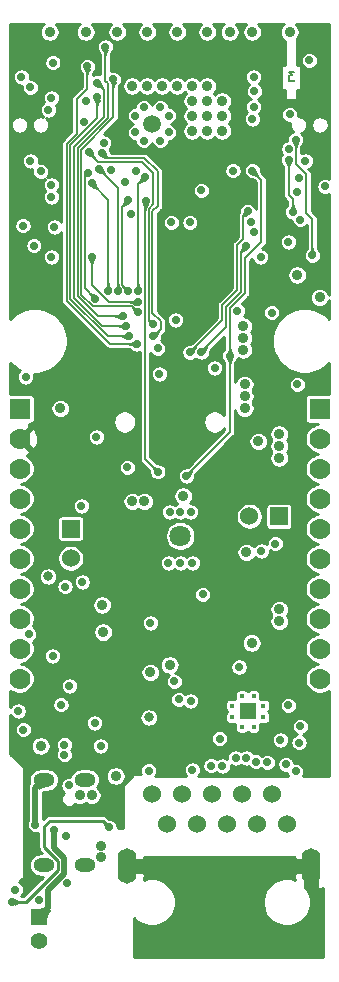
<source format=gbr>
G04 #@! TF.GenerationSoftware,KiCad,Pcbnew,5.1.6-c6e7f7d~87~ubuntu18.04.1*
G04 #@! TF.CreationDate,2022-10-06T15:06:41+03:00*
G04 #@! TF.ProjectId,ESP32-PoE_Rev_L,45535033-322d-4506-9f45-5f5265765f4c,L*
G04 #@! TF.SameCoordinates,Original*
G04 #@! TF.FileFunction,Copper,L3,Inr*
G04 #@! TF.FilePolarity,Positive*
%FSLAX46Y46*%
G04 Gerber Fmt 4.6, Leading zero omitted, Abs format (unit mm)*
G04 Created by KiCad (PCBNEW 5.1.6-c6e7f7d~87~ubuntu18.04.1) date 2022-10-06 15:06:41*
%MOMM*%
%LPD*%
G01*
G04 APERTURE LIST*
G04 #@! TA.AperFunction,NonConductor*
%ADD10C,0.190500*%
G04 #@! TD*
G04 #@! TA.AperFunction,ViaPad*
%ADD11R,1.524000X1.524000*%
G04 #@! TD*
G04 #@! TA.AperFunction,ViaPad*
%ADD12C,1.524000*%
G04 #@! TD*
G04 #@! TA.AperFunction,ViaPad*
%ADD13O,1.600000X2.999999*%
G04 #@! TD*
G04 #@! TA.AperFunction,ViaPad*
%ADD14R,0.400000X0.400000*%
G04 #@! TD*
G04 #@! TA.AperFunction,ViaPad*
%ADD15R,1.422400X1.422400*%
G04 #@! TD*
G04 #@! TA.AperFunction,ViaPad*
%ADD16C,1.778000*%
G04 #@! TD*
G04 #@! TA.AperFunction,ViaPad*
%ADD17R,1.778000X1.778000*%
G04 #@! TD*
G04 #@! TA.AperFunction,ViaPad*
%ADD18O,1.800000X1.200000*%
G04 #@! TD*
G04 #@! TA.AperFunction,ViaPad*
%ADD19C,1.800000*%
G04 #@! TD*
G04 #@! TA.AperFunction,ViaPad*
%ADD20C,1.500000*%
G04 #@! TD*
G04 #@! TA.AperFunction,ViaPad*
%ADD21C,0.700000*%
G04 #@! TD*
G04 #@! TA.AperFunction,ViaPad*
%ADD22R,1.400000X1.400000*%
G04 #@! TD*
G04 #@! TA.AperFunction,ViaPad*
%ADD23C,1.400000*%
G04 #@! TD*
G04 #@! TA.AperFunction,ViaPad*
%ADD24C,0.900000*%
G04 #@! TD*
G04 #@! TA.AperFunction,ViaPad*
%ADD25C,0.800000*%
G04 #@! TD*
G04 #@! TA.AperFunction,Conductor*
%ADD26C,0.508000*%
G04 #@! TD*
G04 #@! TA.AperFunction,Conductor*
%ADD27C,0.152400*%
G04 #@! TD*
G04 #@! TA.AperFunction,Conductor*
%ADD28C,0.254000*%
G04 #@! TD*
G04 #@! TA.AperFunction,Conductor*
%ADD29C,0.025400*%
G04 #@! TD*
G04 APERTURE END LIST*
D10*
X114681000Y-94705714D02*
X114209285Y-94705714D01*
X114463285Y-94996000D01*
X114354428Y-94996000D01*
X114281857Y-95032285D01*
X114245571Y-95068571D01*
X114209285Y-95141142D01*
X114209285Y-95322571D01*
X114245571Y-95395142D01*
X114281857Y-95431428D01*
X114354428Y-95467714D01*
X114572142Y-95467714D01*
X114644714Y-95431428D01*
X114681000Y-95395142D01*
D11*
X113391000Y-132334000D03*
D12*
X110891000Y-132334000D03*
X102616000Y-155806000D03*
X103886000Y-158346000D03*
X105156000Y-155806000D03*
X106426000Y-158346000D03*
X107696000Y-155806000D03*
X108966000Y-158346000D03*
X110236000Y-155806000D03*
X111506000Y-158346000D03*
X112776000Y-155806000D03*
X114046000Y-158346000D03*
D13*
X100531000Y-161946000D03*
X116131000Y-161946000D03*
D14*
X112044000Y-149344000D03*
X112044000Y-148344000D03*
X111244000Y-147544000D03*
X110244000Y-147544000D03*
X109444000Y-148344000D03*
X109444000Y-149344000D03*
X110244000Y-150144000D03*
X111244000Y-150144000D03*
D15*
X110744000Y-148844000D03*
D16*
X116840000Y-130840000D03*
X116840000Y-128300000D03*
X116840000Y-125760000D03*
D17*
X116840000Y-123220000D03*
D16*
X116840000Y-133380000D03*
X116840000Y-135920000D03*
X116840000Y-141000000D03*
X116840000Y-138460000D03*
X116840000Y-143540000D03*
X116840000Y-146080000D03*
X91440000Y-130840000D03*
X91440000Y-128300000D03*
X91440000Y-125760000D03*
D17*
X91440000Y-123220000D03*
D16*
X91440000Y-133380000D03*
X91440000Y-135920000D03*
X91440000Y-141000000D03*
X91440000Y-138460000D03*
X91440000Y-143540000D03*
X91440000Y-146080000D03*
D18*
X93476000Y-154642000D03*
X96946000Y-154642000D03*
X96946000Y-161842000D03*
X93476000Y-161842000D03*
D19*
X105029000Y-133985000D03*
D12*
X95758000Y-135870000D03*
D11*
X95758000Y-133370000D03*
D20*
X102640000Y-99108000D03*
D21*
X101940000Y-97708000D03*
X103340000Y-97708000D03*
X104040000Y-98408000D03*
X104040000Y-99808000D03*
X103340000Y-100508000D03*
X101940000Y-100508000D03*
X101240000Y-99808000D03*
X101240000Y-98408000D03*
D22*
X93070680Y-166230300D03*
D23*
X93073220Y-168259760D03*
D24*
X93218000Y-151765000D03*
X98425000Y-139827000D03*
D21*
X95463542Y-163408542D03*
D24*
X94869000Y-123189992D03*
X98330590Y-161163000D03*
D21*
X94234000Y-144145000D03*
X95631000Y-146685000D03*
D24*
X102489000Y-145542000D03*
D21*
X115189000Y-150114000D03*
X106045000Y-153797000D03*
D25*
X102362000Y-149352000D03*
D24*
X98330590Y-160210498D03*
D21*
X104902000Y-147828000D03*
D24*
X100965000Y-131064000D03*
D21*
X102362000Y-153847800D03*
D25*
X93853000Y-137414000D03*
D24*
X113411000Y-141224000D03*
X113411000Y-140208000D03*
X99568000Y-154305000D03*
X101981000Y-131064000D03*
X111084360Y-143040100D03*
X105283000Y-130606800D03*
D21*
X91059000Y-163957000D03*
X91948000Y-120523000D03*
X92329000Y-96012000D03*
X94107000Y-110363000D03*
D24*
X97028000Y-91313000D03*
X99695000Y-91313000D03*
X102235000Y-91313000D03*
X104775000Y-91313000D03*
X107315000Y-91313000D03*
X109220000Y-91313000D03*
X111125000Y-91313000D03*
X93980000Y-91313000D03*
X114300000Y-91313000D03*
D21*
X115951000Y-93726000D03*
D24*
X110490000Y-123190000D03*
X110490000Y-122174000D03*
X110490000Y-121158000D03*
D21*
X114173000Y-109093000D03*
X109489760Y-103067610D03*
X99172293Y-103011707D03*
D24*
X113411000Y-125349000D03*
X113411000Y-126365000D03*
X113411000Y-127381000D03*
X116840000Y-113792000D03*
X114935000Y-111887000D03*
X102235000Y-95885000D03*
X104775000Y-95885000D03*
X107315000Y-95885000D03*
X107315000Y-98425000D03*
X106045000Y-97155000D03*
X106045000Y-99695000D03*
X108585000Y-99695000D03*
X108585000Y-97155000D03*
X103505000Y-95885000D03*
X106045000Y-95885000D03*
X106045000Y-98425000D03*
X107315000Y-97155000D03*
X108585000Y-98425000D03*
X107315000Y-99695000D03*
X100965000Y-95885000D03*
D21*
X94361000Y-158877000D03*
D24*
X99674680Y-143771620D03*
X98092260Y-129433320D03*
D25*
X105791000Y-139065000D03*
D24*
X99060000Y-147980400D03*
D21*
X106807000Y-113284000D03*
X104267000Y-117983000D03*
D24*
X96012006Y-123825000D03*
X97028000Y-92583000D03*
D21*
X91059000Y-104013000D03*
X117228536Y-103542041D03*
X103505000Y-113194619D03*
D24*
X93980000Y-92539390D03*
D21*
X113969800Y-153314400D03*
X108356400Y-151155400D03*
X113510000Y-151250000D03*
X92329000Y-102235000D03*
X94246224Y-93923610D03*
X111308390Y-108250281D03*
X104267008Y-107442008D03*
D24*
X96520000Y-155956000D03*
X97536000Y-155956000D03*
X98501200Y-142123160D03*
D21*
X100375725Y-104018581D03*
X106807000Y-104718610D03*
X93218000Y-103124000D03*
X101325491Y-103111471D03*
X95278919Y-138270969D03*
X94107000Y-104267000D03*
X115062000Y-103693989D03*
X107950000Y-119761000D03*
X109855000Y-114935000D03*
D24*
X110363000Y-117221000D03*
X110363000Y-116205000D03*
X111633000Y-125984004D03*
X110363000Y-118237000D03*
D21*
X97282000Y-101473000D03*
X102743000Y-116078000D03*
X98552001Y-100711001D03*
X114229390Y-101232739D03*
X94107000Y-105283000D03*
X117276388Y-104393109D03*
X94107000Y-96900992D03*
D24*
X102108000Y-168783000D03*
X105283000Y-168783000D03*
X108204000Y-168783000D03*
X110998000Y-168783000D03*
X112522000Y-167132000D03*
X104013000Y-167132000D03*
X106934000Y-167132000D03*
X109601000Y-167132000D03*
X105918000Y-164846000D03*
X110871000Y-164846000D03*
X108204000Y-164846000D03*
X103632000Y-161946000D03*
X113030000Y-161946000D03*
D21*
X114173000Y-148336000D03*
X103124000Y-118110000D03*
X96730025Y-137874369D03*
X96647000Y-131445000D03*
X100558600Y-128168400D03*
X98298000Y-151765000D03*
X97795080Y-149816820D03*
X95231599Y-151654399D03*
X95231596Y-152512566D03*
D24*
X104140000Y-144907000D03*
D21*
X110007400Y-145084800D03*
X100838000Y-106721261D03*
X115189000Y-107193590D03*
X91716480Y-107718480D03*
X110998000Y-107442000D03*
X99016820Y-158666180D03*
X90805000Y-164973000D03*
X116205000Y-110236000D03*
X96872729Y-98904726D03*
X114808000Y-100457000D03*
X105918000Y-147955000D03*
X114808000Y-153924000D03*
X104521000Y-146304000D03*
X115089940Y-151483060D03*
X92760768Y-158419800D03*
X93091010Y-164846000D03*
X94932500Y-148272500D03*
X95613220Y-155110180D03*
X95377000Y-159385000D03*
X97028000Y-97155000D03*
X115626390Y-102235023D03*
X114935000Y-121158000D03*
X114300004Y-98298000D03*
X110605194Y-109462194D03*
X92633811Y-109397811D03*
X106807000Y-118420390D03*
X101427766Y-115061992D03*
X99360469Y-95320610D03*
X112776000Y-115070414D03*
X91310373Y-148796940D03*
X91742260Y-150373080D03*
X111318515Y-96326486D03*
X93853000Y-97917000D03*
X92188792Y-142297910D03*
X91567000Y-95123000D03*
X111252000Y-95123000D03*
X102489000Y-141351000D03*
X103136700Y-128554480D03*
X102108000Y-105664000D03*
X106934000Y-138938000D03*
X105537000Y-128905000D03*
X111125000Y-103067610D03*
X109220000Y-118745000D03*
X105843312Y-107442000D03*
X111830610Y-110363000D03*
X104648000Y-115697000D03*
X102743000Y-117094000D03*
X98406769Y-101582391D03*
X114201140Y-102136140D03*
X114554000Y-106553000D03*
X110728378Y-106506353D03*
X105847924Y-118434076D03*
X103251000Y-120269000D03*
X97530421Y-110332164D03*
X101427768Y-114209587D03*
X100613227Y-105564049D03*
X100619449Y-113284765D03*
X98165981Y-102884588D03*
X99767142Y-113271362D03*
X102023301Y-103601028D03*
X101471819Y-113276301D03*
X97534392Y-104140000D03*
X98914875Y-113255645D03*
X94361000Y-107823000D03*
X101346000Y-117729000D03*
X97155000Y-94234000D03*
X100711000Y-117094000D03*
X97998768Y-96858821D03*
X111125000Y-98679000D03*
X100457000Y-116205000D03*
X98005772Y-95612949D03*
X111252004Y-97663000D03*
X100187444Y-115396331D03*
X98679000Y-92583000D03*
X97228945Y-103256533D03*
X97825360Y-113883640D03*
X114942110Y-104902000D03*
X107642660Y-153441400D03*
X111429800Y-153085800D03*
X108595160Y-153469340D03*
X112395000Y-153162000D03*
X109728000Y-152781000D03*
X110617000Y-152781000D03*
X113080800Y-134645400D03*
X105029000Y-136271000D03*
X106045000Y-136271000D03*
X104013000Y-136271000D03*
D24*
X110617000Y-135382000D03*
D21*
X105918000Y-131953000D03*
X105029000Y-131953000D03*
X104140000Y-131953000D03*
X111887000Y-135255000D03*
X97917000Y-125603000D03*
D26*
X93853000Y-165481000D02*
X93091000Y-166243000D01*
X93853000Y-163949357D02*
X93853000Y-165481000D01*
X95188821Y-161256791D02*
X95188821Y-162613536D01*
X94361000Y-158877000D02*
X94361000Y-160428971D01*
X95188821Y-162613536D02*
X93853000Y-163949357D01*
X94361000Y-160428971D02*
X95188821Y-161256791D01*
D27*
X102743000Y-105918000D02*
X102743000Y-103251000D01*
X101777811Y-102285811D02*
X98094811Y-102285811D01*
X98094811Y-102285811D02*
X97282000Y-101473000D01*
X102355231Y-115690231D02*
X102355231Y-106305769D01*
X102743000Y-103251000D02*
X101777811Y-102285811D01*
X102355231Y-106305769D02*
X102743000Y-105918000D01*
X102743000Y-116078000D02*
X102355231Y-115690231D01*
D28*
X91948000Y-164973000D02*
X90805000Y-164973000D01*
X94655410Y-162265590D02*
X91948000Y-164973000D01*
X99016820Y-158666180D02*
X98465640Y-158115000D01*
X93980000Y-158115000D02*
X93535500Y-158559500D01*
X93535500Y-158559500D02*
X93535500Y-160357827D01*
X98465640Y-158115000D02*
X93980000Y-158115000D01*
X93535500Y-160357827D02*
X94655410Y-161477737D01*
X94655410Y-161477737D02*
X94655410Y-162265590D01*
D27*
X114808000Y-100457000D02*
X114808000Y-102489000D01*
X115697000Y-106680000D02*
X116205000Y-107188000D01*
X115697000Y-103378000D02*
X115697000Y-106680000D01*
X116205000Y-110236000D02*
X116205000Y-107188000D01*
X114808000Y-102489000D02*
X115697000Y-103378000D01*
D26*
X92760768Y-155357232D02*
X92760768Y-158419800D01*
X93476000Y-154642000D02*
X92760768Y-155357232D01*
D27*
X110159811Y-113315006D02*
X108902500Y-114572316D01*
X108902500Y-114572316D02*
X108902500Y-116324890D01*
X110159811Y-109907577D02*
X110159811Y-113315006D01*
X108902500Y-116324890D02*
X106807000Y-118420390D01*
X110605194Y-109462194D02*
X110159811Y-109907577D01*
X96647009Y-101266788D02*
X99360469Y-98553328D01*
X96647009Y-113561619D02*
X96647009Y-101266788D01*
X97639390Y-114554000D02*
X96647009Y-113561619D01*
X99360469Y-98553328D02*
X99360469Y-95320610D01*
X101427766Y-115061992D02*
X100919774Y-114554000D01*
X100919774Y-114554000D02*
X97639390Y-114554000D01*
X102050420Y-127468200D02*
X102050420Y-105721580D01*
X102050420Y-105721580D02*
X102108000Y-105664000D01*
X103136700Y-128554480D02*
X102050420Y-127468200D01*
X109220000Y-125222000D02*
X109220000Y-118745000D01*
X105537000Y-128905000D02*
X109220000Y-125222000D01*
X111125000Y-103067610D02*
X111887000Y-103829610D01*
X111887000Y-103829610D02*
X111887000Y-109093000D01*
X111887000Y-109093000D02*
X110490000Y-110490000D01*
X109220000Y-114685883D02*
X109220000Y-118745000D01*
X110490000Y-113415883D02*
X109220000Y-114685883D01*
X110490000Y-110490000D02*
X110490000Y-113415883D01*
X114554000Y-105480720D02*
X114201140Y-105127860D01*
X114554000Y-106553000D02*
X114554000Y-105480720D01*
X114201140Y-102136140D02*
X114201140Y-105127860D01*
X98805378Y-101981000D02*
X98406769Y-101582391D01*
X101981000Y-101981000D02*
X98805378Y-101981000D01*
X103124000Y-106045000D02*
X103124000Y-103124000D01*
X102660042Y-106508958D02*
X103124000Y-106045000D01*
X103124000Y-103124000D02*
X101981000Y-101981000D01*
X102743000Y-117094000D02*
X103378000Y-116459000D01*
X102660042Y-115106042D02*
X102660042Y-106508958D01*
X103378000Y-115824000D02*
X102660042Y-115106042D01*
X103378000Y-116459000D02*
X103378000Y-115824000D01*
X108585000Y-114458750D02*
X108585000Y-115697000D01*
X108585000Y-115697000D02*
X105847924Y-118434076D01*
X110363000Y-108839000D02*
X109855000Y-109347000D01*
X110728378Y-106506353D02*
X110363000Y-106871731D01*
X110363000Y-106871731D02*
X110363000Y-108839000D01*
X109855000Y-113188750D02*
X108585000Y-114458750D01*
X109855000Y-109347000D02*
X109855000Y-113188750D01*
X97530421Y-110332164D02*
X97530421Y-112770421D01*
X98969587Y-114209587D02*
X101427768Y-114209587D01*
X97530421Y-112770421D02*
X98969587Y-114209587D01*
X100613227Y-105564049D02*
X100076000Y-106101276D01*
X100076000Y-106101276D02*
X100076000Y-112741316D01*
X100076000Y-112741316D02*
X100619449Y-113284765D01*
X99767142Y-104485749D02*
X99767142Y-113271362D01*
X98165981Y-102884588D02*
X99767142Y-104485749D01*
X102023301Y-103601028D02*
X101471819Y-104152510D01*
X101471819Y-104152510D02*
X101471819Y-113276301D01*
X97534392Y-104140000D02*
X98914875Y-105520483D01*
X98914875Y-105520483D02*
X98914875Y-113255645D01*
X99090122Y-117729000D02*
X95427765Y-114066643D01*
X95427765Y-100761764D02*
X96266000Y-99923530D01*
X95427765Y-114066643D02*
X95427765Y-100761764D01*
X101346000Y-117729000D02*
X99090122Y-117729000D01*
X97155000Y-96139000D02*
X96266000Y-97028000D01*
X97155000Y-94234000D02*
X97155000Y-96139000D01*
X96266000Y-99923530D02*
X96266000Y-97028000D01*
X97998768Y-98621828D02*
X95732576Y-100888020D01*
X95732576Y-100888020D02*
X95732576Y-113940387D01*
X98886189Y-117094000D02*
X100711000Y-117094000D01*
X95732576Y-113940387D02*
X98886189Y-117094000D01*
X97998768Y-96858821D02*
X97998768Y-98621828D01*
X100457000Y-116205000D02*
X98428256Y-116205000D01*
X96037387Y-101014276D02*
X98577378Y-98474285D01*
X98428256Y-116205000D02*
X96037387Y-113814131D01*
X98577378Y-98474285D02*
X98577378Y-96184555D01*
X98577378Y-96184555D02*
X98005772Y-95612949D01*
X96037387Y-113814131D02*
X96037387Y-101014276D01*
X96342198Y-113687875D02*
X96342198Y-101140532D01*
X96342198Y-101140532D02*
X98882189Y-98600541D01*
X98882189Y-98600541D02*
X98882189Y-95674521D01*
X98882189Y-95674521D02*
X98679000Y-95471332D01*
X98050654Y-115396331D02*
X96342198Y-113687875D01*
X98679000Y-95471332D02*
X98679000Y-92583000D01*
X100187444Y-115396331D02*
X98050654Y-115396331D01*
X97228945Y-103256533D02*
X96951811Y-103533667D01*
X96951811Y-103533667D02*
X96951811Y-113010091D01*
X96951811Y-113010091D02*
X97825360Y-113883640D01*
D28*
G36*
X93450268Y-90667520D02*
G01*
X93334520Y-90783268D01*
X93243577Y-90919374D01*
X93180935Y-91070606D01*
X93149000Y-91231154D01*
X93149000Y-91394846D01*
X93180935Y-91555394D01*
X93243577Y-91706626D01*
X93334520Y-91842732D01*
X93450268Y-91958480D01*
X93586374Y-92049423D01*
X93737606Y-92112065D01*
X93898154Y-92144000D01*
X94061846Y-92144000D01*
X94222394Y-92112065D01*
X94373626Y-92049423D01*
X94509732Y-91958480D01*
X94625480Y-91842732D01*
X94716423Y-91706626D01*
X94779065Y-91555394D01*
X94811000Y-91394846D01*
X94811000Y-91231154D01*
X94779065Y-91070606D01*
X94716423Y-90919374D01*
X94625480Y-90783268D01*
X94509732Y-90667520D01*
X94495484Y-90658000D01*
X96512516Y-90658000D01*
X96498268Y-90667520D01*
X96382520Y-90783268D01*
X96291577Y-90919374D01*
X96228935Y-91070606D01*
X96197000Y-91231154D01*
X96197000Y-91394846D01*
X96228935Y-91555394D01*
X96291577Y-91706626D01*
X96382520Y-91842732D01*
X96498268Y-91958480D01*
X96634374Y-92049423D01*
X96785606Y-92112065D01*
X96946154Y-92144000D01*
X97109846Y-92144000D01*
X97270394Y-92112065D01*
X97421626Y-92049423D01*
X97557732Y-91958480D01*
X97673480Y-91842732D01*
X97764423Y-91706626D01*
X97827065Y-91555394D01*
X97859000Y-91394846D01*
X97859000Y-91231154D01*
X97827065Y-91070606D01*
X97764423Y-90919374D01*
X97673480Y-90783268D01*
X97557732Y-90667520D01*
X97543484Y-90658000D01*
X99179516Y-90658000D01*
X99165268Y-90667520D01*
X99049520Y-90783268D01*
X98958577Y-90919374D01*
X98895935Y-91070606D01*
X98864000Y-91231154D01*
X98864000Y-91394846D01*
X98895935Y-91555394D01*
X98958577Y-91706626D01*
X99049520Y-91842732D01*
X99165268Y-91958480D01*
X99301374Y-92049423D01*
X99452606Y-92112065D01*
X99613154Y-92144000D01*
X99776846Y-92144000D01*
X99937394Y-92112065D01*
X100088626Y-92049423D01*
X100224732Y-91958480D01*
X100340480Y-91842732D01*
X100431423Y-91706626D01*
X100494065Y-91555394D01*
X100526000Y-91394846D01*
X100526000Y-91231154D01*
X100494065Y-91070606D01*
X100431423Y-90919374D01*
X100340480Y-90783268D01*
X100224732Y-90667520D01*
X100210484Y-90658000D01*
X101719516Y-90658000D01*
X101705268Y-90667520D01*
X101589520Y-90783268D01*
X101498577Y-90919374D01*
X101435935Y-91070606D01*
X101404000Y-91231154D01*
X101404000Y-91394846D01*
X101435935Y-91555394D01*
X101498577Y-91706626D01*
X101589520Y-91842732D01*
X101705268Y-91958480D01*
X101841374Y-92049423D01*
X101992606Y-92112065D01*
X102153154Y-92144000D01*
X102316846Y-92144000D01*
X102477394Y-92112065D01*
X102628626Y-92049423D01*
X102764732Y-91958480D01*
X102880480Y-91842732D01*
X102971423Y-91706626D01*
X103034065Y-91555394D01*
X103066000Y-91394846D01*
X103066000Y-91231154D01*
X103034065Y-91070606D01*
X102971423Y-90919374D01*
X102880480Y-90783268D01*
X102764732Y-90667520D01*
X102750484Y-90658000D01*
X104259516Y-90658000D01*
X104245268Y-90667520D01*
X104129520Y-90783268D01*
X104038577Y-90919374D01*
X103975935Y-91070606D01*
X103944000Y-91231154D01*
X103944000Y-91394846D01*
X103975935Y-91555394D01*
X104038577Y-91706626D01*
X104129520Y-91842732D01*
X104245268Y-91958480D01*
X104381374Y-92049423D01*
X104532606Y-92112065D01*
X104693154Y-92144000D01*
X104856846Y-92144000D01*
X105017394Y-92112065D01*
X105168626Y-92049423D01*
X105304732Y-91958480D01*
X105420480Y-91842732D01*
X105511423Y-91706626D01*
X105574065Y-91555394D01*
X105606000Y-91394846D01*
X105606000Y-91231154D01*
X105574065Y-91070606D01*
X105511423Y-90919374D01*
X105420480Y-90783268D01*
X105304732Y-90667520D01*
X105290484Y-90658000D01*
X106799516Y-90658000D01*
X106785268Y-90667520D01*
X106669520Y-90783268D01*
X106578577Y-90919374D01*
X106515935Y-91070606D01*
X106484000Y-91231154D01*
X106484000Y-91394846D01*
X106515935Y-91555394D01*
X106578577Y-91706626D01*
X106669520Y-91842732D01*
X106785268Y-91958480D01*
X106921374Y-92049423D01*
X107072606Y-92112065D01*
X107233154Y-92144000D01*
X107396846Y-92144000D01*
X107557394Y-92112065D01*
X107708626Y-92049423D01*
X107844732Y-91958480D01*
X107960480Y-91842732D01*
X108051423Y-91706626D01*
X108114065Y-91555394D01*
X108146000Y-91394846D01*
X108146000Y-91231154D01*
X108114065Y-91070606D01*
X108051423Y-90919374D01*
X107960480Y-90783268D01*
X107844732Y-90667520D01*
X107830484Y-90658000D01*
X108704516Y-90658000D01*
X108690268Y-90667520D01*
X108574520Y-90783268D01*
X108483577Y-90919374D01*
X108420935Y-91070606D01*
X108389000Y-91231154D01*
X108389000Y-91394846D01*
X108420935Y-91555394D01*
X108483577Y-91706626D01*
X108574520Y-91842732D01*
X108690268Y-91958480D01*
X108826374Y-92049423D01*
X108977606Y-92112065D01*
X109138154Y-92144000D01*
X109301846Y-92144000D01*
X109462394Y-92112065D01*
X109613626Y-92049423D01*
X109749732Y-91958480D01*
X109865480Y-91842732D01*
X109956423Y-91706626D01*
X110019065Y-91555394D01*
X110051000Y-91394846D01*
X110051000Y-91231154D01*
X110019065Y-91070606D01*
X109956423Y-90919374D01*
X109865480Y-90783268D01*
X109749732Y-90667520D01*
X109735484Y-90658000D01*
X110609516Y-90658000D01*
X110595268Y-90667520D01*
X110479520Y-90783268D01*
X110388577Y-90919374D01*
X110325935Y-91070606D01*
X110294000Y-91231154D01*
X110294000Y-91394846D01*
X110325935Y-91555394D01*
X110388577Y-91706626D01*
X110479520Y-91842732D01*
X110595268Y-91958480D01*
X110731374Y-92049423D01*
X110882606Y-92112065D01*
X111043154Y-92144000D01*
X111206846Y-92144000D01*
X111367394Y-92112065D01*
X111518626Y-92049423D01*
X111654732Y-91958480D01*
X111770480Y-91842732D01*
X111861423Y-91706626D01*
X111924065Y-91555394D01*
X111956000Y-91394846D01*
X111956000Y-91231154D01*
X111924065Y-91070606D01*
X111861423Y-90919374D01*
X111770480Y-90783268D01*
X111654732Y-90667520D01*
X111640484Y-90658000D01*
X113784516Y-90658000D01*
X113770268Y-90667520D01*
X113654520Y-90783268D01*
X113563577Y-90919374D01*
X113500935Y-91070606D01*
X113469000Y-91231154D01*
X113469000Y-91394846D01*
X113500935Y-91555394D01*
X113563577Y-91706626D01*
X113654520Y-91842732D01*
X113770268Y-91958480D01*
X113906374Y-92049423D01*
X113919000Y-92054653D01*
X113919000Y-94145735D01*
X113587893Y-94145735D01*
X113587893Y-96241235D01*
X113919000Y-96241235D01*
X113919000Y-96964500D01*
X113921440Y-96989276D01*
X113928667Y-97013101D01*
X113940403Y-97035057D01*
X113956197Y-97054303D01*
X113975443Y-97070097D01*
X113997399Y-97081833D01*
X114021224Y-97089060D01*
X114046000Y-97091500D01*
X114808000Y-97091500D01*
X114832776Y-97089060D01*
X114856601Y-97081833D01*
X114878557Y-97070097D01*
X114897803Y-97054303D01*
X114913597Y-97035057D01*
X114925333Y-97013101D01*
X114932560Y-96989276D01*
X114935000Y-96964500D01*
X114935000Y-96241235D01*
X115266107Y-96241235D01*
X115266107Y-94145735D01*
X114935000Y-94145735D01*
X114935000Y-93654003D01*
X115220000Y-93654003D01*
X115220000Y-93797997D01*
X115248092Y-93939225D01*
X115303196Y-94072258D01*
X115383195Y-94191985D01*
X115485015Y-94293805D01*
X115604742Y-94373804D01*
X115737775Y-94428908D01*
X115879003Y-94457000D01*
X116022997Y-94457000D01*
X116164225Y-94428908D01*
X116297258Y-94373804D01*
X116416985Y-94293805D01*
X116518805Y-94191985D01*
X116598804Y-94072258D01*
X116653908Y-93939225D01*
X116682000Y-93797997D01*
X116682000Y-93654003D01*
X116653908Y-93512775D01*
X116598804Y-93379742D01*
X116518805Y-93260015D01*
X116416985Y-93158195D01*
X116297258Y-93078196D01*
X116164225Y-93023092D01*
X116022997Y-92995000D01*
X115879003Y-92995000D01*
X115737775Y-93023092D01*
X115604742Y-93078196D01*
X115485015Y-93158195D01*
X115383195Y-93260015D01*
X115303196Y-93379742D01*
X115248092Y-93512775D01*
X115220000Y-93654003D01*
X114935000Y-93654003D01*
X114935000Y-91948000D01*
X114932560Y-91923224D01*
X114925333Y-91899399D01*
X114913597Y-91877443D01*
X114912322Y-91875890D01*
X114945480Y-91842732D01*
X115036423Y-91706626D01*
X115099065Y-91555394D01*
X115131000Y-91394846D01*
X115131000Y-91231154D01*
X115099065Y-91070606D01*
X115036423Y-90919374D01*
X114945480Y-90783268D01*
X114829732Y-90667520D01*
X114815484Y-90658000D01*
X117642001Y-90658000D01*
X117642001Y-103758237D01*
X117622646Y-103745305D01*
X117489613Y-103690201D01*
X117348385Y-103662109D01*
X117204391Y-103662109D01*
X117063163Y-103690201D01*
X116930130Y-103745305D01*
X116810403Y-103825304D01*
X116708583Y-103927124D01*
X116628584Y-104046851D01*
X116573480Y-104179884D01*
X116545388Y-104321112D01*
X116545388Y-104465106D01*
X116573480Y-104606334D01*
X116628584Y-104739367D01*
X116708583Y-104859094D01*
X116810403Y-104960914D01*
X116930130Y-105040913D01*
X117063163Y-105096017D01*
X117204391Y-105124109D01*
X117348385Y-105124109D01*
X117489613Y-105096017D01*
X117622646Y-105040913D01*
X117642001Y-105027981D01*
X117642001Y-113564365D01*
X117639065Y-113549606D01*
X117576423Y-113398374D01*
X117485480Y-113262268D01*
X117369732Y-113146520D01*
X117233626Y-113055577D01*
X117082394Y-112992935D01*
X116921846Y-112961000D01*
X116758154Y-112961000D01*
X116597606Y-112992935D01*
X116446374Y-113055577D01*
X116310268Y-113146520D01*
X116194520Y-113262268D01*
X116103577Y-113398374D01*
X116040935Y-113549606D01*
X116009000Y-113710154D01*
X116009000Y-113873846D01*
X116040935Y-114034394D01*
X116103577Y-114185626D01*
X116194520Y-114321732D01*
X116310268Y-114437480D01*
X116446374Y-114528423D01*
X116597606Y-114591065D01*
X116758154Y-114623000D01*
X116921846Y-114623000D01*
X117082394Y-114591065D01*
X117233626Y-114528423D01*
X117369732Y-114437480D01*
X117485480Y-114321732D01*
X117576423Y-114185626D01*
X117639065Y-114034394D01*
X117642001Y-114019635D01*
X117642001Y-115619730D01*
X117340234Y-115317963D01*
X116885403Y-115014054D01*
X116380021Y-114804718D01*
X115843511Y-114698000D01*
X115296489Y-114698000D01*
X114759979Y-114804718D01*
X114254597Y-115014054D01*
X113799766Y-115317963D01*
X113412963Y-115704766D01*
X113109054Y-116159597D01*
X112899718Y-116664979D01*
X112793000Y-117201489D01*
X112793000Y-117748511D01*
X112899718Y-118285021D01*
X113109054Y-118790403D01*
X113412963Y-119245234D01*
X113799766Y-119632037D01*
X114254597Y-119935946D01*
X114759979Y-120145282D01*
X115296489Y-120252000D01*
X115843511Y-120252000D01*
X116380021Y-120145282D01*
X116885403Y-119935946D01*
X117340234Y-119632037D01*
X117642001Y-119330270D01*
X117642001Y-121948157D01*
X115951000Y-121948157D01*
X115876311Y-121955513D01*
X115804492Y-121977299D01*
X115738304Y-122012678D01*
X115680289Y-122060289D01*
X115632678Y-122118304D01*
X115597299Y-122184492D01*
X115575513Y-122256311D01*
X115568157Y-122331000D01*
X115568157Y-124109000D01*
X115575513Y-124183689D01*
X115597299Y-124255508D01*
X115632678Y-124321696D01*
X115680289Y-124379711D01*
X115738304Y-124427322D01*
X115804492Y-124462701D01*
X115876311Y-124484487D01*
X115951000Y-124491843D01*
X116705651Y-124491843D01*
X116469555Y-124538805D01*
X116238429Y-124634541D01*
X116030422Y-124773527D01*
X115853527Y-124950422D01*
X115714541Y-125158429D01*
X115618805Y-125389555D01*
X115570000Y-125634916D01*
X115570000Y-125885084D01*
X115618805Y-126130445D01*
X115714541Y-126361571D01*
X115853527Y-126569578D01*
X116030422Y-126746473D01*
X116238429Y-126885459D01*
X116469555Y-126981195D01*
X116714916Y-127030000D01*
X116469555Y-127078805D01*
X116238429Y-127174541D01*
X116030422Y-127313527D01*
X115853527Y-127490422D01*
X115714541Y-127698429D01*
X115618805Y-127929555D01*
X115570000Y-128174916D01*
X115570000Y-128425084D01*
X115618805Y-128670445D01*
X115714541Y-128901571D01*
X115853527Y-129109578D01*
X116030422Y-129286473D01*
X116238429Y-129425459D01*
X116469555Y-129521195D01*
X116714916Y-129570000D01*
X116469555Y-129618805D01*
X116238429Y-129714541D01*
X116030422Y-129853527D01*
X115853527Y-130030422D01*
X115714541Y-130238429D01*
X115618805Y-130469555D01*
X115570000Y-130714916D01*
X115570000Y-130965084D01*
X115618805Y-131210445D01*
X115714541Y-131441571D01*
X115853527Y-131649578D01*
X116030422Y-131826473D01*
X116238429Y-131965459D01*
X116469555Y-132061195D01*
X116714916Y-132110000D01*
X116469555Y-132158805D01*
X116238429Y-132254541D01*
X116030422Y-132393527D01*
X115853527Y-132570422D01*
X115714541Y-132778429D01*
X115618805Y-133009555D01*
X115570000Y-133254916D01*
X115570000Y-133505084D01*
X115618805Y-133750445D01*
X115714541Y-133981571D01*
X115853527Y-134189578D01*
X116030422Y-134366473D01*
X116238429Y-134505459D01*
X116469555Y-134601195D01*
X116714916Y-134650000D01*
X116469555Y-134698805D01*
X116238429Y-134794541D01*
X116030422Y-134933527D01*
X115853527Y-135110422D01*
X115714541Y-135318429D01*
X115618805Y-135549555D01*
X115570000Y-135794916D01*
X115570000Y-136045084D01*
X115618805Y-136290445D01*
X115714541Y-136521571D01*
X115853527Y-136729578D01*
X116030422Y-136906473D01*
X116238429Y-137045459D01*
X116469555Y-137141195D01*
X116714916Y-137190000D01*
X116469555Y-137238805D01*
X116238429Y-137334541D01*
X116030422Y-137473527D01*
X115853527Y-137650422D01*
X115714541Y-137858429D01*
X115618805Y-138089555D01*
X115570000Y-138334916D01*
X115570000Y-138585084D01*
X115618805Y-138830445D01*
X115714541Y-139061571D01*
X115853527Y-139269578D01*
X116030422Y-139446473D01*
X116238429Y-139585459D01*
X116469555Y-139681195D01*
X116714916Y-139730000D01*
X116469555Y-139778805D01*
X116238429Y-139874541D01*
X116030422Y-140013527D01*
X115853527Y-140190422D01*
X115714541Y-140398429D01*
X115618805Y-140629555D01*
X115570000Y-140874916D01*
X115570000Y-141125084D01*
X115618805Y-141370445D01*
X115714541Y-141601571D01*
X115853527Y-141809578D01*
X116030422Y-141986473D01*
X116238429Y-142125459D01*
X116469555Y-142221195D01*
X116714916Y-142270000D01*
X116469555Y-142318805D01*
X116238429Y-142414541D01*
X116030422Y-142553527D01*
X115853527Y-142730422D01*
X115714541Y-142938429D01*
X115618805Y-143169555D01*
X115570000Y-143414916D01*
X115570000Y-143665084D01*
X115618805Y-143910445D01*
X115714541Y-144141571D01*
X115853527Y-144349578D01*
X116030422Y-144526473D01*
X116238429Y-144665459D01*
X116469555Y-144761195D01*
X116714916Y-144810000D01*
X116469555Y-144858805D01*
X116238429Y-144954541D01*
X116030422Y-145093527D01*
X115853527Y-145270422D01*
X115714541Y-145478429D01*
X115618805Y-145709555D01*
X115570000Y-145954916D01*
X115570000Y-146205084D01*
X115618805Y-146450445D01*
X115714541Y-146681571D01*
X115853527Y-146889578D01*
X116030422Y-147066473D01*
X116238429Y-147205459D01*
X116469555Y-147301195D01*
X116714916Y-147350000D01*
X116965084Y-147350000D01*
X117210445Y-147301195D01*
X117441571Y-147205459D01*
X117642000Y-147071536D01*
X117642000Y-154312058D01*
X117626776Y-154307440D01*
X117602000Y-154305000D01*
X115432590Y-154305000D01*
X115455804Y-154270258D01*
X115510908Y-154137225D01*
X115539000Y-153995997D01*
X115539000Y-153852003D01*
X115510908Y-153710775D01*
X115455804Y-153577742D01*
X115375805Y-153458015D01*
X115273985Y-153356195D01*
X115154258Y-153276196D01*
X115021225Y-153221092D01*
X114879997Y-153193000D01*
X114736003Y-153193000D01*
X114692687Y-153201616D01*
X114672708Y-153101175D01*
X114617604Y-152968142D01*
X114537605Y-152848415D01*
X114435785Y-152746595D01*
X114316058Y-152666596D01*
X114183025Y-152611492D01*
X114041797Y-152583400D01*
X113897803Y-152583400D01*
X113756575Y-152611492D01*
X113623542Y-152666596D01*
X113503815Y-152746595D01*
X113401995Y-152848415D01*
X113321996Y-152968142D01*
X113266892Y-153101175D01*
X113238800Y-153242403D01*
X113238800Y-153386397D01*
X113266892Y-153527625D01*
X113321996Y-153660658D01*
X113401995Y-153780385D01*
X113503815Y-153882205D01*
X113623542Y-153962204D01*
X113756575Y-154017308D01*
X113897803Y-154045400D01*
X114041797Y-154045400D01*
X114085113Y-154036784D01*
X114105092Y-154137225D01*
X114160196Y-154270258D01*
X114183410Y-154305000D01*
X106570790Y-154305000D01*
X106612805Y-154262985D01*
X106692804Y-154143258D01*
X106747908Y-154010225D01*
X106776000Y-153868997D01*
X106776000Y-153725003D01*
X106747908Y-153583775D01*
X106692804Y-153450742D01*
X106638456Y-153369403D01*
X106911660Y-153369403D01*
X106911660Y-153513397D01*
X106939752Y-153654625D01*
X106994856Y-153787658D01*
X107074855Y-153907385D01*
X107176675Y-154009205D01*
X107296402Y-154089204D01*
X107429435Y-154144308D01*
X107570663Y-154172400D01*
X107714657Y-154172400D01*
X107855885Y-154144308D01*
X107988918Y-154089204D01*
X108104203Y-154012173D01*
X108129175Y-154037145D01*
X108248902Y-154117144D01*
X108381935Y-154172248D01*
X108523163Y-154200340D01*
X108667157Y-154200340D01*
X108808385Y-154172248D01*
X108941418Y-154117144D01*
X109061145Y-154037145D01*
X109162965Y-153935325D01*
X109242964Y-153815598D01*
X109298068Y-153682565D01*
X109326160Y-153541337D01*
X109326160Y-153397343D01*
X109324858Y-153390795D01*
X109381742Y-153428804D01*
X109514775Y-153483908D01*
X109656003Y-153512000D01*
X109799997Y-153512000D01*
X109941225Y-153483908D01*
X110074258Y-153428804D01*
X110172500Y-153363161D01*
X110270742Y-153428804D01*
X110403775Y-153483908D01*
X110545003Y-153512000D01*
X110688997Y-153512000D01*
X110818235Y-153486293D01*
X110861995Y-153551785D01*
X110963815Y-153653605D01*
X111083542Y-153733604D01*
X111216575Y-153788708D01*
X111357803Y-153816800D01*
X111501797Y-153816800D01*
X111643025Y-153788708D01*
X111776058Y-153733604D01*
X111870026Y-153670816D01*
X111929015Y-153729805D01*
X112048742Y-153809804D01*
X112181775Y-153864908D01*
X112323003Y-153893000D01*
X112466997Y-153893000D01*
X112608225Y-153864908D01*
X112741258Y-153809804D01*
X112860985Y-153729805D01*
X112962805Y-153627985D01*
X113042804Y-153508258D01*
X113097908Y-153375225D01*
X113126000Y-153233997D01*
X113126000Y-153090003D01*
X113097908Y-152948775D01*
X113042804Y-152815742D01*
X112962805Y-152696015D01*
X112860985Y-152594195D01*
X112741258Y-152514196D01*
X112608225Y-152459092D01*
X112466997Y-152431000D01*
X112323003Y-152431000D01*
X112181775Y-152459092D01*
X112048742Y-152514196D01*
X111954774Y-152576984D01*
X111895785Y-152517995D01*
X111776058Y-152437996D01*
X111643025Y-152382892D01*
X111501797Y-152354800D01*
X111357803Y-152354800D01*
X111228565Y-152380507D01*
X111184805Y-152315015D01*
X111082985Y-152213195D01*
X110963258Y-152133196D01*
X110830225Y-152078092D01*
X110688997Y-152050000D01*
X110545003Y-152050000D01*
X110403775Y-152078092D01*
X110270742Y-152133196D01*
X110172500Y-152198839D01*
X110074258Y-152133196D01*
X109941225Y-152078092D01*
X109799997Y-152050000D01*
X109656003Y-152050000D01*
X109514775Y-152078092D01*
X109381742Y-152133196D01*
X109262015Y-152213195D01*
X109160195Y-152315015D01*
X109080196Y-152434742D01*
X109025092Y-152567775D01*
X108997000Y-152709003D01*
X108997000Y-152852997D01*
X108998302Y-152859545D01*
X108941418Y-152821536D01*
X108808385Y-152766432D01*
X108667157Y-152738340D01*
X108523163Y-152738340D01*
X108381935Y-152766432D01*
X108248902Y-152821536D01*
X108133617Y-152898567D01*
X108108645Y-152873595D01*
X107988918Y-152793596D01*
X107855885Y-152738492D01*
X107714657Y-152710400D01*
X107570663Y-152710400D01*
X107429435Y-152738492D01*
X107296402Y-152793596D01*
X107176675Y-152873595D01*
X107074855Y-152975415D01*
X106994856Y-153095142D01*
X106939752Y-153228175D01*
X106911660Y-153369403D01*
X106638456Y-153369403D01*
X106612805Y-153331015D01*
X106510985Y-153229195D01*
X106391258Y-153149196D01*
X106258225Y-153094092D01*
X106116997Y-153066000D01*
X105973003Y-153066000D01*
X105831775Y-153094092D01*
X105698742Y-153149196D01*
X105579015Y-153229195D01*
X105477195Y-153331015D01*
X105397196Y-153450742D01*
X105342092Y-153583775D01*
X105314000Y-153725003D01*
X105314000Y-153868997D01*
X105342092Y-154010225D01*
X105397196Y-154143258D01*
X105477195Y-154262985D01*
X105519210Y-154305000D01*
X102935675Y-154305000D01*
X103009804Y-154194058D01*
X103064908Y-154061025D01*
X103093000Y-153919797D01*
X103093000Y-153775803D01*
X103064908Y-153634575D01*
X103009804Y-153501542D01*
X102929805Y-153381815D01*
X102827985Y-153279995D01*
X102708258Y-153199996D01*
X102575225Y-153144892D01*
X102433997Y-153116800D01*
X102290003Y-153116800D01*
X102148775Y-153144892D01*
X102015742Y-153199996D01*
X101896015Y-153279995D01*
X101794195Y-153381815D01*
X101714196Y-153501542D01*
X101659092Y-153634575D01*
X101631000Y-153775803D01*
X101631000Y-153919797D01*
X101659092Y-154061025D01*
X101707545Y-154178000D01*
X101092000Y-154178000D01*
X101067224Y-154180440D01*
X101043399Y-154187667D01*
X101021443Y-154199403D01*
X101002197Y-154215197D01*
X100240197Y-154977197D01*
X100224403Y-154996443D01*
X100212667Y-155018399D01*
X100205440Y-155042224D01*
X100203000Y-155067000D01*
X100203000Y-158750000D01*
X99745468Y-158750000D01*
X99747820Y-158738177D01*
X99747820Y-158594183D01*
X99719728Y-158452955D01*
X99664624Y-158319922D01*
X99584625Y-158200195D01*
X99482805Y-158098375D01*
X99363078Y-158018376D01*
X99230045Y-157963272D01*
X99088817Y-157935180D01*
X99017955Y-157935180D01*
X99006234Y-157934854D01*
X99005715Y-157934798D01*
X99004124Y-157933707D01*
X99000568Y-157930842D01*
X98990661Y-157921600D01*
X98842495Y-157773435D01*
X98826588Y-157754052D01*
X98749235Y-157690571D01*
X98660983Y-157643399D01*
X98565225Y-157614351D01*
X98490587Y-157607000D01*
X98490584Y-157607000D01*
X98465640Y-157604543D01*
X98440696Y-157607000D01*
X94004944Y-157607000D01*
X93980000Y-157604543D01*
X93955056Y-157607000D01*
X93955053Y-157607000D01*
X93880415Y-157614351D01*
X93784657Y-157643399D01*
X93743576Y-157665357D01*
X93696404Y-157690571D01*
X93664332Y-157716892D01*
X93619052Y-157754052D01*
X93603149Y-157773430D01*
X93395768Y-157980812D01*
X93395768Y-155637046D01*
X93400267Y-155634929D01*
X93411318Y-155630821D01*
X93422818Y-155627618D01*
X93435416Y-155625219D01*
X93449753Y-155623685D01*
X93474225Y-155623000D01*
X93824187Y-155623000D01*
X93968310Y-155608805D01*
X94153229Y-155552711D01*
X94323651Y-155461618D01*
X94473028Y-155339028D01*
X94595618Y-155189651D01*
X94676579Y-155038183D01*
X94882220Y-155038183D01*
X94882220Y-155182177D01*
X94910312Y-155323405D01*
X94965416Y-155456438D01*
X95045415Y-155576165D01*
X95147235Y-155677985D01*
X95195788Y-155710427D01*
X95191888Y-155713033D01*
X95097033Y-155807888D01*
X95022506Y-155919426D01*
X94971171Y-156043360D01*
X94945000Y-156174927D01*
X94945000Y-156309073D01*
X94971171Y-156440640D01*
X95022506Y-156564574D01*
X95097033Y-156676112D01*
X95191888Y-156770967D01*
X95303426Y-156845494D01*
X95427360Y-156896829D01*
X95558927Y-156923000D01*
X95693073Y-156923000D01*
X95824640Y-156896829D01*
X95948574Y-156845494D01*
X96060112Y-156770967D01*
X96135059Y-156696020D01*
X96277606Y-156755065D01*
X96438154Y-156787000D01*
X96601846Y-156787000D01*
X96762394Y-156755065D01*
X96913626Y-156692423D01*
X97028000Y-156616001D01*
X97142374Y-156692423D01*
X97293606Y-156755065D01*
X97454154Y-156787000D01*
X97617846Y-156787000D01*
X97778394Y-156755065D01*
X97929626Y-156692423D01*
X98065732Y-156601480D01*
X98181480Y-156485732D01*
X98272423Y-156349626D01*
X98335065Y-156198394D01*
X98367000Y-156037846D01*
X98367000Y-155874154D01*
X98335065Y-155713606D01*
X98272423Y-155562374D01*
X98181480Y-155426268D01*
X98065732Y-155310520D01*
X98001594Y-155267665D01*
X98065618Y-155189651D01*
X98156711Y-155019229D01*
X98212805Y-154834310D01*
X98231746Y-154642000D01*
X98212805Y-154449690D01*
X98156711Y-154264771D01*
X98134467Y-154223154D01*
X98737000Y-154223154D01*
X98737000Y-154386846D01*
X98768935Y-154547394D01*
X98831577Y-154698626D01*
X98922520Y-154834732D01*
X99038268Y-154950480D01*
X99174374Y-155041423D01*
X99325606Y-155104065D01*
X99486154Y-155136000D01*
X99649846Y-155136000D01*
X99810394Y-155104065D01*
X99961626Y-155041423D01*
X100097732Y-154950480D01*
X100213480Y-154834732D01*
X100304423Y-154698626D01*
X100367065Y-154547394D01*
X100399000Y-154386846D01*
X100399000Y-154223154D01*
X100367065Y-154062606D01*
X100304423Y-153911374D01*
X100213480Y-153775268D01*
X100097732Y-153659520D01*
X99961626Y-153568577D01*
X99810394Y-153505935D01*
X99649846Y-153474000D01*
X99486154Y-153474000D01*
X99325606Y-153505935D01*
X99174374Y-153568577D01*
X99038268Y-153659520D01*
X98922520Y-153775268D01*
X98831577Y-153911374D01*
X98768935Y-154062606D01*
X98737000Y-154223154D01*
X98134467Y-154223154D01*
X98065618Y-154094349D01*
X97943028Y-153944972D01*
X97793651Y-153822382D01*
X97623229Y-153731289D01*
X97438310Y-153675195D01*
X97294187Y-153661000D01*
X96597813Y-153661000D01*
X96453690Y-153675195D01*
X96268771Y-153731289D01*
X96098349Y-153822382D01*
X95948972Y-153944972D01*
X95826382Y-154094349D01*
X95735289Y-154264771D01*
X95699709Y-154382063D01*
X95685217Y-154379180D01*
X95541223Y-154379180D01*
X95399995Y-154407272D01*
X95266962Y-154462376D01*
X95147235Y-154542375D01*
X95045415Y-154644195D01*
X94965416Y-154763922D01*
X94910312Y-154896955D01*
X94882220Y-155038183D01*
X94676579Y-155038183D01*
X94686711Y-155019229D01*
X94742805Y-154834310D01*
X94761746Y-154642000D01*
X94742805Y-154449690D01*
X94686711Y-154264771D01*
X94595618Y-154094349D01*
X94473028Y-153944972D01*
X94323651Y-153822382D01*
X94153229Y-153731289D01*
X93968310Y-153675195D01*
X93824187Y-153661000D01*
X93127813Y-153661000D01*
X92983690Y-153675195D01*
X92798771Y-153731289D01*
X92628349Y-153822382D01*
X92478972Y-153944972D01*
X92356382Y-154094349D01*
X92265289Y-154264771D01*
X92209195Y-154449690D01*
X92190254Y-154642000D01*
X92209195Y-154834310D01*
X92252176Y-154975999D01*
X92230231Y-155002739D01*
X92171266Y-155113053D01*
X92134956Y-155232751D01*
X92125768Y-155326041D01*
X92125768Y-155326051D01*
X92122697Y-155357232D01*
X92125768Y-155388413D01*
X92125769Y-158054378D01*
X92112964Y-158073542D01*
X92057860Y-158206575D01*
X92029768Y-158347803D01*
X92029768Y-158491797D01*
X92057860Y-158633025D01*
X92112964Y-158766058D01*
X92192963Y-158885785D01*
X92294783Y-158987605D01*
X92414510Y-159067604D01*
X92547543Y-159122708D01*
X92688771Y-159150800D01*
X92832765Y-159150800D01*
X92973993Y-159122708D01*
X93027500Y-159100545D01*
X93027501Y-160332873D01*
X93025043Y-160357827D01*
X93034852Y-160457411D01*
X93063900Y-160553170D01*
X93111071Y-160641422D01*
X93141292Y-160678246D01*
X93174553Y-160718775D01*
X93193930Y-160734677D01*
X93320253Y-160861000D01*
X93127813Y-160861000D01*
X92983690Y-160875195D01*
X92798771Y-160931289D01*
X92628349Y-161022382D01*
X92478972Y-161144972D01*
X92356382Y-161294349D01*
X92265289Y-161464771D01*
X92209195Y-161649690D01*
X92190254Y-161842000D01*
X92209195Y-162034310D01*
X92265289Y-162219229D01*
X92356382Y-162389651D01*
X92478972Y-162539028D01*
X92628349Y-162661618D01*
X92798771Y-162752711D01*
X92983690Y-162808805D01*
X93127813Y-162823000D01*
X93379579Y-162823000D01*
X91737580Y-164465000D01*
X91584790Y-164465000D01*
X91626805Y-164422985D01*
X91706804Y-164303258D01*
X91761908Y-164170225D01*
X91790000Y-164028997D01*
X91790000Y-163885003D01*
X91761908Y-163743775D01*
X91706804Y-163610742D01*
X91626805Y-163491015D01*
X91524985Y-163389195D01*
X91405258Y-163309196D01*
X91404830Y-163309019D01*
X91652865Y-163065250D01*
X91673948Y-163047948D01*
X91704268Y-163011002D01*
X91734954Y-162974266D01*
X91736021Y-162972311D01*
X91737429Y-162970595D01*
X91759941Y-162928479D01*
X91782889Y-162886427D01*
X91783554Y-162884303D01*
X91784601Y-162882343D01*
X91798490Y-162836556D01*
X91812766Y-162790923D01*
X91813003Y-162788715D01*
X91813649Y-162786585D01*
X91818339Y-162738967D01*
X91823438Y-162691427D01*
X91821000Y-162664263D01*
X91821000Y-153819737D01*
X91823438Y-153792573D01*
X91818339Y-153745033D01*
X91813649Y-153697415D01*
X91813003Y-153695285D01*
X91812766Y-153693077D01*
X91798490Y-153647444D01*
X91784601Y-153601657D01*
X91783554Y-153599697D01*
X91782889Y-153597573D01*
X91759941Y-153555521D01*
X91737429Y-153513405D01*
X91736021Y-153511689D01*
X91734954Y-153509734D01*
X91704268Y-153472998D01*
X91673948Y-153436052D01*
X91652865Y-153418750D01*
X90658000Y-152440995D01*
X90658000Y-151683154D01*
X92387000Y-151683154D01*
X92387000Y-151846846D01*
X92418935Y-152007394D01*
X92481577Y-152158626D01*
X92572520Y-152294732D01*
X92688268Y-152410480D01*
X92824374Y-152501423D01*
X92975606Y-152564065D01*
X93136154Y-152596000D01*
X93299846Y-152596000D01*
X93460394Y-152564065D01*
X93611626Y-152501423D01*
X93702700Y-152440569D01*
X94500596Y-152440569D01*
X94500596Y-152584563D01*
X94528688Y-152725791D01*
X94583792Y-152858824D01*
X94663791Y-152978551D01*
X94765611Y-153080371D01*
X94885338Y-153160370D01*
X95018371Y-153215474D01*
X95159599Y-153243566D01*
X95303593Y-153243566D01*
X95444821Y-153215474D01*
X95577854Y-153160370D01*
X95697581Y-153080371D01*
X95799401Y-152978551D01*
X95879400Y-152858824D01*
X95934504Y-152725791D01*
X95962596Y-152584563D01*
X95962596Y-152440569D01*
X95934504Y-152299341D01*
X95879400Y-152166308D01*
X95824059Y-152083485D01*
X95879403Y-152000657D01*
X95934507Y-151867624D01*
X95962599Y-151726396D01*
X95962599Y-151693003D01*
X97567000Y-151693003D01*
X97567000Y-151836997D01*
X97595092Y-151978225D01*
X97650196Y-152111258D01*
X97730195Y-152230985D01*
X97832015Y-152332805D01*
X97951742Y-152412804D01*
X98084775Y-152467908D01*
X98226003Y-152496000D01*
X98369997Y-152496000D01*
X98511225Y-152467908D01*
X98644258Y-152412804D01*
X98763985Y-152332805D01*
X98865805Y-152230985D01*
X98945804Y-152111258D01*
X99000908Y-151978225D01*
X99029000Y-151836997D01*
X99029000Y-151693003D01*
X99000908Y-151551775D01*
X98945804Y-151418742D01*
X98865805Y-151299015D01*
X98763985Y-151197195D01*
X98644258Y-151117196D01*
X98562675Y-151083403D01*
X107625400Y-151083403D01*
X107625400Y-151227397D01*
X107653492Y-151368625D01*
X107708596Y-151501658D01*
X107788595Y-151621385D01*
X107890415Y-151723205D01*
X108010142Y-151803204D01*
X108143175Y-151858308D01*
X108284403Y-151886400D01*
X108428397Y-151886400D01*
X108569625Y-151858308D01*
X108702658Y-151803204D01*
X108822385Y-151723205D01*
X108924205Y-151621385D01*
X109004204Y-151501658D01*
X109059308Y-151368625D01*
X109087400Y-151227397D01*
X109087400Y-151178003D01*
X112779000Y-151178003D01*
X112779000Y-151321997D01*
X112807092Y-151463225D01*
X112862196Y-151596258D01*
X112942195Y-151715985D01*
X113044015Y-151817805D01*
X113163742Y-151897804D01*
X113296775Y-151952908D01*
X113438003Y-151981000D01*
X113581997Y-151981000D01*
X113723225Y-151952908D01*
X113856258Y-151897804D01*
X113975985Y-151817805D01*
X114077805Y-151715985D01*
X114157804Y-151596258D01*
X114212908Y-151463225D01*
X114223283Y-151411063D01*
X114358940Y-151411063D01*
X114358940Y-151555057D01*
X114387032Y-151696285D01*
X114442136Y-151829318D01*
X114522135Y-151949045D01*
X114623955Y-152050865D01*
X114743682Y-152130864D01*
X114876715Y-152185968D01*
X115017943Y-152214060D01*
X115161937Y-152214060D01*
X115303165Y-152185968D01*
X115436198Y-152130864D01*
X115555925Y-152050865D01*
X115657745Y-151949045D01*
X115737744Y-151829318D01*
X115792848Y-151696285D01*
X115820940Y-151555057D01*
X115820940Y-151411063D01*
X115792848Y-151269835D01*
X115737744Y-151136802D01*
X115657745Y-151017075D01*
X115555925Y-150915255D01*
X115436198Y-150835256D01*
X115395251Y-150818295D01*
X115402225Y-150816908D01*
X115535258Y-150761804D01*
X115654985Y-150681805D01*
X115756805Y-150579985D01*
X115836804Y-150460258D01*
X115891908Y-150327225D01*
X115920000Y-150185997D01*
X115920000Y-150042003D01*
X115891908Y-149900775D01*
X115836804Y-149767742D01*
X115756805Y-149648015D01*
X115654985Y-149546195D01*
X115535258Y-149466196D01*
X115402225Y-149411092D01*
X115260997Y-149383000D01*
X115117003Y-149383000D01*
X114975775Y-149411092D01*
X114842742Y-149466196D01*
X114723015Y-149546195D01*
X114621195Y-149648015D01*
X114541196Y-149767742D01*
X114486092Y-149900775D01*
X114458000Y-150042003D01*
X114458000Y-150185997D01*
X114486092Y-150327225D01*
X114541196Y-150460258D01*
X114621195Y-150579985D01*
X114723015Y-150681805D01*
X114842742Y-150761804D01*
X114883689Y-150778765D01*
X114876715Y-150780152D01*
X114743682Y-150835256D01*
X114623955Y-150915255D01*
X114522135Y-151017075D01*
X114442136Y-151136802D01*
X114387032Y-151269835D01*
X114358940Y-151411063D01*
X114223283Y-151411063D01*
X114241000Y-151321997D01*
X114241000Y-151178003D01*
X114212908Y-151036775D01*
X114157804Y-150903742D01*
X114077805Y-150784015D01*
X113975985Y-150682195D01*
X113856258Y-150602196D01*
X113723225Y-150547092D01*
X113581997Y-150519000D01*
X113438003Y-150519000D01*
X113296775Y-150547092D01*
X113163742Y-150602196D01*
X113044015Y-150682195D01*
X112942195Y-150784015D01*
X112862196Y-150903742D01*
X112807092Y-151036775D01*
X112779000Y-151178003D01*
X109087400Y-151178003D01*
X109087400Y-151083403D01*
X109059308Y-150942175D01*
X109004204Y-150809142D01*
X108924205Y-150689415D01*
X108822385Y-150587595D01*
X108702658Y-150507596D01*
X108569625Y-150452492D01*
X108428397Y-150424400D01*
X108284403Y-150424400D01*
X108143175Y-150452492D01*
X108010142Y-150507596D01*
X107890415Y-150587595D01*
X107788595Y-150689415D01*
X107708596Y-150809142D01*
X107653492Y-150942175D01*
X107625400Y-151083403D01*
X98562675Y-151083403D01*
X98511225Y-151062092D01*
X98369997Y-151034000D01*
X98226003Y-151034000D01*
X98084775Y-151062092D01*
X97951742Y-151117196D01*
X97832015Y-151197195D01*
X97730195Y-151299015D01*
X97650196Y-151418742D01*
X97595092Y-151551775D01*
X97567000Y-151693003D01*
X95962599Y-151693003D01*
X95962599Y-151582402D01*
X95934507Y-151441174D01*
X95879403Y-151308141D01*
X95799404Y-151188414D01*
X95697584Y-151086594D01*
X95577857Y-151006595D01*
X95444824Y-150951491D01*
X95303596Y-150923399D01*
X95159602Y-150923399D01*
X95018374Y-150951491D01*
X94885341Y-151006595D01*
X94765614Y-151086594D01*
X94663794Y-151188414D01*
X94583795Y-151308141D01*
X94528691Y-151441174D01*
X94500599Y-151582402D01*
X94500599Y-151726396D01*
X94528691Y-151867624D01*
X94583795Y-152000657D01*
X94639136Y-152083480D01*
X94583792Y-152166308D01*
X94528688Y-152299341D01*
X94500596Y-152440569D01*
X93702700Y-152440569D01*
X93747732Y-152410480D01*
X93863480Y-152294732D01*
X93954423Y-152158626D01*
X94017065Y-152007394D01*
X94049000Y-151846846D01*
X94049000Y-151683154D01*
X94017065Y-151522606D01*
X93954423Y-151371374D01*
X93863480Y-151235268D01*
X93747732Y-151119520D01*
X93611626Y-151028577D01*
X93460394Y-150965935D01*
X93299846Y-150934000D01*
X93136154Y-150934000D01*
X92975606Y-150965935D01*
X92824374Y-151028577D01*
X92688268Y-151119520D01*
X92572520Y-151235268D01*
X92481577Y-151371374D01*
X92418935Y-151522606D01*
X92387000Y-151683154D01*
X90658000Y-151683154D01*
X90658000Y-150301083D01*
X91011260Y-150301083D01*
X91011260Y-150445077D01*
X91039352Y-150586305D01*
X91094456Y-150719338D01*
X91174455Y-150839065D01*
X91276275Y-150940885D01*
X91396002Y-151020884D01*
X91529035Y-151075988D01*
X91670263Y-151104080D01*
X91814257Y-151104080D01*
X91955485Y-151075988D01*
X92088518Y-151020884D01*
X92208245Y-150940885D01*
X92310065Y-150839065D01*
X92390064Y-150719338D01*
X92445168Y-150586305D01*
X92473260Y-150445077D01*
X92473260Y-150301083D01*
X92445168Y-150159855D01*
X92390064Y-150026822D01*
X92310065Y-149907095D01*
X92208245Y-149805275D01*
X92117773Y-149744823D01*
X97064080Y-149744823D01*
X97064080Y-149888817D01*
X97092172Y-150030045D01*
X97147276Y-150163078D01*
X97227275Y-150282805D01*
X97329095Y-150384625D01*
X97448822Y-150464624D01*
X97581855Y-150519728D01*
X97723083Y-150547820D01*
X97867077Y-150547820D01*
X98008305Y-150519728D01*
X98141338Y-150464624D01*
X98261065Y-150384625D01*
X98362885Y-150282805D01*
X98442884Y-150163078D01*
X98497988Y-150030045D01*
X98526080Y-149888817D01*
X98526080Y-149744823D01*
X98497988Y-149603595D01*
X98442884Y-149470562D01*
X98362885Y-149350835D01*
X98287128Y-149275078D01*
X101581000Y-149275078D01*
X101581000Y-149428922D01*
X101611013Y-149579809D01*
X101669887Y-149721942D01*
X101755358Y-149849859D01*
X101864141Y-149958642D01*
X101992058Y-150044113D01*
X102134191Y-150102987D01*
X102285078Y-150133000D01*
X102438922Y-150133000D01*
X102589809Y-150102987D01*
X102731942Y-150044113D01*
X102859859Y-149958642D01*
X102968642Y-149849859D01*
X103054113Y-149721942D01*
X103112987Y-149579809D01*
X103143000Y-149428922D01*
X103143000Y-149275078D01*
X103112987Y-149124191D01*
X103054113Y-148982058D01*
X102968642Y-148854141D01*
X102859859Y-148745358D01*
X102731942Y-148659887D01*
X102589809Y-148601013D01*
X102438922Y-148571000D01*
X102285078Y-148571000D01*
X102134191Y-148601013D01*
X101992058Y-148659887D01*
X101864141Y-148745358D01*
X101755358Y-148854141D01*
X101669887Y-148982058D01*
X101611013Y-149124191D01*
X101581000Y-149275078D01*
X98287128Y-149275078D01*
X98261065Y-149249015D01*
X98141338Y-149169016D01*
X98008305Y-149113912D01*
X97867077Y-149085820D01*
X97723083Y-149085820D01*
X97581855Y-149113912D01*
X97448822Y-149169016D01*
X97329095Y-149249015D01*
X97227275Y-149350835D01*
X97147276Y-149470562D01*
X97092172Y-149603595D01*
X97064080Y-149744823D01*
X92117773Y-149744823D01*
X92088518Y-149725276D01*
X91955485Y-149670172D01*
X91814257Y-149642080D01*
X91670263Y-149642080D01*
X91529035Y-149670172D01*
X91396002Y-149725276D01*
X91276275Y-149805275D01*
X91174455Y-149907095D01*
X91094456Y-150026822D01*
X91039352Y-150159855D01*
X91011260Y-150301083D01*
X90658000Y-150301083D01*
X90658000Y-149132167D01*
X90662569Y-149143198D01*
X90742568Y-149262925D01*
X90844388Y-149364745D01*
X90964115Y-149444744D01*
X91097148Y-149499848D01*
X91238376Y-149527940D01*
X91382370Y-149527940D01*
X91523598Y-149499848D01*
X91656631Y-149444744D01*
X91776358Y-149364745D01*
X91878178Y-149262925D01*
X91958177Y-149143198D01*
X92013281Y-149010165D01*
X92041373Y-148868937D01*
X92041373Y-148724943D01*
X92013281Y-148583715D01*
X91958177Y-148450682D01*
X91878178Y-148330955D01*
X91776358Y-148229135D01*
X91733508Y-148200503D01*
X94201500Y-148200503D01*
X94201500Y-148344497D01*
X94229592Y-148485725D01*
X94284696Y-148618758D01*
X94364695Y-148738485D01*
X94466515Y-148840305D01*
X94586242Y-148920304D01*
X94719275Y-148975408D01*
X94860503Y-149003500D01*
X95004497Y-149003500D01*
X95145725Y-148975408D01*
X95278758Y-148920304D01*
X95398485Y-148840305D01*
X95500305Y-148738485D01*
X95580304Y-148618758D01*
X95635408Y-148485725D01*
X95663500Y-148344497D01*
X95663500Y-148200503D01*
X95635408Y-148059275D01*
X95580304Y-147926242D01*
X95500305Y-147806515D01*
X95449793Y-147756003D01*
X104171000Y-147756003D01*
X104171000Y-147899997D01*
X104199092Y-148041225D01*
X104254196Y-148174258D01*
X104334195Y-148293985D01*
X104436015Y-148395805D01*
X104555742Y-148475804D01*
X104688775Y-148530908D01*
X104830003Y-148559000D01*
X104973997Y-148559000D01*
X105115225Y-148530908D01*
X105248258Y-148475804D01*
X105344054Y-148411795D01*
X105350195Y-148420985D01*
X105452015Y-148522805D01*
X105571742Y-148602804D01*
X105704775Y-148657908D01*
X105846003Y-148686000D01*
X105989997Y-148686000D01*
X106131225Y-148657908D01*
X106264258Y-148602804D01*
X106383985Y-148522805D01*
X106485805Y-148420985D01*
X106565804Y-148301258D01*
X106620908Y-148168225D01*
X106625726Y-148144000D01*
X108861157Y-148144000D01*
X108861157Y-148544000D01*
X108868513Y-148618689D01*
X108890299Y-148690508D01*
X108925678Y-148756696D01*
X108973289Y-148814711D01*
X109008978Y-148844000D01*
X108973289Y-148873289D01*
X108925678Y-148931304D01*
X108890299Y-148997492D01*
X108868513Y-149069311D01*
X108861157Y-149144000D01*
X108861157Y-149544000D01*
X108868513Y-149618689D01*
X108890299Y-149690508D01*
X108925678Y-149756696D01*
X108973289Y-149814711D01*
X109031304Y-149862322D01*
X109097492Y-149897701D01*
X109169311Y-149919487D01*
X109244000Y-149926843D01*
X109644000Y-149926843D01*
X109663031Y-149924969D01*
X109661157Y-149944000D01*
X109661157Y-150344000D01*
X109668513Y-150418689D01*
X109690299Y-150490508D01*
X109725678Y-150556696D01*
X109773289Y-150614711D01*
X109831304Y-150662322D01*
X109897492Y-150697701D01*
X109969311Y-150719487D01*
X110044000Y-150726843D01*
X110444000Y-150726843D01*
X110518689Y-150719487D01*
X110590508Y-150697701D01*
X110656696Y-150662322D01*
X110714711Y-150614711D01*
X110744000Y-150579022D01*
X110773289Y-150614711D01*
X110831304Y-150662322D01*
X110897492Y-150697701D01*
X110969311Y-150719487D01*
X111044000Y-150726843D01*
X111444000Y-150726843D01*
X111518689Y-150719487D01*
X111590508Y-150697701D01*
X111656696Y-150662322D01*
X111714711Y-150614711D01*
X111762322Y-150556696D01*
X111797701Y-150490508D01*
X111819487Y-150418689D01*
X111826843Y-150344000D01*
X111826843Y-149944000D01*
X111824969Y-149924969D01*
X111844000Y-149926843D01*
X112244000Y-149926843D01*
X112318689Y-149919487D01*
X112390508Y-149897701D01*
X112456696Y-149862322D01*
X112514711Y-149814711D01*
X112562322Y-149756696D01*
X112597701Y-149690508D01*
X112619487Y-149618689D01*
X112626843Y-149544000D01*
X112626843Y-149144000D01*
X112619487Y-149069311D01*
X112597701Y-148997492D01*
X112562322Y-148931304D01*
X112514711Y-148873289D01*
X112479022Y-148844000D01*
X112514711Y-148814711D01*
X112562322Y-148756696D01*
X112597701Y-148690508D01*
X112619487Y-148618689D01*
X112626843Y-148544000D01*
X112626843Y-148264003D01*
X113442000Y-148264003D01*
X113442000Y-148407997D01*
X113470092Y-148549225D01*
X113525196Y-148682258D01*
X113605195Y-148801985D01*
X113707015Y-148903805D01*
X113826742Y-148983804D01*
X113959775Y-149038908D01*
X114101003Y-149067000D01*
X114244997Y-149067000D01*
X114386225Y-149038908D01*
X114519258Y-148983804D01*
X114638985Y-148903805D01*
X114740805Y-148801985D01*
X114820804Y-148682258D01*
X114875908Y-148549225D01*
X114904000Y-148407997D01*
X114904000Y-148264003D01*
X114875908Y-148122775D01*
X114820804Y-147989742D01*
X114740805Y-147870015D01*
X114638985Y-147768195D01*
X114519258Y-147688196D01*
X114386225Y-147633092D01*
X114244997Y-147605000D01*
X114101003Y-147605000D01*
X113959775Y-147633092D01*
X113826742Y-147688196D01*
X113707015Y-147768195D01*
X113605195Y-147870015D01*
X113525196Y-147989742D01*
X113470092Y-148122775D01*
X113442000Y-148264003D01*
X112626843Y-148264003D01*
X112626843Y-148144000D01*
X112619487Y-148069311D01*
X112597701Y-147997492D01*
X112562322Y-147931304D01*
X112514711Y-147873289D01*
X112456696Y-147825678D01*
X112390508Y-147790299D01*
X112318689Y-147768513D01*
X112244000Y-147761157D01*
X111844000Y-147761157D01*
X111824969Y-147763031D01*
X111826843Y-147744000D01*
X111826843Y-147344000D01*
X111819487Y-147269311D01*
X111797701Y-147197492D01*
X111762322Y-147131304D01*
X111714711Y-147073289D01*
X111656696Y-147025678D01*
X111590508Y-146990299D01*
X111518689Y-146968513D01*
X111444000Y-146961157D01*
X111044000Y-146961157D01*
X110969311Y-146968513D01*
X110897492Y-146990299D01*
X110831304Y-147025678D01*
X110773289Y-147073289D01*
X110744000Y-147108978D01*
X110714711Y-147073289D01*
X110656696Y-147025678D01*
X110590508Y-146990299D01*
X110518689Y-146968513D01*
X110444000Y-146961157D01*
X110044000Y-146961157D01*
X109969311Y-146968513D01*
X109897492Y-146990299D01*
X109831304Y-147025678D01*
X109773289Y-147073289D01*
X109725678Y-147131304D01*
X109690299Y-147197492D01*
X109668513Y-147269311D01*
X109661157Y-147344000D01*
X109661157Y-147744000D01*
X109663031Y-147763031D01*
X109644000Y-147761157D01*
X109244000Y-147761157D01*
X109169311Y-147768513D01*
X109097492Y-147790299D01*
X109031304Y-147825678D01*
X108973289Y-147873289D01*
X108925678Y-147931304D01*
X108890299Y-147997492D01*
X108868513Y-148069311D01*
X108861157Y-148144000D01*
X106625726Y-148144000D01*
X106649000Y-148026997D01*
X106649000Y-147883003D01*
X106620908Y-147741775D01*
X106565804Y-147608742D01*
X106485805Y-147489015D01*
X106383985Y-147387195D01*
X106264258Y-147307196D01*
X106131225Y-147252092D01*
X105989997Y-147224000D01*
X105846003Y-147224000D01*
X105704775Y-147252092D01*
X105571742Y-147307196D01*
X105475946Y-147371205D01*
X105469805Y-147362015D01*
X105367985Y-147260195D01*
X105248258Y-147180196D01*
X105115225Y-147125092D01*
X104973997Y-147097000D01*
X104830003Y-147097000D01*
X104688775Y-147125092D01*
X104555742Y-147180196D01*
X104436015Y-147260195D01*
X104334195Y-147362015D01*
X104254196Y-147481742D01*
X104199092Y-147614775D01*
X104171000Y-147756003D01*
X95449793Y-147756003D01*
X95398485Y-147704695D01*
X95278758Y-147624696D01*
X95145725Y-147569592D01*
X95004497Y-147541500D01*
X94860503Y-147541500D01*
X94719275Y-147569592D01*
X94586242Y-147624696D01*
X94466515Y-147704695D01*
X94364695Y-147806515D01*
X94284696Y-147926242D01*
X94229592Y-148059275D01*
X94201500Y-148200503D01*
X91733508Y-148200503D01*
X91656631Y-148149136D01*
X91523598Y-148094032D01*
X91382370Y-148065940D01*
X91238376Y-148065940D01*
X91097148Y-148094032D01*
X90964115Y-148149136D01*
X90844388Y-148229135D01*
X90742568Y-148330955D01*
X90662569Y-148450682D01*
X90658000Y-148461713D01*
X90658000Y-147084900D01*
X90838429Y-147205459D01*
X91069555Y-147301195D01*
X91314916Y-147350000D01*
X91565084Y-147350000D01*
X91810445Y-147301195D01*
X92041571Y-147205459D01*
X92249578Y-147066473D01*
X92426473Y-146889578D01*
X92565459Y-146681571D01*
X92593860Y-146613003D01*
X94900000Y-146613003D01*
X94900000Y-146756997D01*
X94928092Y-146898225D01*
X94983196Y-147031258D01*
X95063195Y-147150985D01*
X95165015Y-147252805D01*
X95284742Y-147332804D01*
X95417775Y-147387908D01*
X95559003Y-147416000D01*
X95702997Y-147416000D01*
X95844225Y-147387908D01*
X95977258Y-147332804D01*
X96096985Y-147252805D01*
X96198805Y-147150985D01*
X96278804Y-147031258D01*
X96333908Y-146898225D01*
X96362000Y-146756997D01*
X96362000Y-146613003D01*
X96333908Y-146471775D01*
X96278804Y-146338742D01*
X96198805Y-146219015D01*
X96096985Y-146117195D01*
X95977258Y-146037196D01*
X95844225Y-145982092D01*
X95702997Y-145954000D01*
X95559003Y-145954000D01*
X95417775Y-145982092D01*
X95284742Y-146037196D01*
X95165015Y-146117195D01*
X95063195Y-146219015D01*
X94983196Y-146338742D01*
X94928092Y-146471775D01*
X94900000Y-146613003D01*
X92593860Y-146613003D01*
X92661195Y-146450445D01*
X92710000Y-146205084D01*
X92710000Y-145954916D01*
X92661195Y-145709555D01*
X92565459Y-145478429D01*
X92553249Y-145460154D01*
X101658000Y-145460154D01*
X101658000Y-145623846D01*
X101689935Y-145784394D01*
X101752577Y-145935626D01*
X101843520Y-146071732D01*
X101959268Y-146187480D01*
X102095374Y-146278423D01*
X102246606Y-146341065D01*
X102407154Y-146373000D01*
X102570846Y-146373000D01*
X102731394Y-146341065D01*
X102882626Y-146278423D01*
X103018732Y-146187480D01*
X103134480Y-146071732D01*
X103225423Y-145935626D01*
X103288065Y-145784394D01*
X103320000Y-145623846D01*
X103320000Y-145460154D01*
X103288065Y-145299606D01*
X103225423Y-145148374D01*
X103134480Y-145012268D01*
X103018732Y-144896520D01*
X102911926Y-144825154D01*
X103309000Y-144825154D01*
X103309000Y-144988846D01*
X103340935Y-145149394D01*
X103403577Y-145300626D01*
X103494520Y-145436732D01*
X103610268Y-145552480D01*
X103746374Y-145643423D01*
X103897606Y-145706065D01*
X104054030Y-145737180D01*
X103953195Y-145838015D01*
X103873196Y-145957742D01*
X103818092Y-146090775D01*
X103790000Y-146232003D01*
X103790000Y-146375997D01*
X103818092Y-146517225D01*
X103873196Y-146650258D01*
X103953195Y-146769985D01*
X104055015Y-146871805D01*
X104174742Y-146951804D01*
X104307775Y-147006908D01*
X104449003Y-147035000D01*
X104592997Y-147035000D01*
X104734225Y-147006908D01*
X104867258Y-146951804D01*
X104986985Y-146871805D01*
X105088805Y-146769985D01*
X105168804Y-146650258D01*
X105223908Y-146517225D01*
X105252000Y-146375997D01*
X105252000Y-146232003D01*
X105223908Y-146090775D01*
X105168804Y-145957742D01*
X105088805Y-145838015D01*
X104986985Y-145736195D01*
X104867258Y-145656196D01*
X104734225Y-145601092D01*
X104628463Y-145580055D01*
X104669732Y-145552480D01*
X104785480Y-145436732D01*
X104876423Y-145300626D01*
X104939065Y-145149394D01*
X104966234Y-145012803D01*
X109276400Y-145012803D01*
X109276400Y-145156797D01*
X109304492Y-145298025D01*
X109359596Y-145431058D01*
X109439595Y-145550785D01*
X109541415Y-145652605D01*
X109661142Y-145732604D01*
X109794175Y-145787708D01*
X109935403Y-145815800D01*
X110079397Y-145815800D01*
X110220625Y-145787708D01*
X110353658Y-145732604D01*
X110473385Y-145652605D01*
X110575205Y-145550785D01*
X110655204Y-145431058D01*
X110710308Y-145298025D01*
X110738400Y-145156797D01*
X110738400Y-145012803D01*
X110710308Y-144871575D01*
X110655204Y-144738542D01*
X110575205Y-144618815D01*
X110473385Y-144516995D01*
X110353658Y-144436996D01*
X110220625Y-144381892D01*
X110079397Y-144353800D01*
X109935403Y-144353800D01*
X109794175Y-144381892D01*
X109661142Y-144436996D01*
X109541415Y-144516995D01*
X109439595Y-144618815D01*
X109359596Y-144738542D01*
X109304492Y-144871575D01*
X109276400Y-145012803D01*
X104966234Y-145012803D01*
X104971000Y-144988846D01*
X104971000Y-144825154D01*
X104939065Y-144664606D01*
X104876423Y-144513374D01*
X104785480Y-144377268D01*
X104669732Y-144261520D01*
X104533626Y-144170577D01*
X104382394Y-144107935D01*
X104221846Y-144076000D01*
X104058154Y-144076000D01*
X103897606Y-144107935D01*
X103746374Y-144170577D01*
X103610268Y-144261520D01*
X103494520Y-144377268D01*
X103403577Y-144513374D01*
X103340935Y-144664606D01*
X103309000Y-144825154D01*
X102911926Y-144825154D01*
X102882626Y-144805577D01*
X102731394Y-144742935D01*
X102570846Y-144711000D01*
X102407154Y-144711000D01*
X102246606Y-144742935D01*
X102095374Y-144805577D01*
X101959268Y-144896520D01*
X101843520Y-145012268D01*
X101752577Y-145148374D01*
X101689935Y-145299606D01*
X101658000Y-145460154D01*
X92553249Y-145460154D01*
X92426473Y-145270422D01*
X92249578Y-145093527D01*
X92041571Y-144954541D01*
X91810445Y-144858805D01*
X91565084Y-144810000D01*
X91810445Y-144761195D01*
X92041571Y-144665459D01*
X92249578Y-144526473D01*
X92426473Y-144349578D01*
X92565459Y-144141571D01*
X92593860Y-144073003D01*
X93503000Y-144073003D01*
X93503000Y-144216997D01*
X93531092Y-144358225D01*
X93586196Y-144491258D01*
X93666195Y-144610985D01*
X93768015Y-144712805D01*
X93887742Y-144792804D01*
X94020775Y-144847908D01*
X94162003Y-144876000D01*
X94305997Y-144876000D01*
X94447225Y-144847908D01*
X94580258Y-144792804D01*
X94699985Y-144712805D01*
X94801805Y-144610985D01*
X94881804Y-144491258D01*
X94936908Y-144358225D01*
X94965000Y-144216997D01*
X94965000Y-144073003D01*
X94936908Y-143931775D01*
X94881804Y-143798742D01*
X94801805Y-143679015D01*
X94699985Y-143577195D01*
X94580258Y-143497196D01*
X94447225Y-143442092D01*
X94305997Y-143414000D01*
X94162003Y-143414000D01*
X94020775Y-143442092D01*
X93887742Y-143497196D01*
X93768015Y-143577195D01*
X93666195Y-143679015D01*
X93586196Y-143798742D01*
X93531092Y-143931775D01*
X93503000Y-144073003D01*
X92593860Y-144073003D01*
X92661195Y-143910445D01*
X92710000Y-143665084D01*
X92710000Y-143414916D01*
X92661195Y-143169555D01*
X92573671Y-142958254D01*
X110253360Y-142958254D01*
X110253360Y-143121946D01*
X110285295Y-143282494D01*
X110347937Y-143433726D01*
X110438880Y-143569832D01*
X110554628Y-143685580D01*
X110690734Y-143776523D01*
X110841966Y-143839165D01*
X111002514Y-143871100D01*
X111166206Y-143871100D01*
X111326754Y-143839165D01*
X111477986Y-143776523D01*
X111614092Y-143685580D01*
X111729840Y-143569832D01*
X111820783Y-143433726D01*
X111883425Y-143282494D01*
X111915360Y-143121946D01*
X111915360Y-142958254D01*
X111883425Y-142797706D01*
X111820783Y-142646474D01*
X111729840Y-142510368D01*
X111614092Y-142394620D01*
X111477986Y-142303677D01*
X111326754Y-142241035D01*
X111166206Y-142209100D01*
X111002514Y-142209100D01*
X110841966Y-142241035D01*
X110690734Y-142303677D01*
X110554628Y-142394620D01*
X110438880Y-142510368D01*
X110347937Y-142646474D01*
X110285295Y-142797706D01*
X110253360Y-142958254D01*
X92573671Y-142958254D01*
X92565459Y-142938429D01*
X92559438Y-142929418D01*
X92654777Y-142865715D01*
X92756597Y-142763895D01*
X92836596Y-142644168D01*
X92891700Y-142511135D01*
X92919792Y-142369907D01*
X92919792Y-142225913D01*
X92891700Y-142084685D01*
X92873736Y-142041314D01*
X97670200Y-142041314D01*
X97670200Y-142205006D01*
X97702135Y-142365554D01*
X97764777Y-142516786D01*
X97855720Y-142652892D01*
X97971468Y-142768640D01*
X98107574Y-142859583D01*
X98258806Y-142922225D01*
X98419354Y-142954160D01*
X98583046Y-142954160D01*
X98743594Y-142922225D01*
X98894826Y-142859583D01*
X99030932Y-142768640D01*
X99146680Y-142652892D01*
X99237623Y-142516786D01*
X99300265Y-142365554D01*
X99332200Y-142205006D01*
X99332200Y-142041314D01*
X99300265Y-141880766D01*
X99237623Y-141729534D01*
X99146680Y-141593428D01*
X99030932Y-141477680D01*
X98894826Y-141386737D01*
X98743594Y-141324095D01*
X98583046Y-141292160D01*
X98419354Y-141292160D01*
X98258806Y-141324095D01*
X98107574Y-141386737D01*
X97971468Y-141477680D01*
X97855720Y-141593428D01*
X97764777Y-141729534D01*
X97702135Y-141880766D01*
X97670200Y-142041314D01*
X92873736Y-142041314D01*
X92836596Y-141951652D01*
X92756597Y-141831925D01*
X92654777Y-141730105D01*
X92535050Y-141650106D01*
X92533467Y-141649450D01*
X92565459Y-141601571D01*
X92661195Y-141370445D01*
X92679383Y-141279003D01*
X101758000Y-141279003D01*
X101758000Y-141422997D01*
X101786092Y-141564225D01*
X101841196Y-141697258D01*
X101921195Y-141816985D01*
X102023015Y-141918805D01*
X102142742Y-141998804D01*
X102275775Y-142053908D01*
X102417003Y-142082000D01*
X102560997Y-142082000D01*
X102702225Y-142053908D01*
X102835258Y-141998804D01*
X102954985Y-141918805D01*
X103056805Y-141816985D01*
X103136804Y-141697258D01*
X103191908Y-141564225D01*
X103220000Y-141422997D01*
X103220000Y-141279003D01*
X103191908Y-141137775D01*
X103136804Y-141004742D01*
X103056805Y-140885015D01*
X102954985Y-140783195D01*
X102835258Y-140703196D01*
X102702225Y-140648092D01*
X102560997Y-140620000D01*
X102417003Y-140620000D01*
X102275775Y-140648092D01*
X102142742Y-140703196D01*
X102023015Y-140783195D01*
X101921195Y-140885015D01*
X101841196Y-141004742D01*
X101786092Y-141137775D01*
X101758000Y-141279003D01*
X92679383Y-141279003D01*
X92710000Y-141125084D01*
X92710000Y-140874916D01*
X92661195Y-140629555D01*
X92565459Y-140398429D01*
X92426473Y-140190422D01*
X92249578Y-140013527D01*
X92041571Y-139874541D01*
X91810445Y-139778805D01*
X91641269Y-139745154D01*
X97594000Y-139745154D01*
X97594000Y-139908846D01*
X97625935Y-140069394D01*
X97688577Y-140220626D01*
X97779520Y-140356732D01*
X97895268Y-140472480D01*
X98031374Y-140563423D01*
X98182606Y-140626065D01*
X98343154Y-140658000D01*
X98506846Y-140658000D01*
X98667394Y-140626065D01*
X98818626Y-140563423D01*
X98954732Y-140472480D01*
X99070480Y-140356732D01*
X99161423Y-140220626D01*
X99200554Y-140126154D01*
X112580000Y-140126154D01*
X112580000Y-140289846D01*
X112611935Y-140450394D01*
X112674577Y-140601626D01*
X112750999Y-140716000D01*
X112674577Y-140830374D01*
X112611935Y-140981606D01*
X112580000Y-141142154D01*
X112580000Y-141305846D01*
X112611935Y-141466394D01*
X112674577Y-141617626D01*
X112765520Y-141753732D01*
X112881268Y-141869480D01*
X113017374Y-141960423D01*
X113168606Y-142023065D01*
X113329154Y-142055000D01*
X113492846Y-142055000D01*
X113653394Y-142023065D01*
X113804626Y-141960423D01*
X113940732Y-141869480D01*
X114056480Y-141753732D01*
X114147423Y-141617626D01*
X114210065Y-141466394D01*
X114242000Y-141305846D01*
X114242000Y-141142154D01*
X114210065Y-140981606D01*
X114147423Y-140830374D01*
X114071001Y-140716000D01*
X114147423Y-140601626D01*
X114210065Y-140450394D01*
X114242000Y-140289846D01*
X114242000Y-140126154D01*
X114210065Y-139965606D01*
X114147423Y-139814374D01*
X114056480Y-139678268D01*
X113940732Y-139562520D01*
X113804626Y-139471577D01*
X113653394Y-139408935D01*
X113492846Y-139377000D01*
X113329154Y-139377000D01*
X113168606Y-139408935D01*
X113017374Y-139471577D01*
X112881268Y-139562520D01*
X112765520Y-139678268D01*
X112674577Y-139814374D01*
X112611935Y-139965606D01*
X112580000Y-140126154D01*
X99200554Y-140126154D01*
X99224065Y-140069394D01*
X99256000Y-139908846D01*
X99256000Y-139745154D01*
X99224065Y-139584606D01*
X99161423Y-139433374D01*
X99070480Y-139297268D01*
X98954732Y-139181520D01*
X98818626Y-139090577D01*
X98667394Y-139027935D01*
X98506846Y-138996000D01*
X98343154Y-138996000D01*
X98182606Y-139027935D01*
X98031374Y-139090577D01*
X97895268Y-139181520D01*
X97779520Y-139297268D01*
X97688577Y-139433374D01*
X97625935Y-139584606D01*
X97594000Y-139745154D01*
X91641269Y-139745154D01*
X91565084Y-139730000D01*
X91810445Y-139681195D01*
X92041571Y-139585459D01*
X92249578Y-139446473D01*
X92426473Y-139269578D01*
X92565459Y-139061571D01*
X92661195Y-138830445D01*
X92710000Y-138585084D01*
X92710000Y-138334916D01*
X92682960Y-138198972D01*
X94547919Y-138198972D01*
X94547919Y-138342966D01*
X94576011Y-138484194D01*
X94631115Y-138617227D01*
X94711114Y-138736954D01*
X94812934Y-138838774D01*
X94932661Y-138918773D01*
X95065694Y-138973877D01*
X95206922Y-139001969D01*
X95350916Y-139001969D01*
X95492144Y-138973877D01*
X95625177Y-138918773D01*
X95704152Y-138866003D01*
X106203000Y-138866003D01*
X106203000Y-139009997D01*
X106231092Y-139151225D01*
X106286196Y-139284258D01*
X106366195Y-139403985D01*
X106468015Y-139505805D01*
X106587742Y-139585804D01*
X106720775Y-139640908D01*
X106862003Y-139669000D01*
X107005997Y-139669000D01*
X107147225Y-139640908D01*
X107280258Y-139585804D01*
X107399985Y-139505805D01*
X107501805Y-139403985D01*
X107581804Y-139284258D01*
X107636908Y-139151225D01*
X107665000Y-139009997D01*
X107665000Y-138866003D01*
X107636908Y-138724775D01*
X107581804Y-138591742D01*
X107501805Y-138472015D01*
X107399985Y-138370195D01*
X107280258Y-138290196D01*
X107147225Y-138235092D01*
X107005997Y-138207000D01*
X106862003Y-138207000D01*
X106720775Y-138235092D01*
X106587742Y-138290196D01*
X106468015Y-138370195D01*
X106366195Y-138472015D01*
X106286196Y-138591742D01*
X106231092Y-138724775D01*
X106203000Y-138866003D01*
X95704152Y-138866003D01*
X95744904Y-138838774D01*
X95846724Y-138736954D01*
X95926723Y-138617227D01*
X95981827Y-138484194D01*
X96009919Y-138342966D01*
X96009919Y-138198972D01*
X95981827Y-138057744D01*
X95926723Y-137924711D01*
X95846724Y-137804984D01*
X95844112Y-137802372D01*
X95999025Y-137802372D01*
X95999025Y-137946366D01*
X96027117Y-138087594D01*
X96082221Y-138220627D01*
X96162220Y-138340354D01*
X96264040Y-138442174D01*
X96383767Y-138522173D01*
X96516800Y-138577277D01*
X96658028Y-138605369D01*
X96802022Y-138605369D01*
X96943250Y-138577277D01*
X97076283Y-138522173D01*
X97196010Y-138442174D01*
X97297830Y-138340354D01*
X97377829Y-138220627D01*
X97432933Y-138087594D01*
X97461025Y-137946366D01*
X97461025Y-137802372D01*
X97432933Y-137661144D01*
X97377829Y-137528111D01*
X97297830Y-137408384D01*
X97196010Y-137306564D01*
X97076283Y-137226565D01*
X96943250Y-137171461D01*
X96802022Y-137143369D01*
X96658028Y-137143369D01*
X96516800Y-137171461D01*
X96383767Y-137226565D01*
X96264040Y-137306564D01*
X96162220Y-137408384D01*
X96082221Y-137528111D01*
X96027117Y-137661144D01*
X95999025Y-137802372D01*
X95844112Y-137802372D01*
X95744904Y-137703164D01*
X95625177Y-137623165D01*
X95492144Y-137568061D01*
X95350916Y-137539969D01*
X95206922Y-137539969D01*
X95065694Y-137568061D01*
X94932661Y-137623165D01*
X94812934Y-137703164D01*
X94711114Y-137804984D01*
X94631115Y-137924711D01*
X94576011Y-138057744D01*
X94547919Y-138198972D01*
X92682960Y-138198972D01*
X92661195Y-138089555D01*
X92565459Y-137858429D01*
X92426473Y-137650422D01*
X92249578Y-137473527D01*
X92045368Y-137337078D01*
X93072000Y-137337078D01*
X93072000Y-137490922D01*
X93102013Y-137641809D01*
X93160887Y-137783942D01*
X93246358Y-137911859D01*
X93355141Y-138020642D01*
X93483058Y-138106113D01*
X93625191Y-138164987D01*
X93776078Y-138195000D01*
X93929922Y-138195000D01*
X94080809Y-138164987D01*
X94222942Y-138106113D01*
X94350859Y-138020642D01*
X94459642Y-137911859D01*
X94545113Y-137783942D01*
X94603987Y-137641809D01*
X94634000Y-137490922D01*
X94634000Y-137337078D01*
X94603987Y-137186191D01*
X94545113Y-137044058D01*
X94459642Y-136916141D01*
X94350859Y-136807358D01*
X94222942Y-136721887D01*
X94080809Y-136663013D01*
X93929922Y-136633000D01*
X93776078Y-136633000D01*
X93625191Y-136663013D01*
X93483058Y-136721887D01*
X93355141Y-136807358D01*
X93246358Y-136916141D01*
X93160887Y-137044058D01*
X93102013Y-137186191D01*
X93072000Y-137337078D01*
X92045368Y-137337078D01*
X92041571Y-137334541D01*
X91810445Y-137238805D01*
X91565084Y-137190000D01*
X91810445Y-137141195D01*
X92041571Y-137045459D01*
X92249578Y-136906473D01*
X92426473Y-136729578D01*
X92565459Y-136521571D01*
X92661195Y-136290445D01*
X92710000Y-136045084D01*
X92710000Y-135794916D01*
X92702543Y-135757424D01*
X94615000Y-135757424D01*
X94615000Y-135982576D01*
X94658925Y-136203401D01*
X94745087Y-136411413D01*
X94870174Y-136598620D01*
X95029380Y-136757826D01*
X95216587Y-136882913D01*
X95424599Y-136969075D01*
X95645424Y-137013000D01*
X95870576Y-137013000D01*
X96091401Y-136969075D01*
X96299413Y-136882913D01*
X96486620Y-136757826D01*
X96645826Y-136598620D01*
X96770913Y-136411413D01*
X96857075Y-136203401D01*
X96857949Y-136199003D01*
X103282000Y-136199003D01*
X103282000Y-136342997D01*
X103310092Y-136484225D01*
X103365196Y-136617258D01*
X103445195Y-136736985D01*
X103547015Y-136838805D01*
X103666742Y-136918804D01*
X103799775Y-136973908D01*
X103941003Y-137002000D01*
X104084997Y-137002000D01*
X104226225Y-136973908D01*
X104359258Y-136918804D01*
X104478985Y-136838805D01*
X104521000Y-136796790D01*
X104563015Y-136838805D01*
X104682742Y-136918804D01*
X104815775Y-136973908D01*
X104957003Y-137002000D01*
X105100997Y-137002000D01*
X105242225Y-136973908D01*
X105375258Y-136918804D01*
X105494985Y-136838805D01*
X105537000Y-136796790D01*
X105579015Y-136838805D01*
X105698742Y-136918804D01*
X105831775Y-136973908D01*
X105973003Y-137002000D01*
X106116997Y-137002000D01*
X106258225Y-136973908D01*
X106391258Y-136918804D01*
X106510985Y-136838805D01*
X106612805Y-136736985D01*
X106692804Y-136617258D01*
X106747908Y-136484225D01*
X106776000Y-136342997D01*
X106776000Y-136199003D01*
X106747908Y-136057775D01*
X106692804Y-135924742D01*
X106612805Y-135805015D01*
X106510985Y-135703195D01*
X106391258Y-135623196D01*
X106258225Y-135568092D01*
X106116997Y-135540000D01*
X105973003Y-135540000D01*
X105831775Y-135568092D01*
X105698742Y-135623196D01*
X105579015Y-135703195D01*
X105537000Y-135745210D01*
X105494985Y-135703195D01*
X105375258Y-135623196D01*
X105242225Y-135568092D01*
X105100997Y-135540000D01*
X104957003Y-135540000D01*
X104815775Y-135568092D01*
X104682742Y-135623196D01*
X104563015Y-135703195D01*
X104521000Y-135745210D01*
X104478985Y-135703195D01*
X104359258Y-135623196D01*
X104226225Y-135568092D01*
X104084997Y-135540000D01*
X103941003Y-135540000D01*
X103799775Y-135568092D01*
X103666742Y-135623196D01*
X103547015Y-135703195D01*
X103445195Y-135805015D01*
X103365196Y-135924742D01*
X103310092Y-136057775D01*
X103282000Y-136199003D01*
X96857949Y-136199003D01*
X96901000Y-135982576D01*
X96901000Y-135757424D01*
X96857075Y-135536599D01*
X96770913Y-135328587D01*
X96751915Y-135300154D01*
X109786000Y-135300154D01*
X109786000Y-135463846D01*
X109817935Y-135624394D01*
X109880577Y-135775626D01*
X109971520Y-135911732D01*
X110087268Y-136027480D01*
X110223374Y-136118423D01*
X110374606Y-136181065D01*
X110535154Y-136213000D01*
X110698846Y-136213000D01*
X110859394Y-136181065D01*
X111010626Y-136118423D01*
X111146732Y-136027480D01*
X111262480Y-135911732D01*
X111353423Y-135775626D01*
X111359402Y-135761192D01*
X111421015Y-135822805D01*
X111540742Y-135902804D01*
X111673775Y-135957908D01*
X111815003Y-135986000D01*
X111958997Y-135986000D01*
X112100225Y-135957908D01*
X112233258Y-135902804D01*
X112352985Y-135822805D01*
X112454805Y-135720985D01*
X112534804Y-135601258D01*
X112589908Y-135468225D01*
X112618000Y-135326997D01*
X112618000Y-135215333D01*
X112734542Y-135293204D01*
X112867575Y-135348308D01*
X113008803Y-135376400D01*
X113152797Y-135376400D01*
X113294025Y-135348308D01*
X113427058Y-135293204D01*
X113546785Y-135213205D01*
X113648605Y-135111385D01*
X113728604Y-134991658D01*
X113783708Y-134858625D01*
X113811800Y-134717397D01*
X113811800Y-134573403D01*
X113783708Y-134432175D01*
X113728604Y-134299142D01*
X113648605Y-134179415D01*
X113546785Y-134077595D01*
X113427058Y-133997596D01*
X113294025Y-133942492D01*
X113152797Y-133914400D01*
X113008803Y-133914400D01*
X112867575Y-133942492D01*
X112734542Y-133997596D01*
X112614815Y-134077595D01*
X112512995Y-134179415D01*
X112432996Y-134299142D01*
X112377892Y-134432175D01*
X112349800Y-134573403D01*
X112349800Y-134685067D01*
X112233258Y-134607196D01*
X112100225Y-134552092D01*
X111958997Y-134524000D01*
X111815003Y-134524000D01*
X111673775Y-134552092D01*
X111540742Y-134607196D01*
X111421015Y-134687195D01*
X111319195Y-134789015D01*
X111269705Y-134863082D01*
X111262480Y-134852268D01*
X111146732Y-134736520D01*
X111010626Y-134645577D01*
X110859394Y-134582935D01*
X110698846Y-134551000D01*
X110535154Y-134551000D01*
X110374606Y-134582935D01*
X110223374Y-134645577D01*
X110087268Y-134736520D01*
X109971520Y-134852268D01*
X109880577Y-134988374D01*
X109817935Y-135139606D01*
X109786000Y-135300154D01*
X96751915Y-135300154D01*
X96645826Y-135141380D01*
X96486620Y-134982174D01*
X96299413Y-134857087D01*
X96091401Y-134770925D01*
X95870576Y-134727000D01*
X95645424Y-134727000D01*
X95424599Y-134770925D01*
X95216587Y-134857087D01*
X95029380Y-134982174D01*
X94870174Y-135141380D01*
X94745087Y-135328587D01*
X94658925Y-135536599D01*
X94615000Y-135757424D01*
X92702543Y-135757424D01*
X92661195Y-135549555D01*
X92565459Y-135318429D01*
X92426473Y-135110422D01*
X92249578Y-134933527D01*
X92041571Y-134794541D01*
X91810445Y-134698805D01*
X91565084Y-134650000D01*
X91810445Y-134601195D01*
X92041571Y-134505459D01*
X92249578Y-134366473D01*
X92426473Y-134189578D01*
X92565459Y-133981571D01*
X92661195Y-133750445D01*
X92710000Y-133505084D01*
X92710000Y-133254916D01*
X92661195Y-133009555D01*
X92565459Y-132778429D01*
X92451582Y-132608000D01*
X94613157Y-132608000D01*
X94613157Y-134132000D01*
X94620513Y-134206689D01*
X94642299Y-134278508D01*
X94677678Y-134344696D01*
X94725289Y-134402711D01*
X94783304Y-134450322D01*
X94849492Y-134485701D01*
X94921311Y-134507487D01*
X94996000Y-134514843D01*
X96520000Y-134514843D01*
X96594689Y-134507487D01*
X96666508Y-134485701D01*
X96732696Y-134450322D01*
X96790711Y-134402711D01*
X96838322Y-134344696D01*
X96873701Y-134278508D01*
X96895487Y-134206689D01*
X96902843Y-134132000D01*
X96902843Y-133858833D01*
X103748000Y-133858833D01*
X103748000Y-134111167D01*
X103797228Y-134358654D01*
X103893793Y-134591781D01*
X104033982Y-134801590D01*
X104212410Y-134980018D01*
X104422219Y-135120207D01*
X104655346Y-135216772D01*
X104902833Y-135266000D01*
X105155167Y-135266000D01*
X105402654Y-135216772D01*
X105635781Y-135120207D01*
X105845590Y-134980018D01*
X106024018Y-134801590D01*
X106164207Y-134591781D01*
X106260772Y-134358654D01*
X106310000Y-134111167D01*
X106310000Y-133858833D01*
X106260772Y-133611346D01*
X106164207Y-133378219D01*
X106024018Y-133168410D01*
X105845590Y-132989982D01*
X105635781Y-132849793D01*
X105402654Y-132753228D01*
X105155167Y-132704000D01*
X104902833Y-132704000D01*
X104655346Y-132753228D01*
X104422219Y-132849793D01*
X104212410Y-132989982D01*
X104033982Y-133168410D01*
X103893793Y-133378219D01*
X103797228Y-133611346D01*
X103748000Y-133858833D01*
X96902843Y-133858833D01*
X96902843Y-132608000D01*
X96895487Y-132533311D01*
X96873701Y-132461492D01*
X96838322Y-132395304D01*
X96790711Y-132337289D01*
X96732696Y-132289678D01*
X96666508Y-132254299D01*
X96594689Y-132232513D01*
X96520000Y-132225157D01*
X94996000Y-132225157D01*
X94921311Y-132232513D01*
X94849492Y-132254299D01*
X94783304Y-132289678D01*
X94725289Y-132337289D01*
X94677678Y-132395304D01*
X94642299Y-132461492D01*
X94620513Y-132533311D01*
X94613157Y-132608000D01*
X92451582Y-132608000D01*
X92426473Y-132570422D01*
X92249578Y-132393527D01*
X92041571Y-132254541D01*
X91810445Y-132158805D01*
X91565084Y-132110000D01*
X91810445Y-132061195D01*
X92041571Y-131965459D01*
X92249578Y-131826473D01*
X92426473Y-131649578D01*
X92565459Y-131441571D01*
X92593860Y-131373003D01*
X95916000Y-131373003D01*
X95916000Y-131516997D01*
X95944092Y-131658225D01*
X95999196Y-131791258D01*
X96079195Y-131910985D01*
X96181015Y-132012805D01*
X96300742Y-132092804D01*
X96433775Y-132147908D01*
X96575003Y-132176000D01*
X96718997Y-132176000D01*
X96860225Y-132147908D01*
X96993258Y-132092804D01*
X97112985Y-132012805D01*
X97214805Y-131910985D01*
X97294804Y-131791258D01*
X97349908Y-131658225D01*
X97378000Y-131516997D01*
X97378000Y-131373003D01*
X97349908Y-131231775D01*
X97294804Y-131098742D01*
X97216903Y-130982154D01*
X100134000Y-130982154D01*
X100134000Y-131145846D01*
X100165935Y-131306394D01*
X100228577Y-131457626D01*
X100319520Y-131593732D01*
X100435268Y-131709480D01*
X100571374Y-131800423D01*
X100722606Y-131863065D01*
X100883154Y-131895000D01*
X101046846Y-131895000D01*
X101207394Y-131863065D01*
X101358626Y-131800423D01*
X101473000Y-131724001D01*
X101587374Y-131800423D01*
X101738606Y-131863065D01*
X101899154Y-131895000D01*
X102062846Y-131895000D01*
X102133213Y-131881003D01*
X103409000Y-131881003D01*
X103409000Y-132024997D01*
X103437092Y-132166225D01*
X103492196Y-132299258D01*
X103572195Y-132418985D01*
X103674015Y-132520805D01*
X103793742Y-132600804D01*
X103926775Y-132655908D01*
X104068003Y-132684000D01*
X104211997Y-132684000D01*
X104353225Y-132655908D01*
X104486258Y-132600804D01*
X104584500Y-132535161D01*
X104682742Y-132600804D01*
X104815775Y-132655908D01*
X104957003Y-132684000D01*
X105100997Y-132684000D01*
X105242225Y-132655908D01*
X105375258Y-132600804D01*
X105473500Y-132535161D01*
X105571742Y-132600804D01*
X105704775Y-132655908D01*
X105846003Y-132684000D01*
X105989997Y-132684000D01*
X106131225Y-132655908D01*
X106264258Y-132600804D01*
X106383985Y-132520805D01*
X106485805Y-132418985D01*
X106565804Y-132299258D01*
X106598043Y-132221424D01*
X109748000Y-132221424D01*
X109748000Y-132446576D01*
X109791925Y-132667401D01*
X109878087Y-132875413D01*
X110003174Y-133062620D01*
X110162380Y-133221826D01*
X110349587Y-133346913D01*
X110557599Y-133433075D01*
X110778424Y-133477000D01*
X111003576Y-133477000D01*
X111224401Y-133433075D01*
X111432413Y-133346913D01*
X111619620Y-133221826D01*
X111778826Y-133062620D01*
X111903913Y-132875413D01*
X111990075Y-132667401D01*
X112034000Y-132446576D01*
X112034000Y-132221424D01*
X111990075Y-132000599D01*
X111903913Y-131792587D01*
X111778826Y-131605380D01*
X111745446Y-131572000D01*
X112246157Y-131572000D01*
X112246157Y-133096000D01*
X112253513Y-133170689D01*
X112275299Y-133242508D01*
X112310678Y-133308696D01*
X112358289Y-133366711D01*
X112416304Y-133414322D01*
X112482492Y-133449701D01*
X112554311Y-133471487D01*
X112629000Y-133478843D01*
X114153000Y-133478843D01*
X114227689Y-133471487D01*
X114299508Y-133449701D01*
X114365696Y-133414322D01*
X114423711Y-133366711D01*
X114471322Y-133308696D01*
X114506701Y-133242508D01*
X114528487Y-133170689D01*
X114535843Y-133096000D01*
X114535843Y-131572000D01*
X114528487Y-131497311D01*
X114506701Y-131425492D01*
X114471322Y-131359304D01*
X114423711Y-131301289D01*
X114365696Y-131253678D01*
X114299508Y-131218299D01*
X114227689Y-131196513D01*
X114153000Y-131189157D01*
X112629000Y-131189157D01*
X112554311Y-131196513D01*
X112482492Y-131218299D01*
X112416304Y-131253678D01*
X112358289Y-131301289D01*
X112310678Y-131359304D01*
X112275299Y-131425492D01*
X112253513Y-131497311D01*
X112246157Y-131572000D01*
X111745446Y-131572000D01*
X111619620Y-131446174D01*
X111432413Y-131321087D01*
X111224401Y-131234925D01*
X111003576Y-131191000D01*
X110778424Y-131191000D01*
X110557599Y-131234925D01*
X110349587Y-131321087D01*
X110162380Y-131446174D01*
X110003174Y-131605380D01*
X109878087Y-131792587D01*
X109791925Y-132000599D01*
X109748000Y-132221424D01*
X106598043Y-132221424D01*
X106620908Y-132166225D01*
X106649000Y-132024997D01*
X106649000Y-131881003D01*
X106620908Y-131739775D01*
X106565804Y-131606742D01*
X106485805Y-131487015D01*
X106383985Y-131385195D01*
X106264258Y-131305196D01*
X106131225Y-131250092D01*
X105989997Y-131222000D01*
X105846003Y-131222000D01*
X105842269Y-131222743D01*
X105928480Y-131136532D01*
X106019423Y-131000426D01*
X106082065Y-130849194D01*
X106114000Y-130688646D01*
X106114000Y-130524954D01*
X106082065Y-130364406D01*
X106019423Y-130213174D01*
X105928480Y-130077068D01*
X105812732Y-129961320D01*
X105676626Y-129870377D01*
X105525394Y-129807735D01*
X105364846Y-129775800D01*
X105201154Y-129775800D01*
X105040606Y-129807735D01*
X104889374Y-129870377D01*
X104753268Y-129961320D01*
X104637520Y-130077068D01*
X104546577Y-130213174D01*
X104483935Y-130364406D01*
X104452000Y-130524954D01*
X104452000Y-130688646D01*
X104483935Y-130849194D01*
X104546577Y-131000426D01*
X104637520Y-131136532D01*
X104753268Y-131252280D01*
X104775167Y-131266912D01*
X104682742Y-131305196D01*
X104584500Y-131370839D01*
X104486258Y-131305196D01*
X104353225Y-131250092D01*
X104211997Y-131222000D01*
X104068003Y-131222000D01*
X103926775Y-131250092D01*
X103793742Y-131305196D01*
X103674015Y-131385195D01*
X103572195Y-131487015D01*
X103492196Y-131606742D01*
X103437092Y-131739775D01*
X103409000Y-131881003D01*
X102133213Y-131881003D01*
X102223394Y-131863065D01*
X102374626Y-131800423D01*
X102510732Y-131709480D01*
X102626480Y-131593732D01*
X102717423Y-131457626D01*
X102780065Y-131306394D01*
X102812000Y-131145846D01*
X102812000Y-130982154D01*
X102780065Y-130821606D01*
X102717423Y-130670374D01*
X102626480Y-130534268D01*
X102510732Y-130418520D01*
X102374626Y-130327577D01*
X102223394Y-130264935D01*
X102062846Y-130233000D01*
X101899154Y-130233000D01*
X101738606Y-130264935D01*
X101587374Y-130327577D01*
X101473000Y-130403999D01*
X101358626Y-130327577D01*
X101207394Y-130264935D01*
X101046846Y-130233000D01*
X100883154Y-130233000D01*
X100722606Y-130264935D01*
X100571374Y-130327577D01*
X100435268Y-130418520D01*
X100319520Y-130534268D01*
X100228577Y-130670374D01*
X100165935Y-130821606D01*
X100134000Y-130982154D01*
X97216903Y-130982154D01*
X97214805Y-130979015D01*
X97112985Y-130877195D01*
X96993258Y-130797196D01*
X96860225Y-130742092D01*
X96718997Y-130714000D01*
X96575003Y-130714000D01*
X96433775Y-130742092D01*
X96300742Y-130797196D01*
X96181015Y-130877195D01*
X96079195Y-130979015D01*
X95999196Y-131098742D01*
X95944092Y-131231775D01*
X95916000Y-131373003D01*
X92593860Y-131373003D01*
X92661195Y-131210445D01*
X92710000Y-130965084D01*
X92710000Y-130714916D01*
X92661195Y-130469555D01*
X92565459Y-130238429D01*
X92426473Y-130030422D01*
X92249578Y-129853527D01*
X92041571Y-129714541D01*
X91810445Y-129618805D01*
X91565084Y-129570000D01*
X91810445Y-129521195D01*
X92041571Y-129425459D01*
X92249578Y-129286473D01*
X92426473Y-129109578D01*
X92565459Y-128901571D01*
X92661195Y-128670445D01*
X92710000Y-128425084D01*
X92710000Y-128174916D01*
X92694383Y-128096403D01*
X99827600Y-128096403D01*
X99827600Y-128240397D01*
X99855692Y-128381625D01*
X99910796Y-128514658D01*
X99990795Y-128634385D01*
X100092615Y-128736205D01*
X100212342Y-128816204D01*
X100345375Y-128871308D01*
X100486603Y-128899400D01*
X100630597Y-128899400D01*
X100771825Y-128871308D01*
X100904858Y-128816204D01*
X101024585Y-128736205D01*
X101126405Y-128634385D01*
X101206404Y-128514658D01*
X101261508Y-128381625D01*
X101289600Y-128240397D01*
X101289600Y-128096403D01*
X101261508Y-127955175D01*
X101206404Y-127822142D01*
X101126405Y-127702415D01*
X101024585Y-127600595D01*
X100904858Y-127520596D01*
X100771825Y-127465492D01*
X100630597Y-127437400D01*
X100486603Y-127437400D01*
X100345375Y-127465492D01*
X100212342Y-127520596D01*
X100092615Y-127600595D01*
X99990795Y-127702415D01*
X99910796Y-127822142D01*
X99855692Y-127955175D01*
X99827600Y-128096403D01*
X92694383Y-128096403D01*
X92661195Y-127929555D01*
X92565459Y-127698429D01*
X92426473Y-127490422D01*
X92249578Y-127313527D01*
X92041571Y-127174541D01*
X92027712Y-127168800D01*
X92087359Y-127147816D01*
X92234273Y-127069289D01*
X92316626Y-126816231D01*
X91440000Y-125939605D01*
X91425858Y-125953748D01*
X91246253Y-125774143D01*
X91260395Y-125760000D01*
X91619605Y-125760000D01*
X92496231Y-126636626D01*
X92749289Y-126554273D01*
X92879086Y-126283582D01*
X92953580Y-125992770D01*
X92969908Y-125693012D01*
X92946759Y-125531003D01*
X97186000Y-125531003D01*
X97186000Y-125674997D01*
X97214092Y-125816225D01*
X97269196Y-125949258D01*
X97349195Y-126068985D01*
X97451015Y-126170805D01*
X97570742Y-126250804D01*
X97703775Y-126305908D01*
X97845003Y-126334000D01*
X97988997Y-126334000D01*
X98130225Y-126305908D01*
X98263258Y-126250804D01*
X98382985Y-126170805D01*
X98484805Y-126068985D01*
X98564804Y-125949258D01*
X98619908Y-125816225D01*
X98648000Y-125674997D01*
X98648000Y-125531003D01*
X98619908Y-125389775D01*
X98564804Y-125256742D01*
X98484805Y-125137015D01*
X98382985Y-125035195D01*
X98263258Y-124955196D01*
X98130225Y-124900092D01*
X97988997Y-124872000D01*
X97845003Y-124872000D01*
X97703775Y-124900092D01*
X97570742Y-124955196D01*
X97451015Y-125035195D01*
X97349195Y-125137015D01*
X97269196Y-125256742D01*
X97214092Y-125389775D01*
X97186000Y-125531003D01*
X92946759Y-125531003D01*
X92927443Y-125395829D01*
X92827816Y-125112641D01*
X92749289Y-124965727D01*
X92496231Y-124883374D01*
X91619605Y-125760000D01*
X91260395Y-125760000D01*
X91246253Y-125745858D01*
X91425858Y-125566253D01*
X91440000Y-125580395D01*
X92316626Y-124703769D01*
X92247659Y-124491843D01*
X92329000Y-124491843D01*
X92403689Y-124484487D01*
X92475508Y-124462701D01*
X92541696Y-124427322D01*
X92599711Y-124379711D01*
X92647322Y-124321696D01*
X92682701Y-124255508D01*
X92688503Y-124236380D01*
X99349000Y-124236380D01*
X99349000Y-124429620D01*
X99386699Y-124619147D01*
X99460649Y-124797678D01*
X99568007Y-124958351D01*
X99704649Y-125094993D01*
X99865322Y-125202351D01*
X100043853Y-125276301D01*
X100233380Y-125314000D01*
X100426620Y-125314000D01*
X100616147Y-125276301D01*
X100794678Y-125202351D01*
X100955351Y-125094993D01*
X101091993Y-124958351D01*
X101199351Y-124797678D01*
X101273301Y-124619147D01*
X101311000Y-124429620D01*
X101311000Y-124236380D01*
X101273301Y-124046853D01*
X101199351Y-123868322D01*
X101091993Y-123707649D01*
X100955351Y-123571007D01*
X100794678Y-123463649D01*
X100616147Y-123389699D01*
X100426620Y-123352000D01*
X100233380Y-123352000D01*
X100043853Y-123389699D01*
X99865322Y-123463649D01*
X99704649Y-123571007D01*
X99568007Y-123707649D01*
X99460649Y-123868322D01*
X99386699Y-124046853D01*
X99349000Y-124236380D01*
X92688503Y-124236380D01*
X92704487Y-124183689D01*
X92711843Y-124109000D01*
X92711843Y-123108146D01*
X94038000Y-123108146D01*
X94038000Y-123271838D01*
X94069935Y-123432386D01*
X94132577Y-123583618D01*
X94223520Y-123719724D01*
X94339268Y-123835472D01*
X94475374Y-123926415D01*
X94626606Y-123989057D01*
X94787154Y-124020992D01*
X94950846Y-124020992D01*
X95111394Y-123989057D01*
X95262626Y-123926415D01*
X95398732Y-123835472D01*
X95514480Y-123719724D01*
X95605423Y-123583618D01*
X95668065Y-123432386D01*
X95700000Y-123271838D01*
X95700000Y-123108146D01*
X95668065Y-122947598D01*
X95605423Y-122796366D01*
X95514480Y-122660260D01*
X95398732Y-122544512D01*
X95262626Y-122453569D01*
X95111394Y-122390927D01*
X94950846Y-122358992D01*
X94787154Y-122358992D01*
X94626606Y-122390927D01*
X94475374Y-122453569D01*
X94339268Y-122544512D01*
X94223520Y-122660260D01*
X94132577Y-122796366D01*
X94069935Y-122947598D01*
X94038000Y-123108146D01*
X92711843Y-123108146D01*
X92711843Y-122331000D01*
X92704487Y-122256311D01*
X92682701Y-122184492D01*
X92647322Y-122118304D01*
X92599711Y-122060289D01*
X92541696Y-122012678D01*
X92475508Y-121977299D01*
X92403689Y-121955513D01*
X92329000Y-121948157D01*
X90658000Y-121948157D01*
X90658000Y-119350271D01*
X90939766Y-119632037D01*
X91394597Y-119935946D01*
X91470022Y-119967188D01*
X91380195Y-120057015D01*
X91300196Y-120176742D01*
X91245092Y-120309775D01*
X91217000Y-120451003D01*
X91217000Y-120594997D01*
X91245092Y-120736225D01*
X91300196Y-120869258D01*
X91380195Y-120988985D01*
X91482015Y-121090805D01*
X91601742Y-121170804D01*
X91734775Y-121225908D01*
X91876003Y-121254000D01*
X92019997Y-121254000D01*
X92161225Y-121225908D01*
X92294258Y-121170804D01*
X92413985Y-121090805D01*
X92515805Y-120988985D01*
X92595804Y-120869258D01*
X92650908Y-120736225D01*
X92679000Y-120594997D01*
X92679000Y-120451003D01*
X92650908Y-120309775D01*
X92626977Y-120252000D01*
X92983511Y-120252000D01*
X93520021Y-120145282D01*
X94025403Y-119935946D01*
X94480234Y-119632037D01*
X94867037Y-119245234D01*
X95170946Y-118790403D01*
X95380282Y-118285021D01*
X95487000Y-117748511D01*
X95487000Y-117201489D01*
X95380282Y-116664979D01*
X95170946Y-116159597D01*
X94867037Y-115704766D01*
X94480234Y-115317963D01*
X94025403Y-115014054D01*
X93520021Y-114804718D01*
X92983511Y-114698000D01*
X92436489Y-114698000D01*
X91899979Y-114804718D01*
X91394597Y-115014054D01*
X90939766Y-115317963D01*
X90658000Y-115599729D01*
X90658000Y-110291003D01*
X93376000Y-110291003D01*
X93376000Y-110434997D01*
X93404092Y-110576225D01*
X93459196Y-110709258D01*
X93539195Y-110828985D01*
X93641015Y-110930805D01*
X93760742Y-111010804D01*
X93893775Y-111065908D01*
X94035003Y-111094000D01*
X94178997Y-111094000D01*
X94320225Y-111065908D01*
X94453258Y-111010804D01*
X94572985Y-110930805D01*
X94674805Y-110828985D01*
X94754804Y-110709258D01*
X94809908Y-110576225D01*
X94838000Y-110434997D01*
X94838000Y-110291003D01*
X94809908Y-110149775D01*
X94754804Y-110016742D01*
X94674805Y-109897015D01*
X94572985Y-109795195D01*
X94453258Y-109715196D01*
X94320225Y-109660092D01*
X94178997Y-109632000D01*
X94035003Y-109632000D01*
X93893775Y-109660092D01*
X93760742Y-109715196D01*
X93641015Y-109795195D01*
X93539195Y-109897015D01*
X93459196Y-110016742D01*
X93404092Y-110149775D01*
X93376000Y-110291003D01*
X90658000Y-110291003D01*
X90658000Y-109325814D01*
X91902811Y-109325814D01*
X91902811Y-109469808D01*
X91930903Y-109611036D01*
X91986007Y-109744069D01*
X92066006Y-109863796D01*
X92167826Y-109965616D01*
X92287553Y-110045615D01*
X92420586Y-110100719D01*
X92561814Y-110128811D01*
X92705808Y-110128811D01*
X92847036Y-110100719D01*
X92980069Y-110045615D01*
X93099796Y-109965616D01*
X93201616Y-109863796D01*
X93281615Y-109744069D01*
X93336719Y-109611036D01*
X93364811Y-109469808D01*
X93364811Y-109325814D01*
X93336719Y-109184586D01*
X93281615Y-109051553D01*
X93201616Y-108931826D01*
X93099796Y-108830006D01*
X92980069Y-108750007D01*
X92847036Y-108694903D01*
X92705808Y-108666811D01*
X92561814Y-108666811D01*
X92420586Y-108694903D01*
X92287553Y-108750007D01*
X92167826Y-108830006D01*
X92066006Y-108931826D01*
X91986007Y-109051553D01*
X91930903Y-109184586D01*
X91902811Y-109325814D01*
X90658000Y-109325814D01*
X90658000Y-107646483D01*
X90985480Y-107646483D01*
X90985480Y-107790477D01*
X91013572Y-107931705D01*
X91068676Y-108064738D01*
X91148675Y-108184465D01*
X91250495Y-108286285D01*
X91370222Y-108366284D01*
X91503255Y-108421388D01*
X91644483Y-108449480D01*
X91788477Y-108449480D01*
X91929705Y-108421388D01*
X92062738Y-108366284D01*
X92182465Y-108286285D01*
X92284285Y-108184465D01*
X92364284Y-108064738D01*
X92419388Y-107931705D01*
X92447480Y-107790477D01*
X92447480Y-107751003D01*
X93630000Y-107751003D01*
X93630000Y-107894997D01*
X93658092Y-108036225D01*
X93713196Y-108169258D01*
X93793195Y-108288985D01*
X93895015Y-108390805D01*
X94014742Y-108470804D01*
X94147775Y-108525908D01*
X94289003Y-108554000D01*
X94432997Y-108554000D01*
X94574225Y-108525908D01*
X94707258Y-108470804D01*
X94826985Y-108390805D01*
X94928805Y-108288985D01*
X94970565Y-108226486D01*
X94970565Y-114044193D01*
X94968354Y-114066643D01*
X94970565Y-114089093D01*
X94970565Y-114089102D01*
X94977180Y-114156269D01*
X95003324Y-114242451D01*
X95045778Y-114321878D01*
X95102912Y-114391496D01*
X95120362Y-114405817D01*
X98750952Y-118036408D01*
X98765269Y-118053853D01*
X98782714Y-118068170D01*
X98806655Y-118087818D01*
X98834886Y-118110987D01*
X98914313Y-118153441D01*
X99000495Y-118179585D01*
X99067662Y-118186200D01*
X99067672Y-118186200D01*
X99090122Y-118188411D01*
X99112572Y-118186200D01*
X100678344Y-118186200D01*
X100706098Y-118187169D01*
X100724387Y-118189152D01*
X100740037Y-118192079D01*
X100753605Y-118195764D01*
X100765666Y-118200136D01*
X100776887Y-118205306D01*
X100787866Y-118211531D01*
X100799126Y-118219216D01*
X100811082Y-118228882D01*
X100829869Y-118246659D01*
X100880015Y-118296805D01*
X100999742Y-118376804D01*
X101132775Y-118431908D01*
X101274003Y-118460000D01*
X101417997Y-118460000D01*
X101559225Y-118431908D01*
X101593220Y-118417827D01*
X101593220Y-127445750D01*
X101591009Y-127468200D01*
X101593220Y-127490650D01*
X101593220Y-127490659D01*
X101599835Y-127557826D01*
X101625979Y-127644008D01*
X101668433Y-127723435D01*
X101725567Y-127793053D01*
X101743017Y-127807374D01*
X102341285Y-128405642D01*
X102360244Y-128425975D01*
X102371774Y-128440307D01*
X102380775Y-128453453D01*
X102387763Y-128465650D01*
X102393197Y-128477264D01*
X102397475Y-128488852D01*
X102400837Y-128501019D01*
X102403369Y-128514435D01*
X102404985Y-128529692D01*
X102405700Y-128555592D01*
X102405700Y-128626477D01*
X102433792Y-128767705D01*
X102488896Y-128900738D01*
X102568895Y-129020465D01*
X102670715Y-129122285D01*
X102790442Y-129202284D01*
X102923475Y-129257388D01*
X103064703Y-129285480D01*
X103208697Y-129285480D01*
X103349925Y-129257388D01*
X103482958Y-129202284D01*
X103602685Y-129122285D01*
X103704505Y-129020465D01*
X103784504Y-128900738D01*
X103812560Y-128833003D01*
X104806000Y-128833003D01*
X104806000Y-128976997D01*
X104834092Y-129118225D01*
X104889196Y-129251258D01*
X104969195Y-129370985D01*
X105071015Y-129472805D01*
X105190742Y-129552804D01*
X105323775Y-129607908D01*
X105465003Y-129636000D01*
X105608997Y-129636000D01*
X105750225Y-129607908D01*
X105883258Y-129552804D01*
X106002985Y-129472805D01*
X106104805Y-129370985D01*
X106184804Y-129251258D01*
X106239908Y-129118225D01*
X106268000Y-128976997D01*
X106268000Y-128906098D01*
X106268714Y-128880210D01*
X106270330Y-128864955D01*
X106272862Y-128851539D01*
X106276224Y-128839372D01*
X106280500Y-128827790D01*
X106285940Y-128816163D01*
X106292923Y-128803974D01*
X106301925Y-128790827D01*
X106313455Y-128776495D01*
X106332413Y-128756164D01*
X109186420Y-125902158D01*
X110802000Y-125902158D01*
X110802000Y-126065850D01*
X110833935Y-126226398D01*
X110896577Y-126377630D01*
X110987520Y-126513736D01*
X111103268Y-126629484D01*
X111239374Y-126720427D01*
X111390606Y-126783069D01*
X111551154Y-126815004D01*
X111714846Y-126815004D01*
X111875394Y-126783069D01*
X112026626Y-126720427D01*
X112162732Y-126629484D01*
X112278480Y-126513736D01*
X112369423Y-126377630D01*
X112432065Y-126226398D01*
X112464000Y-126065850D01*
X112464000Y-125902158D01*
X112432065Y-125741610D01*
X112369423Y-125590378D01*
X112278480Y-125454272D01*
X112162732Y-125338524D01*
X112055920Y-125267154D01*
X112580000Y-125267154D01*
X112580000Y-125430846D01*
X112611935Y-125591394D01*
X112674577Y-125742626D01*
X112750999Y-125857000D01*
X112674577Y-125971374D01*
X112611935Y-126122606D01*
X112580000Y-126283154D01*
X112580000Y-126446846D01*
X112611935Y-126607394D01*
X112674577Y-126758626D01*
X112750999Y-126873000D01*
X112674577Y-126987374D01*
X112611935Y-127138606D01*
X112580000Y-127299154D01*
X112580000Y-127462846D01*
X112611935Y-127623394D01*
X112674577Y-127774626D01*
X112765520Y-127910732D01*
X112881268Y-128026480D01*
X113017374Y-128117423D01*
X113168606Y-128180065D01*
X113329154Y-128212000D01*
X113492846Y-128212000D01*
X113653394Y-128180065D01*
X113804626Y-128117423D01*
X113940732Y-128026480D01*
X114056480Y-127910732D01*
X114147423Y-127774626D01*
X114210065Y-127623394D01*
X114242000Y-127462846D01*
X114242000Y-127299154D01*
X114210065Y-127138606D01*
X114147423Y-126987374D01*
X114071001Y-126873000D01*
X114147423Y-126758626D01*
X114210065Y-126607394D01*
X114242000Y-126446846D01*
X114242000Y-126283154D01*
X114210065Y-126122606D01*
X114147423Y-125971374D01*
X114071001Y-125857000D01*
X114147423Y-125742626D01*
X114210065Y-125591394D01*
X114242000Y-125430846D01*
X114242000Y-125267154D01*
X114210065Y-125106606D01*
X114147423Y-124955374D01*
X114056480Y-124819268D01*
X113940732Y-124703520D01*
X113804626Y-124612577D01*
X113653394Y-124549935D01*
X113492846Y-124518000D01*
X113329154Y-124518000D01*
X113168606Y-124549935D01*
X113017374Y-124612577D01*
X112881268Y-124703520D01*
X112765520Y-124819268D01*
X112674577Y-124955374D01*
X112611935Y-125106606D01*
X112580000Y-125267154D01*
X112055920Y-125267154D01*
X112026626Y-125247581D01*
X111875394Y-125184939D01*
X111714846Y-125153004D01*
X111551154Y-125153004D01*
X111390606Y-125184939D01*
X111239374Y-125247581D01*
X111103268Y-125338524D01*
X110987520Y-125454272D01*
X110896577Y-125590378D01*
X110833935Y-125741610D01*
X110802000Y-125902158D01*
X109186420Y-125902158D01*
X109527415Y-125561164D01*
X109544853Y-125546853D01*
X109559165Y-125529414D01*
X109559171Y-125529408D01*
X109601987Y-125477236D01*
X109644441Y-125397810D01*
X109670585Y-125311627D01*
X109674064Y-125276301D01*
X109677200Y-125244460D01*
X109677200Y-125244452D01*
X109679411Y-125222000D01*
X109677200Y-125199548D01*
X109677200Y-123363344D01*
X109690935Y-123432394D01*
X109753577Y-123583626D01*
X109844520Y-123719732D01*
X109960268Y-123835480D01*
X110096374Y-123926423D01*
X110247606Y-123989065D01*
X110408154Y-124021000D01*
X110571846Y-124021000D01*
X110732394Y-123989065D01*
X110883626Y-123926423D01*
X111019732Y-123835480D01*
X111135480Y-123719732D01*
X111226423Y-123583626D01*
X111289065Y-123432394D01*
X111321000Y-123271846D01*
X111321000Y-123108154D01*
X111289065Y-122947606D01*
X111226423Y-122796374D01*
X111150001Y-122682000D01*
X111226423Y-122567626D01*
X111289065Y-122416394D01*
X111321000Y-122255846D01*
X111321000Y-122092154D01*
X111289065Y-121931606D01*
X111226423Y-121780374D01*
X111150001Y-121666000D01*
X111226423Y-121551626D01*
X111289065Y-121400394D01*
X111321000Y-121239846D01*
X111321000Y-121086003D01*
X114204000Y-121086003D01*
X114204000Y-121229997D01*
X114232092Y-121371225D01*
X114287196Y-121504258D01*
X114367195Y-121623985D01*
X114469015Y-121725805D01*
X114588742Y-121805804D01*
X114721775Y-121860908D01*
X114863003Y-121889000D01*
X115006997Y-121889000D01*
X115148225Y-121860908D01*
X115281258Y-121805804D01*
X115400985Y-121725805D01*
X115502805Y-121623985D01*
X115582804Y-121504258D01*
X115637908Y-121371225D01*
X115666000Y-121229997D01*
X115666000Y-121086003D01*
X115637908Y-120944775D01*
X115582804Y-120811742D01*
X115502805Y-120692015D01*
X115400985Y-120590195D01*
X115281258Y-120510196D01*
X115148225Y-120455092D01*
X115006997Y-120427000D01*
X114863003Y-120427000D01*
X114721775Y-120455092D01*
X114588742Y-120510196D01*
X114469015Y-120590195D01*
X114367195Y-120692015D01*
X114287196Y-120811742D01*
X114232092Y-120944775D01*
X114204000Y-121086003D01*
X111321000Y-121086003D01*
X111321000Y-121076154D01*
X111289065Y-120915606D01*
X111226423Y-120764374D01*
X111135480Y-120628268D01*
X111019732Y-120512520D01*
X110883626Y-120421577D01*
X110732394Y-120358935D01*
X110571846Y-120327000D01*
X110408154Y-120327000D01*
X110247606Y-120358935D01*
X110096374Y-120421577D01*
X109960268Y-120512520D01*
X109844520Y-120628268D01*
X109753577Y-120764374D01*
X109690935Y-120915606D01*
X109677200Y-120984656D01*
X109677200Y-119412656D01*
X109678169Y-119384901D01*
X109680152Y-119366612D01*
X109683079Y-119350962D01*
X109686764Y-119337394D01*
X109691136Y-119325333D01*
X109696306Y-119314112D01*
X109702531Y-119303133D01*
X109710216Y-119291873D01*
X109719881Y-119279918D01*
X109737652Y-119261138D01*
X109787805Y-119210985D01*
X109867804Y-119091258D01*
X109922908Y-118958225D01*
X109925691Y-118944235D01*
X109969374Y-118973423D01*
X110120606Y-119036065D01*
X110281154Y-119068000D01*
X110444846Y-119068000D01*
X110605394Y-119036065D01*
X110756626Y-118973423D01*
X110892732Y-118882480D01*
X111008480Y-118766732D01*
X111099423Y-118630626D01*
X111162065Y-118479394D01*
X111194000Y-118318846D01*
X111194000Y-118155154D01*
X111162065Y-117994606D01*
X111099423Y-117843374D01*
X111023001Y-117729000D01*
X111099423Y-117614626D01*
X111162065Y-117463394D01*
X111194000Y-117302846D01*
X111194000Y-117139154D01*
X111162065Y-116978606D01*
X111099423Y-116827374D01*
X111023001Y-116713000D01*
X111099423Y-116598626D01*
X111162065Y-116447394D01*
X111194000Y-116286846D01*
X111194000Y-116123154D01*
X111162065Y-115962606D01*
X111099423Y-115811374D01*
X111008480Y-115675268D01*
X110892732Y-115559520D01*
X110756626Y-115468577D01*
X110605394Y-115405935D01*
X110444846Y-115374000D01*
X110440836Y-115374000D01*
X110502804Y-115281258D01*
X110557908Y-115148225D01*
X110586000Y-115006997D01*
X110586000Y-114998417D01*
X112045000Y-114998417D01*
X112045000Y-115142411D01*
X112073092Y-115283639D01*
X112128196Y-115416672D01*
X112208195Y-115536399D01*
X112310015Y-115638219D01*
X112429742Y-115718218D01*
X112562775Y-115773322D01*
X112704003Y-115801414D01*
X112847997Y-115801414D01*
X112989225Y-115773322D01*
X113122258Y-115718218D01*
X113241985Y-115638219D01*
X113343805Y-115536399D01*
X113423804Y-115416672D01*
X113478908Y-115283639D01*
X113507000Y-115142411D01*
X113507000Y-114998417D01*
X113478908Y-114857189D01*
X113423804Y-114724156D01*
X113343805Y-114604429D01*
X113241985Y-114502609D01*
X113122258Y-114422610D01*
X112989225Y-114367506D01*
X112847997Y-114339414D01*
X112704003Y-114339414D01*
X112562775Y-114367506D01*
X112429742Y-114422610D01*
X112310015Y-114502609D01*
X112208195Y-114604429D01*
X112128196Y-114724156D01*
X112073092Y-114857189D01*
X112045000Y-114998417D01*
X110586000Y-114998417D01*
X110586000Y-114863003D01*
X110557908Y-114721775D01*
X110502804Y-114588742D01*
X110422805Y-114469015D01*
X110320985Y-114367195D01*
X110239627Y-114312833D01*
X110797408Y-113755053D01*
X110814853Y-113740736D01*
X110839804Y-113710334D01*
X110871987Y-113671120D01*
X110906135Y-113607232D01*
X110914441Y-113591692D01*
X110940585Y-113505510D01*
X110947200Y-113438343D01*
X110947200Y-113438334D01*
X110949411Y-113415884D01*
X110947200Y-113393434D01*
X110947200Y-111805154D01*
X114104000Y-111805154D01*
X114104000Y-111968846D01*
X114135935Y-112129394D01*
X114198577Y-112280626D01*
X114289520Y-112416732D01*
X114405268Y-112532480D01*
X114541374Y-112623423D01*
X114692606Y-112686065D01*
X114853154Y-112718000D01*
X115016846Y-112718000D01*
X115177394Y-112686065D01*
X115328626Y-112623423D01*
X115464732Y-112532480D01*
X115580480Y-112416732D01*
X115671423Y-112280626D01*
X115734065Y-112129394D01*
X115766000Y-111968846D01*
X115766000Y-111805154D01*
X115734065Y-111644606D01*
X115671423Y-111493374D01*
X115580480Y-111357268D01*
X115464732Y-111241520D01*
X115328626Y-111150577D01*
X115177394Y-111087935D01*
X115016846Y-111056000D01*
X114853154Y-111056000D01*
X114692606Y-111087935D01*
X114541374Y-111150577D01*
X114405268Y-111241520D01*
X114289520Y-111357268D01*
X114198577Y-111493374D01*
X114135935Y-111644606D01*
X114104000Y-111805154D01*
X110947200Y-111805154D01*
X110947200Y-110679377D01*
X111114869Y-110511708D01*
X111127702Y-110576225D01*
X111182806Y-110709258D01*
X111262805Y-110828985D01*
X111364625Y-110930805D01*
X111484352Y-111010804D01*
X111617385Y-111065908D01*
X111758613Y-111094000D01*
X111902607Y-111094000D01*
X112043835Y-111065908D01*
X112176868Y-111010804D01*
X112296595Y-110930805D01*
X112398415Y-110828985D01*
X112478414Y-110709258D01*
X112533518Y-110576225D01*
X112561610Y-110434997D01*
X112561610Y-110291003D01*
X112533518Y-110149775D01*
X112478414Y-110016742D01*
X112398415Y-109897015D01*
X112296595Y-109795195D01*
X112176868Y-109715196D01*
X112043835Y-109660092D01*
X111979319Y-109647259D01*
X112194408Y-109432170D01*
X112211853Y-109417853D01*
X112234550Y-109390197D01*
X112268987Y-109348237D01*
X112300336Y-109289585D01*
X112311441Y-109268809D01*
X112337585Y-109182627D01*
X112344200Y-109115460D01*
X112344200Y-109115451D01*
X112346411Y-109093001D01*
X112344200Y-109070551D01*
X112344200Y-109021003D01*
X113442000Y-109021003D01*
X113442000Y-109164997D01*
X113470092Y-109306225D01*
X113525196Y-109439258D01*
X113605195Y-109558985D01*
X113707015Y-109660805D01*
X113826742Y-109740804D01*
X113959775Y-109795908D01*
X114101003Y-109824000D01*
X114244997Y-109824000D01*
X114386225Y-109795908D01*
X114519258Y-109740804D01*
X114638985Y-109660805D01*
X114740805Y-109558985D01*
X114820804Y-109439258D01*
X114875908Y-109306225D01*
X114904000Y-109164997D01*
X114904000Y-109021003D01*
X114875908Y-108879775D01*
X114820804Y-108746742D01*
X114740805Y-108627015D01*
X114638985Y-108525195D01*
X114519258Y-108445196D01*
X114386225Y-108390092D01*
X114244997Y-108362000D01*
X114101003Y-108362000D01*
X113959775Y-108390092D01*
X113826742Y-108445196D01*
X113707015Y-108525195D01*
X113605195Y-108627015D01*
X113525196Y-108746742D01*
X113470092Y-108879775D01*
X113442000Y-109021003D01*
X112344200Y-109021003D01*
X112344200Y-103852060D01*
X112346411Y-103829610D01*
X112344200Y-103807160D01*
X112344200Y-103807150D01*
X112337585Y-103739983D01*
X112313173Y-103659511D01*
X112311441Y-103653800D01*
X112268987Y-103574374D01*
X112226171Y-103522202D01*
X112226165Y-103522196D01*
X112211853Y-103504757D01*
X112194415Y-103490446D01*
X111920390Y-103216421D01*
X111901461Y-103196122D01*
X111889925Y-103181782D01*
X111880923Y-103168635D01*
X111873940Y-103156446D01*
X111868500Y-103144819D01*
X111864224Y-103133237D01*
X111860862Y-103121070D01*
X111858330Y-103107654D01*
X111856714Y-103092399D01*
X111856000Y-103066511D01*
X111856000Y-102995613D01*
X111827908Y-102854385D01*
X111772804Y-102721352D01*
X111692805Y-102601625D01*
X111590985Y-102499805D01*
X111471258Y-102419806D01*
X111338225Y-102364702D01*
X111196997Y-102336610D01*
X111053003Y-102336610D01*
X110911775Y-102364702D01*
X110778742Y-102419806D01*
X110659015Y-102499805D01*
X110557195Y-102601625D01*
X110477196Y-102721352D01*
X110422092Y-102854385D01*
X110394000Y-102995613D01*
X110394000Y-103139607D01*
X110422092Y-103280835D01*
X110477196Y-103413868D01*
X110557195Y-103533595D01*
X110659015Y-103635415D01*
X110778742Y-103715414D01*
X110911775Y-103770518D01*
X111053003Y-103798610D01*
X111123901Y-103798610D01*
X111149789Y-103799324D01*
X111165044Y-103800940D01*
X111178460Y-103803472D01*
X111190627Y-103806834D01*
X111202209Y-103811110D01*
X111213836Y-103816550D01*
X111226025Y-103823533D01*
X111239172Y-103832535D01*
X111253512Y-103844071D01*
X111273811Y-103863000D01*
X111429800Y-104018989D01*
X111429800Y-106289542D01*
X111376182Y-106160095D01*
X111296183Y-106040368D01*
X111194363Y-105938548D01*
X111074636Y-105858549D01*
X110941603Y-105803445D01*
X110800375Y-105775353D01*
X110656381Y-105775353D01*
X110515153Y-105803445D01*
X110382120Y-105858549D01*
X110262393Y-105938548D01*
X110160573Y-106040368D01*
X110080574Y-106160095D01*
X110025470Y-106293128D01*
X109997378Y-106434356D01*
X109997378Y-106511877D01*
X109997175Y-106546485D01*
X109996029Y-106574240D01*
X109994209Y-106596253D01*
X109993556Y-106601213D01*
X109981013Y-106616496D01*
X109938559Y-106695923D01*
X109912415Y-106782105D01*
X109905800Y-106849272D01*
X109905800Y-106849281D01*
X109903589Y-106871731D01*
X109905800Y-106894181D01*
X109905801Y-108649621D01*
X109547597Y-109007826D01*
X109530147Y-109022147D01*
X109473013Y-109091765D01*
X109430559Y-109171192D01*
X109404415Y-109257374D01*
X109397800Y-109324541D01*
X109397800Y-109324550D01*
X109395589Y-109347000D01*
X109397800Y-109369450D01*
X109397801Y-112999371D01*
X108277597Y-114119576D01*
X108260147Y-114133897D01*
X108203013Y-114203515D01*
X108160559Y-114282942D01*
X108134415Y-114369124D01*
X108127800Y-114436291D01*
X108127800Y-114436300D01*
X108125589Y-114458750D01*
X108127800Y-114481200D01*
X108127801Y-115507621D01*
X105996757Y-117638666D01*
X105976436Y-117657614D01*
X105962096Y-117669150D01*
X105948950Y-117678151D01*
X105936753Y-117685139D01*
X105925139Y-117690573D01*
X105913551Y-117694851D01*
X105901384Y-117698213D01*
X105887968Y-117700745D01*
X105872712Y-117702361D01*
X105846812Y-117703076D01*
X105775927Y-117703076D01*
X105634699Y-117731168D01*
X105501666Y-117786272D01*
X105381939Y-117866271D01*
X105280119Y-117968091D01*
X105200120Y-118087818D01*
X105145016Y-118220851D01*
X105116924Y-118362079D01*
X105116924Y-118506073D01*
X105145016Y-118647301D01*
X105200120Y-118780334D01*
X105280119Y-118900061D01*
X105381939Y-119001881D01*
X105501666Y-119081880D01*
X105634699Y-119136984D01*
X105775927Y-119165076D01*
X105919921Y-119165076D01*
X106061149Y-119136984D01*
X106194182Y-119081880D01*
X106313909Y-119001881D01*
X106334305Y-118981485D01*
X106341015Y-118988195D01*
X106460742Y-119068194D01*
X106593775Y-119123298D01*
X106735003Y-119151390D01*
X106878997Y-119151390D01*
X107020225Y-119123298D01*
X107153258Y-119068194D01*
X107272985Y-118988195D01*
X107374805Y-118886375D01*
X107454804Y-118766648D01*
X107509908Y-118633615D01*
X107538000Y-118492387D01*
X107538000Y-118421488D01*
X107538714Y-118395600D01*
X107540330Y-118380345D01*
X107542862Y-118366929D01*
X107546224Y-118354762D01*
X107550500Y-118343180D01*
X107555940Y-118331553D01*
X107562923Y-118319364D01*
X107571925Y-118306217D01*
X107583455Y-118291885D01*
X107602411Y-118271557D01*
X108762801Y-117111168D01*
X108762801Y-118077308D01*
X108761830Y-118105098D01*
X108759847Y-118123387D01*
X108756920Y-118139037D01*
X108753235Y-118152605D01*
X108748863Y-118164666D01*
X108743693Y-118175887D01*
X108737468Y-118186866D01*
X108729783Y-118198126D01*
X108720111Y-118210089D01*
X108702351Y-118228859D01*
X108652195Y-118279015D01*
X108572196Y-118398742D01*
X108517092Y-118531775D01*
X108489000Y-118673003D01*
X108489000Y-118816997D01*
X108517092Y-118958225D01*
X108572196Y-119091258D01*
X108652195Y-119210985D01*
X108702361Y-119261151D01*
X108720112Y-119279910D01*
X108729783Y-119291873D01*
X108737468Y-119303133D01*
X108743693Y-119314112D01*
X108748863Y-119325333D01*
X108753235Y-119337394D01*
X108756920Y-119350962D01*
X108759847Y-119366612D01*
X108761830Y-119384901D01*
X108762801Y-119412693D01*
X108762800Y-123783688D01*
X108711993Y-123707649D01*
X108575351Y-123571007D01*
X108414678Y-123463649D01*
X108236147Y-123389699D01*
X108046620Y-123352000D01*
X107853380Y-123352000D01*
X107663853Y-123389699D01*
X107485322Y-123463649D01*
X107324649Y-123571007D01*
X107188007Y-123707649D01*
X107080649Y-123868322D01*
X107006699Y-124046853D01*
X106969000Y-124236380D01*
X106969000Y-124429620D01*
X107006699Y-124619147D01*
X107080649Y-124797678D01*
X107188007Y-124958351D01*
X107324649Y-125094993D01*
X107485322Y-125202351D01*
X107663853Y-125276301D01*
X107853380Y-125314000D01*
X108046620Y-125314000D01*
X108236147Y-125276301D01*
X108414678Y-125202351D01*
X108575351Y-125094993D01*
X108711993Y-124958351D01*
X108762800Y-124882313D01*
X108762800Y-125032621D01*
X105685832Y-128109591D01*
X105665512Y-128128538D01*
X105651172Y-128140074D01*
X105638026Y-128149075D01*
X105625829Y-128156063D01*
X105614215Y-128161497D01*
X105602627Y-128165775D01*
X105590460Y-128169137D01*
X105577044Y-128171669D01*
X105561788Y-128173285D01*
X105535888Y-128174000D01*
X105465003Y-128174000D01*
X105323775Y-128202092D01*
X105190742Y-128257196D01*
X105071015Y-128337195D01*
X104969195Y-128439015D01*
X104889196Y-128558742D01*
X104834092Y-128691775D01*
X104806000Y-128833003D01*
X103812560Y-128833003D01*
X103839608Y-128767705D01*
X103867700Y-128626477D01*
X103867700Y-128482483D01*
X103839608Y-128341255D01*
X103784504Y-128208222D01*
X103704505Y-128088495D01*
X103602685Y-127986675D01*
X103482958Y-127906676D01*
X103349925Y-127851572D01*
X103208697Y-127823480D01*
X103137812Y-127823480D01*
X103111912Y-127822765D01*
X103096655Y-127821149D01*
X103083239Y-127818617D01*
X103071072Y-127815255D01*
X103059484Y-127810977D01*
X103047870Y-127805543D01*
X103035673Y-127798555D01*
X103022527Y-127789554D01*
X103008195Y-127778024D01*
X102987862Y-127759065D01*
X102507620Y-127278823D01*
X102507620Y-120197003D01*
X102520000Y-120197003D01*
X102520000Y-120340997D01*
X102548092Y-120482225D01*
X102603196Y-120615258D01*
X102683195Y-120734985D01*
X102785015Y-120836805D01*
X102904742Y-120916804D01*
X103037775Y-120971908D01*
X103179003Y-121000000D01*
X103322997Y-121000000D01*
X103464225Y-120971908D01*
X103597258Y-120916804D01*
X103716985Y-120836805D01*
X103818805Y-120734985D01*
X103898804Y-120615258D01*
X103953908Y-120482225D01*
X103982000Y-120340997D01*
X103982000Y-120197003D01*
X103953908Y-120055775D01*
X103898804Y-119922742D01*
X103818805Y-119803015D01*
X103716985Y-119701195D01*
X103698739Y-119689003D01*
X107219000Y-119689003D01*
X107219000Y-119832997D01*
X107247092Y-119974225D01*
X107302196Y-120107258D01*
X107382195Y-120226985D01*
X107484015Y-120328805D01*
X107603742Y-120408804D01*
X107736775Y-120463908D01*
X107878003Y-120492000D01*
X108021997Y-120492000D01*
X108163225Y-120463908D01*
X108296258Y-120408804D01*
X108415985Y-120328805D01*
X108517805Y-120226985D01*
X108597804Y-120107258D01*
X108652908Y-119974225D01*
X108681000Y-119832997D01*
X108681000Y-119689003D01*
X108652908Y-119547775D01*
X108597804Y-119414742D01*
X108517805Y-119295015D01*
X108415985Y-119193195D01*
X108296258Y-119113196D01*
X108163225Y-119058092D01*
X108021997Y-119030000D01*
X107878003Y-119030000D01*
X107736775Y-119058092D01*
X107603742Y-119113196D01*
X107484015Y-119193195D01*
X107382195Y-119295015D01*
X107302196Y-119414742D01*
X107247092Y-119547775D01*
X107219000Y-119689003D01*
X103698739Y-119689003D01*
X103597258Y-119621196D01*
X103464225Y-119566092D01*
X103322997Y-119538000D01*
X103179003Y-119538000D01*
X103037775Y-119566092D01*
X102904742Y-119621196D01*
X102785015Y-119701195D01*
X102683195Y-119803015D01*
X102603196Y-119922742D01*
X102548092Y-120055775D01*
X102520000Y-120197003D01*
X102507620Y-120197003D01*
X102507620Y-118503287D01*
X102556195Y-118575985D01*
X102658015Y-118677805D01*
X102777742Y-118757804D01*
X102910775Y-118812908D01*
X103052003Y-118841000D01*
X103195997Y-118841000D01*
X103337225Y-118812908D01*
X103470258Y-118757804D01*
X103589985Y-118677805D01*
X103691805Y-118575985D01*
X103771804Y-118456258D01*
X103826908Y-118323225D01*
X103855000Y-118181997D01*
X103855000Y-118038003D01*
X103826908Y-117896775D01*
X103771804Y-117763742D01*
X103691805Y-117644015D01*
X103589985Y-117542195D01*
X103470258Y-117462196D01*
X103394683Y-117430892D01*
X103445908Y-117307225D01*
X103474000Y-117165997D01*
X103474000Y-117095098D01*
X103474714Y-117069210D01*
X103476330Y-117053955D01*
X103478862Y-117040539D01*
X103482224Y-117028372D01*
X103486500Y-117016790D01*
X103491940Y-117005163D01*
X103498923Y-116992974D01*
X103507925Y-116979827D01*
X103519455Y-116965495D01*
X103538397Y-116945182D01*
X103685415Y-116798164D01*
X103702853Y-116783853D01*
X103717165Y-116766414D01*
X103717171Y-116766408D01*
X103759987Y-116714236D01*
X103802441Y-116634810D01*
X103816948Y-116586987D01*
X103828585Y-116548627D01*
X103835200Y-116481460D01*
X103835200Y-116481450D01*
X103837411Y-116459000D01*
X103835200Y-116436550D01*
X103835200Y-115846450D01*
X103837411Y-115824000D01*
X103835200Y-115801550D01*
X103835200Y-115801540D01*
X103828585Y-115734373D01*
X103802441Y-115648191D01*
X103790047Y-115625003D01*
X103917000Y-115625003D01*
X103917000Y-115768997D01*
X103945092Y-115910225D01*
X104000196Y-116043258D01*
X104080195Y-116162985D01*
X104182015Y-116264805D01*
X104301742Y-116344804D01*
X104434775Y-116399908D01*
X104576003Y-116428000D01*
X104719997Y-116428000D01*
X104861225Y-116399908D01*
X104994258Y-116344804D01*
X105113985Y-116264805D01*
X105215805Y-116162985D01*
X105295804Y-116043258D01*
X105350908Y-115910225D01*
X105379000Y-115768997D01*
X105379000Y-115625003D01*
X105350908Y-115483775D01*
X105295804Y-115350742D01*
X105215805Y-115231015D01*
X105113985Y-115129195D01*
X104994258Y-115049196D01*
X104861225Y-114994092D01*
X104719997Y-114966000D01*
X104576003Y-114966000D01*
X104434775Y-114994092D01*
X104301742Y-115049196D01*
X104182015Y-115129195D01*
X104080195Y-115231015D01*
X104000196Y-115350742D01*
X103945092Y-115483775D01*
X103917000Y-115625003D01*
X103790047Y-115625003D01*
X103759987Y-115568764D01*
X103702853Y-115499147D01*
X103685408Y-115484830D01*
X103117242Y-114916665D01*
X103117242Y-107370011D01*
X103536008Y-107370011D01*
X103536008Y-107514005D01*
X103564100Y-107655233D01*
X103619204Y-107788266D01*
X103699203Y-107907993D01*
X103801023Y-108009813D01*
X103920750Y-108089812D01*
X104053783Y-108144916D01*
X104195011Y-108173008D01*
X104339005Y-108173008D01*
X104480233Y-108144916D01*
X104613266Y-108089812D01*
X104732993Y-108009813D01*
X104834813Y-107907993D01*
X104914812Y-107788266D01*
X104969916Y-107655233D01*
X104998008Y-107514005D01*
X104998008Y-107370011D01*
X104998007Y-107370003D01*
X105112312Y-107370003D01*
X105112312Y-107513997D01*
X105140404Y-107655225D01*
X105195508Y-107788258D01*
X105275507Y-107907985D01*
X105377327Y-108009805D01*
X105497054Y-108089804D01*
X105630087Y-108144908D01*
X105771315Y-108173000D01*
X105915309Y-108173000D01*
X106056537Y-108144908D01*
X106189570Y-108089804D01*
X106309297Y-108009805D01*
X106411117Y-107907985D01*
X106491116Y-107788258D01*
X106546220Y-107655225D01*
X106574312Y-107513997D01*
X106574312Y-107370003D01*
X106546220Y-107228775D01*
X106491116Y-107095742D01*
X106411117Y-106976015D01*
X106309297Y-106874195D01*
X106189570Y-106794196D01*
X106056537Y-106739092D01*
X105915309Y-106711000D01*
X105771315Y-106711000D01*
X105630087Y-106739092D01*
X105497054Y-106794196D01*
X105377327Y-106874195D01*
X105275507Y-106976015D01*
X105195508Y-107095742D01*
X105140404Y-107228775D01*
X105112312Y-107370003D01*
X104998007Y-107370003D01*
X104969916Y-107228783D01*
X104914812Y-107095750D01*
X104834813Y-106976023D01*
X104732993Y-106874203D01*
X104613266Y-106794204D01*
X104480233Y-106739100D01*
X104339005Y-106711008D01*
X104195011Y-106711008D01*
X104053783Y-106739100D01*
X103920750Y-106794204D01*
X103801023Y-106874203D01*
X103699203Y-106976023D01*
X103619204Y-107095750D01*
X103564100Y-107228783D01*
X103536008Y-107370011D01*
X103117242Y-107370011D01*
X103117242Y-106698336D01*
X103431414Y-106384165D01*
X103448853Y-106369853D01*
X103463165Y-106352414D01*
X103463171Y-106352408D01*
X103505987Y-106300236D01*
X103548441Y-106220810D01*
X103556856Y-106193068D01*
X103574585Y-106134627D01*
X103581200Y-106067460D01*
X103581200Y-106067450D01*
X103583411Y-106045000D01*
X103581200Y-106022550D01*
X103581200Y-104646613D01*
X106076000Y-104646613D01*
X106076000Y-104790607D01*
X106104092Y-104931835D01*
X106159196Y-105064868D01*
X106239195Y-105184595D01*
X106341015Y-105286415D01*
X106460742Y-105366414D01*
X106593775Y-105421518D01*
X106735003Y-105449610D01*
X106878997Y-105449610D01*
X107020225Y-105421518D01*
X107153258Y-105366414D01*
X107272985Y-105286415D01*
X107374805Y-105184595D01*
X107454804Y-105064868D01*
X107509908Y-104931835D01*
X107538000Y-104790607D01*
X107538000Y-104646613D01*
X107509908Y-104505385D01*
X107454804Y-104372352D01*
X107374805Y-104252625D01*
X107272985Y-104150805D01*
X107153258Y-104070806D01*
X107020225Y-104015702D01*
X106878997Y-103987610D01*
X106735003Y-103987610D01*
X106593775Y-104015702D01*
X106460742Y-104070806D01*
X106341015Y-104150805D01*
X106239195Y-104252625D01*
X106159196Y-104372352D01*
X106104092Y-104505385D01*
X106076000Y-104646613D01*
X103581200Y-104646613D01*
X103581200Y-103146449D01*
X103583411Y-103123999D01*
X103581200Y-103101549D01*
X103581200Y-103101540D01*
X103574585Y-103034373D01*
X103562827Y-102995613D01*
X108758760Y-102995613D01*
X108758760Y-103139607D01*
X108786852Y-103280835D01*
X108841956Y-103413868D01*
X108921955Y-103533595D01*
X109023775Y-103635415D01*
X109143502Y-103715414D01*
X109276535Y-103770518D01*
X109417763Y-103798610D01*
X109561757Y-103798610D01*
X109702985Y-103770518D01*
X109836018Y-103715414D01*
X109955745Y-103635415D01*
X110057565Y-103533595D01*
X110137564Y-103413868D01*
X110192668Y-103280835D01*
X110220760Y-103139607D01*
X110220760Y-102995613D01*
X110192668Y-102854385D01*
X110137564Y-102721352D01*
X110057565Y-102601625D01*
X109955745Y-102499805D01*
X109836018Y-102419806D01*
X109702985Y-102364702D01*
X109561757Y-102336610D01*
X109417763Y-102336610D01*
X109276535Y-102364702D01*
X109143502Y-102419806D01*
X109023775Y-102499805D01*
X108921955Y-102601625D01*
X108841956Y-102721352D01*
X108786852Y-102854385D01*
X108758760Y-102995613D01*
X103562827Y-102995613D01*
X103548441Y-102948191D01*
X103505987Y-102868764D01*
X103448853Y-102799147D01*
X103431408Y-102784830D01*
X102710721Y-102064143D01*
X113470140Y-102064143D01*
X113470140Y-102208137D01*
X113498232Y-102349365D01*
X113553336Y-102482398D01*
X113633335Y-102602125D01*
X113683501Y-102652291D01*
X113701252Y-102671050D01*
X113710923Y-102683013D01*
X113718608Y-102694273D01*
X113724833Y-102705252D01*
X113730003Y-102716473D01*
X113734375Y-102728534D01*
X113738060Y-102742102D01*
X113740987Y-102757752D01*
X113742970Y-102776041D01*
X113743940Y-102803814D01*
X113743941Y-105105400D01*
X113741729Y-105127860D01*
X113743941Y-105150320D01*
X113750556Y-105217487D01*
X113771466Y-105286415D01*
X113776700Y-105303669D01*
X113819153Y-105383095D01*
X113850687Y-105421518D01*
X113876288Y-105452713D01*
X113893732Y-105467029D01*
X114096801Y-105670098D01*
X114096801Y-105885314D01*
X114095830Y-105913098D01*
X114093847Y-105931387D01*
X114090920Y-105947037D01*
X114087235Y-105960605D01*
X114082863Y-105972666D01*
X114077693Y-105983887D01*
X114071468Y-105994866D01*
X114063783Y-106006126D01*
X114054111Y-106018089D01*
X114036351Y-106036859D01*
X113986195Y-106087015D01*
X113906196Y-106206742D01*
X113851092Y-106339775D01*
X113823000Y-106481003D01*
X113823000Y-106624997D01*
X113851092Y-106766225D01*
X113906196Y-106899258D01*
X113986195Y-107018985D01*
X114088015Y-107120805D01*
X114207742Y-107200804D01*
X114340775Y-107255908D01*
X114460825Y-107279787D01*
X114486092Y-107406815D01*
X114541196Y-107539848D01*
X114621195Y-107659575D01*
X114723015Y-107761395D01*
X114842742Y-107841394D01*
X114975775Y-107896498D01*
X115117003Y-107924590D01*
X115260997Y-107924590D01*
X115402225Y-107896498D01*
X115535258Y-107841394D01*
X115654985Y-107761395D01*
X115747801Y-107668579D01*
X115747800Y-109568326D01*
X115746830Y-109596098D01*
X115744847Y-109614387D01*
X115741920Y-109630037D01*
X115738235Y-109643605D01*
X115733863Y-109655666D01*
X115728693Y-109666887D01*
X115722468Y-109677866D01*
X115714783Y-109689126D01*
X115705111Y-109701089D01*
X115687351Y-109719859D01*
X115637195Y-109770015D01*
X115557196Y-109889742D01*
X115502092Y-110022775D01*
X115474000Y-110164003D01*
X115474000Y-110307997D01*
X115502092Y-110449225D01*
X115557196Y-110582258D01*
X115637195Y-110701985D01*
X115739015Y-110803805D01*
X115858742Y-110883804D01*
X115991775Y-110938908D01*
X116133003Y-110967000D01*
X116276997Y-110967000D01*
X116418225Y-110938908D01*
X116551258Y-110883804D01*
X116670985Y-110803805D01*
X116772805Y-110701985D01*
X116852804Y-110582258D01*
X116907908Y-110449225D01*
X116936000Y-110307997D01*
X116936000Y-110164003D01*
X116907908Y-110022775D01*
X116852804Y-109889742D01*
X116772805Y-109770015D01*
X116722659Y-109719869D01*
X116704882Y-109701082D01*
X116695216Y-109689126D01*
X116687531Y-109677866D01*
X116681306Y-109666887D01*
X116676136Y-109655666D01*
X116671764Y-109643605D01*
X116668079Y-109630037D01*
X116665152Y-109614387D01*
X116663169Y-109596098D01*
X116662200Y-109568344D01*
X116662200Y-107210449D01*
X116664411Y-107187999D01*
X116662200Y-107165549D01*
X116662200Y-107165540D01*
X116655585Y-107098373D01*
X116629441Y-107012191D01*
X116598963Y-106955169D01*
X116586987Y-106932763D01*
X116544170Y-106880592D01*
X116529853Y-106863147D01*
X116512408Y-106848830D01*
X116154200Y-106490623D01*
X116154200Y-103400450D01*
X116156411Y-103378000D01*
X116154200Y-103355550D01*
X116154200Y-103355540D01*
X116147585Y-103288373D01*
X116121441Y-103202191D01*
X116078987Y-103122764D01*
X116067959Y-103109327D01*
X116036170Y-103070592D01*
X116021853Y-103053147D01*
X116004409Y-103038831D01*
X115884795Y-102919217D01*
X115972648Y-102882827D01*
X116092375Y-102802828D01*
X116194195Y-102701008D01*
X116274194Y-102581281D01*
X116329298Y-102448248D01*
X116357390Y-102307020D01*
X116357390Y-102163026D01*
X116329298Y-102021798D01*
X116274194Y-101888765D01*
X116194195Y-101769038D01*
X116092375Y-101667218D01*
X115972648Y-101587219D01*
X115839615Y-101532115D01*
X115698387Y-101504023D01*
X115554393Y-101504023D01*
X115413165Y-101532115D01*
X115280132Y-101587219D01*
X115265200Y-101597196D01*
X115265200Y-101124656D01*
X115266169Y-101096901D01*
X115268152Y-101078612D01*
X115271079Y-101062962D01*
X115274764Y-101049394D01*
X115279136Y-101037333D01*
X115284306Y-101026112D01*
X115290531Y-101015133D01*
X115298216Y-101003873D01*
X115307881Y-100991918D01*
X115325652Y-100973138D01*
X115375805Y-100922985D01*
X115455804Y-100803258D01*
X115510908Y-100670225D01*
X115539000Y-100528997D01*
X115539000Y-100385003D01*
X115510908Y-100243775D01*
X115455804Y-100110742D01*
X115375805Y-99991015D01*
X115273985Y-99889195D01*
X115273970Y-99889185D01*
X115405258Y-99834804D01*
X115524985Y-99754805D01*
X115626805Y-99652985D01*
X115706804Y-99533258D01*
X115761908Y-99400225D01*
X115790000Y-99258997D01*
X115790000Y-99115003D01*
X116128000Y-99115003D01*
X116128000Y-99258997D01*
X116156092Y-99400225D01*
X116211196Y-99533258D01*
X116291195Y-99652985D01*
X116393015Y-99754805D01*
X116512742Y-99834804D01*
X116645775Y-99889908D01*
X116787003Y-99918000D01*
X116930997Y-99918000D01*
X117072225Y-99889908D01*
X117205258Y-99834804D01*
X117324985Y-99754805D01*
X117426805Y-99652985D01*
X117506804Y-99533258D01*
X117561908Y-99400225D01*
X117590000Y-99258997D01*
X117590000Y-99115003D01*
X117561908Y-98973775D01*
X117506804Y-98840742D01*
X117426805Y-98721015D01*
X117324985Y-98619195D01*
X117205258Y-98539196D01*
X117072225Y-98484092D01*
X116930997Y-98456000D01*
X116787003Y-98456000D01*
X116645775Y-98484092D01*
X116512742Y-98539196D01*
X116393015Y-98619195D01*
X116291195Y-98721015D01*
X116211196Y-98840742D01*
X116156092Y-98973775D01*
X116128000Y-99115003D01*
X115790000Y-99115003D01*
X115761908Y-98973775D01*
X115706804Y-98840742D01*
X115626805Y-98721015D01*
X115524985Y-98619195D01*
X115405258Y-98539196D01*
X115272225Y-98484092D01*
X115130997Y-98456000D01*
X115013897Y-98456000D01*
X115031004Y-98369997D01*
X115031004Y-98226003D01*
X115002912Y-98084775D01*
X114947808Y-97951742D01*
X114867809Y-97832015D01*
X114765989Y-97730195D01*
X114646262Y-97650196D01*
X114513229Y-97595092D01*
X114372001Y-97567000D01*
X114228007Y-97567000D01*
X114086779Y-97595092D01*
X113953746Y-97650196D01*
X113834019Y-97730195D01*
X113732199Y-97832015D01*
X113652200Y-97951742D01*
X113597096Y-98084775D01*
X113569004Y-98226003D01*
X113569004Y-98369997D01*
X113597096Y-98511225D01*
X113652200Y-98644258D01*
X113732199Y-98763985D01*
X113834019Y-98865805D01*
X113953746Y-98945804D01*
X114086779Y-99000908D01*
X114228007Y-99029000D01*
X114345107Y-99029000D01*
X114328000Y-99115003D01*
X114328000Y-99258997D01*
X114356092Y-99400225D01*
X114411196Y-99533258D01*
X114491195Y-99652985D01*
X114593015Y-99754805D01*
X114593030Y-99754815D01*
X114461742Y-99809196D01*
X114342015Y-99889195D01*
X114240195Y-99991015D01*
X114160196Y-100110742D01*
X114105092Y-100243775D01*
X114077000Y-100385003D01*
X114077000Y-100517730D01*
X114016165Y-100529831D01*
X113883132Y-100584935D01*
X113763405Y-100664934D01*
X113661585Y-100766754D01*
X113581586Y-100886481D01*
X113526482Y-101019514D01*
X113498390Y-101160742D01*
X113498390Y-101304736D01*
X113526482Y-101445964D01*
X113581586Y-101578997D01*
X113638827Y-101664663D01*
X113633335Y-101670155D01*
X113553336Y-101789882D01*
X113498232Y-101922915D01*
X113470140Y-102064143D01*
X102710721Y-102064143D01*
X102320174Y-101673597D01*
X102305853Y-101656147D01*
X102236236Y-101599013D01*
X102156809Y-101556559D01*
X102070627Y-101530415D01*
X102003460Y-101523800D01*
X102003450Y-101523800D01*
X101981000Y-101521589D01*
X101958550Y-101523800D01*
X99137769Y-101523800D01*
X99137769Y-101510394D01*
X99109677Y-101369166D01*
X99056356Y-101240436D01*
X99119806Y-101176986D01*
X99199805Y-101057259D01*
X99254909Y-100924226D01*
X99283001Y-100782998D01*
X99283001Y-100639004D01*
X99254909Y-100497776D01*
X99199805Y-100364743D01*
X99119806Y-100245016D01*
X99017986Y-100143196D01*
X98898259Y-100063197D01*
X98765226Y-100008093D01*
X98623998Y-99980001D01*
X98580374Y-99980001D01*
X99667878Y-98892497D01*
X99685322Y-98878181D01*
X99742456Y-98808564D01*
X99784910Y-98729137D01*
X99811054Y-98642955D01*
X99817669Y-98575788D01*
X99817669Y-98575778D01*
X99819880Y-98553328D01*
X99817669Y-98530878D01*
X99817669Y-98336003D01*
X100509000Y-98336003D01*
X100509000Y-98479997D01*
X100537092Y-98621225D01*
X100592196Y-98754258D01*
X100672195Y-98873985D01*
X100774015Y-98975805D01*
X100893742Y-99055804D01*
X101019754Y-99108000D01*
X100893742Y-99160196D01*
X100774015Y-99240195D01*
X100672195Y-99342015D01*
X100592196Y-99461742D01*
X100537092Y-99594775D01*
X100509000Y-99736003D01*
X100509000Y-99879997D01*
X100537092Y-100021225D01*
X100592196Y-100154258D01*
X100672195Y-100273985D01*
X100774015Y-100375805D01*
X100893742Y-100455804D01*
X101026775Y-100510908D01*
X101168003Y-100539000D01*
X101209000Y-100539000D01*
X101209000Y-100579997D01*
X101237092Y-100721225D01*
X101292196Y-100854258D01*
X101372195Y-100973985D01*
X101474015Y-101075805D01*
X101593742Y-101155804D01*
X101726775Y-101210908D01*
X101868003Y-101239000D01*
X102011997Y-101239000D01*
X102153225Y-101210908D01*
X102286258Y-101155804D01*
X102405985Y-101075805D01*
X102507805Y-100973985D01*
X102587804Y-100854258D01*
X102640000Y-100728246D01*
X102692196Y-100854258D01*
X102772195Y-100973985D01*
X102874015Y-101075805D01*
X102993742Y-101155804D01*
X103126775Y-101210908D01*
X103268003Y-101239000D01*
X103411997Y-101239000D01*
X103553225Y-101210908D01*
X103686258Y-101155804D01*
X103805985Y-101075805D01*
X103907805Y-100973985D01*
X103987804Y-100854258D01*
X104042908Y-100721225D01*
X104071000Y-100579997D01*
X104071000Y-100539000D01*
X104111997Y-100539000D01*
X104253225Y-100510908D01*
X104386258Y-100455804D01*
X104505985Y-100375805D01*
X104607805Y-100273985D01*
X104687804Y-100154258D01*
X104742908Y-100021225D01*
X104771000Y-99879997D01*
X104771000Y-99736003D01*
X104742908Y-99594775D01*
X104687804Y-99461742D01*
X104607805Y-99342015D01*
X104505985Y-99240195D01*
X104386258Y-99160196D01*
X104260246Y-99108000D01*
X104386258Y-99055804D01*
X104505985Y-98975805D01*
X104607805Y-98873985D01*
X104687804Y-98754258D01*
X104742908Y-98621225D01*
X104771000Y-98479997D01*
X104771000Y-98336003D01*
X104742908Y-98194775D01*
X104687804Y-98061742D01*
X104607805Y-97942015D01*
X104505985Y-97840195D01*
X104386258Y-97760196D01*
X104253225Y-97705092D01*
X104111997Y-97677000D01*
X104071000Y-97677000D01*
X104071000Y-97636003D01*
X104042908Y-97494775D01*
X103987804Y-97361742D01*
X103907805Y-97242015D01*
X103805985Y-97140195D01*
X103686258Y-97060196D01*
X103553225Y-97005092D01*
X103411997Y-96977000D01*
X103268003Y-96977000D01*
X103126775Y-97005092D01*
X102993742Y-97060196D01*
X102874015Y-97140195D01*
X102772195Y-97242015D01*
X102692196Y-97361742D01*
X102640000Y-97487754D01*
X102587804Y-97361742D01*
X102507805Y-97242015D01*
X102405985Y-97140195D01*
X102286258Y-97060196D01*
X102153225Y-97005092D01*
X102011997Y-96977000D01*
X101868003Y-96977000D01*
X101726775Y-97005092D01*
X101593742Y-97060196D01*
X101474015Y-97140195D01*
X101372195Y-97242015D01*
X101292196Y-97361742D01*
X101237092Y-97494775D01*
X101209000Y-97636003D01*
X101209000Y-97677000D01*
X101168003Y-97677000D01*
X101026775Y-97705092D01*
X100893742Y-97760196D01*
X100774015Y-97840195D01*
X100672195Y-97942015D01*
X100592196Y-98061742D01*
X100537092Y-98194775D01*
X100509000Y-98336003D01*
X99817669Y-98336003D01*
X99817669Y-95988266D01*
X99818638Y-95960511D01*
X99820621Y-95942222D01*
X99823548Y-95926572D01*
X99827233Y-95913004D01*
X99831605Y-95900943D01*
X99836775Y-95889722D01*
X99843000Y-95878743D01*
X99850685Y-95867483D01*
X99860350Y-95855528D01*
X99878121Y-95836748D01*
X99911715Y-95803154D01*
X100134000Y-95803154D01*
X100134000Y-95966846D01*
X100165935Y-96127394D01*
X100228577Y-96278626D01*
X100319520Y-96414732D01*
X100435268Y-96530480D01*
X100571374Y-96621423D01*
X100722606Y-96684065D01*
X100883154Y-96716000D01*
X101046846Y-96716000D01*
X101207394Y-96684065D01*
X101358626Y-96621423D01*
X101494732Y-96530480D01*
X101600000Y-96425212D01*
X101705268Y-96530480D01*
X101841374Y-96621423D01*
X101992606Y-96684065D01*
X102153154Y-96716000D01*
X102316846Y-96716000D01*
X102477394Y-96684065D01*
X102628626Y-96621423D01*
X102764732Y-96530480D01*
X102870000Y-96425212D01*
X102975268Y-96530480D01*
X103111374Y-96621423D01*
X103262606Y-96684065D01*
X103423154Y-96716000D01*
X103586846Y-96716000D01*
X103747394Y-96684065D01*
X103898626Y-96621423D01*
X104034732Y-96530480D01*
X104140000Y-96425212D01*
X104245268Y-96530480D01*
X104381374Y-96621423D01*
X104532606Y-96684065D01*
X104693154Y-96716000D01*
X104856846Y-96716000D01*
X105017394Y-96684065D01*
X105168626Y-96621423D01*
X105304732Y-96530480D01*
X105410000Y-96425212D01*
X105504788Y-96520000D01*
X105399520Y-96625268D01*
X105308577Y-96761374D01*
X105245935Y-96912606D01*
X105214000Y-97073154D01*
X105214000Y-97236846D01*
X105245935Y-97397394D01*
X105308577Y-97548626D01*
X105399520Y-97684732D01*
X105504788Y-97790000D01*
X105399520Y-97895268D01*
X105308577Y-98031374D01*
X105245935Y-98182606D01*
X105214000Y-98343154D01*
X105214000Y-98506846D01*
X105245935Y-98667394D01*
X105308577Y-98818626D01*
X105399520Y-98954732D01*
X105504788Y-99060000D01*
X105399520Y-99165268D01*
X105308577Y-99301374D01*
X105245935Y-99452606D01*
X105214000Y-99613154D01*
X105214000Y-99776846D01*
X105245935Y-99937394D01*
X105308577Y-100088626D01*
X105399520Y-100224732D01*
X105515268Y-100340480D01*
X105651374Y-100431423D01*
X105802606Y-100494065D01*
X105963154Y-100526000D01*
X106126846Y-100526000D01*
X106287394Y-100494065D01*
X106438626Y-100431423D01*
X106574732Y-100340480D01*
X106680000Y-100235212D01*
X106785268Y-100340480D01*
X106921374Y-100431423D01*
X107072606Y-100494065D01*
X107233154Y-100526000D01*
X107396846Y-100526000D01*
X107557394Y-100494065D01*
X107708626Y-100431423D01*
X107844732Y-100340480D01*
X107950000Y-100235212D01*
X108055268Y-100340480D01*
X108191374Y-100431423D01*
X108342606Y-100494065D01*
X108503154Y-100526000D01*
X108666846Y-100526000D01*
X108827394Y-100494065D01*
X108978626Y-100431423D01*
X109114732Y-100340480D01*
X109230480Y-100224732D01*
X109321423Y-100088626D01*
X109384065Y-99937394D01*
X109416000Y-99776846D01*
X109416000Y-99613154D01*
X109384065Y-99452606D01*
X109321423Y-99301374D01*
X109230480Y-99165268D01*
X109125212Y-99060000D01*
X109230480Y-98954732D01*
X109321423Y-98818626D01*
X109384065Y-98667394D01*
X109396077Y-98607003D01*
X110394000Y-98607003D01*
X110394000Y-98750997D01*
X110422092Y-98892225D01*
X110477196Y-99025258D01*
X110557195Y-99144985D01*
X110659015Y-99246805D01*
X110778742Y-99326804D01*
X110911775Y-99381908D01*
X111053003Y-99410000D01*
X111196997Y-99410000D01*
X111338225Y-99381908D01*
X111471258Y-99326804D01*
X111590985Y-99246805D01*
X111692805Y-99144985D01*
X111772804Y-99025258D01*
X111827908Y-98892225D01*
X111856000Y-98750997D01*
X111856000Y-98607003D01*
X111827908Y-98465775D01*
X111772804Y-98332742D01*
X111708796Y-98236947D01*
X111717989Y-98230805D01*
X111819809Y-98128985D01*
X111899808Y-98009258D01*
X111954912Y-97876225D01*
X111983004Y-97734997D01*
X111983004Y-97591003D01*
X111954912Y-97449775D01*
X111899808Y-97316742D01*
X111819809Y-97197015D01*
X111717989Y-97095195D01*
X111598262Y-97015196D01*
X111582140Y-97008518D01*
X111664773Y-96974290D01*
X111784500Y-96894291D01*
X111886320Y-96792471D01*
X111966319Y-96672744D01*
X112021423Y-96539711D01*
X112049515Y-96398483D01*
X112049515Y-96254489D01*
X112021423Y-96113261D01*
X111966319Y-95980228D01*
X111886320Y-95860501D01*
X111784500Y-95758681D01*
X111700451Y-95702521D01*
X111717985Y-95690805D01*
X111819805Y-95588985D01*
X111899804Y-95469258D01*
X111954908Y-95336225D01*
X111983000Y-95194997D01*
X111983000Y-95051003D01*
X111954908Y-94909775D01*
X111899804Y-94776742D01*
X111819805Y-94657015D01*
X111717985Y-94555195D01*
X111598258Y-94475196D01*
X111465225Y-94420092D01*
X111323997Y-94392000D01*
X111180003Y-94392000D01*
X111038775Y-94420092D01*
X110905742Y-94475196D01*
X110786015Y-94555195D01*
X110684195Y-94657015D01*
X110604196Y-94776742D01*
X110549092Y-94909775D01*
X110521000Y-95051003D01*
X110521000Y-95194997D01*
X110549092Y-95336225D01*
X110604196Y-95469258D01*
X110684195Y-95588985D01*
X110786015Y-95690805D01*
X110870064Y-95746965D01*
X110852530Y-95758681D01*
X110750710Y-95860501D01*
X110670711Y-95980228D01*
X110615607Y-96113261D01*
X110587515Y-96254489D01*
X110587515Y-96398483D01*
X110615607Y-96539711D01*
X110670711Y-96672744D01*
X110750710Y-96792471D01*
X110852530Y-96894291D01*
X110972257Y-96974290D01*
X110988379Y-96980968D01*
X110905746Y-97015196D01*
X110786019Y-97095195D01*
X110684199Y-97197015D01*
X110604200Y-97316742D01*
X110549096Y-97449775D01*
X110521004Y-97591003D01*
X110521004Y-97734997D01*
X110549096Y-97876225D01*
X110604200Y-98009258D01*
X110668208Y-98105053D01*
X110659015Y-98111195D01*
X110557195Y-98213015D01*
X110477196Y-98332742D01*
X110422092Y-98465775D01*
X110394000Y-98607003D01*
X109396077Y-98607003D01*
X109416000Y-98506846D01*
X109416000Y-98343154D01*
X109384065Y-98182606D01*
X109321423Y-98031374D01*
X109230480Y-97895268D01*
X109125212Y-97790000D01*
X109230480Y-97684732D01*
X109321423Y-97548626D01*
X109384065Y-97397394D01*
X109416000Y-97236846D01*
X109416000Y-97073154D01*
X109384065Y-96912606D01*
X109321423Y-96761374D01*
X109230480Y-96625268D01*
X109114732Y-96509520D01*
X108978626Y-96418577D01*
X108827394Y-96355935D01*
X108666846Y-96324000D01*
X108503154Y-96324000D01*
X108342606Y-96355935D01*
X108191374Y-96418577D01*
X108055268Y-96509520D01*
X107950000Y-96614788D01*
X107855212Y-96520000D01*
X107960480Y-96414732D01*
X108051423Y-96278626D01*
X108114065Y-96127394D01*
X108146000Y-95966846D01*
X108146000Y-95803154D01*
X108114065Y-95642606D01*
X108051423Y-95491374D01*
X107960480Y-95355268D01*
X107844732Y-95239520D01*
X107708626Y-95148577D01*
X107557394Y-95085935D01*
X107396846Y-95054000D01*
X107233154Y-95054000D01*
X107072606Y-95085935D01*
X106921374Y-95148577D01*
X106785268Y-95239520D01*
X106680000Y-95344788D01*
X106574732Y-95239520D01*
X106438626Y-95148577D01*
X106287394Y-95085935D01*
X106126846Y-95054000D01*
X105963154Y-95054000D01*
X105802606Y-95085935D01*
X105651374Y-95148577D01*
X105515268Y-95239520D01*
X105410000Y-95344788D01*
X105304732Y-95239520D01*
X105168626Y-95148577D01*
X105017394Y-95085935D01*
X104856846Y-95054000D01*
X104693154Y-95054000D01*
X104532606Y-95085935D01*
X104381374Y-95148577D01*
X104245268Y-95239520D01*
X104140000Y-95344788D01*
X104034732Y-95239520D01*
X103898626Y-95148577D01*
X103747394Y-95085935D01*
X103586846Y-95054000D01*
X103423154Y-95054000D01*
X103262606Y-95085935D01*
X103111374Y-95148577D01*
X102975268Y-95239520D01*
X102870000Y-95344788D01*
X102764732Y-95239520D01*
X102628626Y-95148577D01*
X102477394Y-95085935D01*
X102316846Y-95054000D01*
X102153154Y-95054000D01*
X101992606Y-95085935D01*
X101841374Y-95148577D01*
X101705268Y-95239520D01*
X101600000Y-95344788D01*
X101494732Y-95239520D01*
X101358626Y-95148577D01*
X101207394Y-95085935D01*
X101046846Y-95054000D01*
X100883154Y-95054000D01*
X100722606Y-95085935D01*
X100571374Y-95148577D01*
X100435268Y-95239520D01*
X100319520Y-95355268D01*
X100228577Y-95491374D01*
X100165935Y-95642606D01*
X100134000Y-95803154D01*
X99911715Y-95803154D01*
X99928274Y-95786595D01*
X100008273Y-95666868D01*
X100063377Y-95533835D01*
X100091469Y-95392607D01*
X100091469Y-95248613D01*
X100063377Y-95107385D01*
X100008273Y-94974352D01*
X99928274Y-94854625D01*
X99826454Y-94752805D01*
X99706727Y-94672806D01*
X99573694Y-94617702D01*
X99432466Y-94589610D01*
X99288472Y-94589610D01*
X99147244Y-94617702D01*
X99136200Y-94622277D01*
X99136200Y-93250656D01*
X99137169Y-93222901D01*
X99139152Y-93204612D01*
X99142079Y-93188962D01*
X99145764Y-93175394D01*
X99150136Y-93163333D01*
X99155306Y-93152112D01*
X99161531Y-93141133D01*
X99169216Y-93129873D01*
X99178881Y-93117918D01*
X99196652Y-93099138D01*
X99246805Y-93048985D01*
X99326804Y-92929258D01*
X99381908Y-92796225D01*
X99410000Y-92654997D01*
X99410000Y-92511003D01*
X99381908Y-92369775D01*
X99326804Y-92236742D01*
X99246805Y-92117015D01*
X99144985Y-92015195D01*
X99025258Y-91935196D01*
X98892225Y-91880092D01*
X98750997Y-91852000D01*
X98607003Y-91852000D01*
X98465775Y-91880092D01*
X98332742Y-91935196D01*
X98213015Y-92015195D01*
X98111195Y-92117015D01*
X98031196Y-92236742D01*
X97976092Y-92369775D01*
X97948000Y-92511003D01*
X97948000Y-92654997D01*
X97976092Y-92796225D01*
X98031196Y-92929258D01*
X98111195Y-93048985D01*
X98161361Y-93099151D01*
X98179112Y-93117910D01*
X98188783Y-93129873D01*
X98196468Y-93141133D01*
X98202693Y-93152112D01*
X98207863Y-93163333D01*
X98212235Y-93175394D01*
X98215920Y-93188962D01*
X98218847Y-93204612D01*
X98220830Y-93222901D01*
X98221801Y-93250690D01*
X98221800Y-94911202D01*
X98218997Y-94910041D01*
X98077769Y-94881949D01*
X97933775Y-94881949D01*
X97792547Y-94910041D01*
X97659514Y-94965145D01*
X97612200Y-94996759D01*
X97612200Y-94901656D01*
X97613169Y-94873901D01*
X97615152Y-94855612D01*
X97618079Y-94839962D01*
X97621764Y-94826394D01*
X97626136Y-94814333D01*
X97631306Y-94803112D01*
X97637531Y-94792133D01*
X97645216Y-94780873D01*
X97654881Y-94768918D01*
X97672652Y-94750138D01*
X97722805Y-94699985D01*
X97802804Y-94580258D01*
X97857908Y-94447225D01*
X97886000Y-94305997D01*
X97886000Y-94162003D01*
X97857908Y-94020775D01*
X97802804Y-93887742D01*
X97722805Y-93768015D01*
X97620985Y-93666195D01*
X97501258Y-93586196D01*
X97368225Y-93531092D01*
X97226997Y-93503000D01*
X97083003Y-93503000D01*
X96941775Y-93531092D01*
X96808742Y-93586196D01*
X96689015Y-93666195D01*
X96587195Y-93768015D01*
X96507196Y-93887742D01*
X96452092Y-94020775D01*
X96424000Y-94162003D01*
X96424000Y-94305997D01*
X96452092Y-94447225D01*
X96507196Y-94580258D01*
X96587195Y-94699985D01*
X96637361Y-94750151D01*
X96655112Y-94768910D01*
X96664783Y-94780873D01*
X96672468Y-94792133D01*
X96678693Y-94803112D01*
X96683863Y-94814333D01*
X96688235Y-94826394D01*
X96691920Y-94839962D01*
X96694847Y-94855612D01*
X96696830Y-94873901D01*
X96697800Y-94901678D01*
X96697801Y-95949621D01*
X95958592Y-96688830D01*
X95941148Y-96703147D01*
X95926831Y-96720592D01*
X95926830Y-96720593D01*
X95884013Y-96772765D01*
X95853958Y-96828995D01*
X95841560Y-96852191D01*
X95817350Y-96932000D01*
X95815416Y-96938374D01*
X95806589Y-97028000D01*
X95808801Y-97050460D01*
X95808800Y-99734151D01*
X95120357Y-100422594D01*
X95102913Y-100436911D01*
X95088596Y-100454356D01*
X95088595Y-100454357D01*
X95045778Y-100506528D01*
X95003325Y-100585955D01*
X94977181Y-100672138D01*
X94968354Y-100761764D01*
X94970566Y-100784224D01*
X94970565Y-107419514D01*
X94928805Y-107357015D01*
X94826985Y-107255195D01*
X94707258Y-107175196D01*
X94574225Y-107120092D01*
X94432997Y-107092000D01*
X94289003Y-107092000D01*
X94147775Y-107120092D01*
X94014742Y-107175196D01*
X93895015Y-107255195D01*
X93793195Y-107357015D01*
X93713196Y-107476742D01*
X93658092Y-107609775D01*
X93630000Y-107751003D01*
X92447480Y-107751003D01*
X92447480Y-107646483D01*
X92419388Y-107505255D01*
X92364284Y-107372222D01*
X92284285Y-107252495D01*
X92182465Y-107150675D01*
X92062738Y-107070676D01*
X91929705Y-107015572D01*
X91788477Y-106987480D01*
X91644483Y-106987480D01*
X91503255Y-107015572D01*
X91370222Y-107070676D01*
X91250495Y-107150675D01*
X91148675Y-107252495D01*
X91068676Y-107372222D01*
X91013572Y-107505255D01*
X90985480Y-107646483D01*
X90658000Y-107646483D01*
X90658000Y-102163003D01*
X91598000Y-102163003D01*
X91598000Y-102306997D01*
X91626092Y-102448225D01*
X91681196Y-102581258D01*
X91761195Y-102700985D01*
X91863015Y-102802805D01*
X91982742Y-102882804D01*
X92115775Y-102937908D01*
X92257003Y-102966000D01*
X92400997Y-102966000D01*
X92508355Y-102944645D01*
X92487000Y-103052003D01*
X92487000Y-103195997D01*
X92515092Y-103337225D01*
X92570196Y-103470258D01*
X92650195Y-103589985D01*
X92752015Y-103691805D01*
X92871742Y-103771804D01*
X93004775Y-103826908D01*
X93146003Y-103855000D01*
X93289997Y-103855000D01*
X93431225Y-103826908D01*
X93564258Y-103771804D01*
X93576759Y-103763451D01*
X93539195Y-103801015D01*
X93459196Y-103920742D01*
X93404092Y-104053775D01*
X93376000Y-104195003D01*
X93376000Y-104338997D01*
X93404092Y-104480225D01*
X93459196Y-104613258D01*
X93539195Y-104732985D01*
X93581210Y-104775000D01*
X93539195Y-104817015D01*
X93459196Y-104936742D01*
X93404092Y-105069775D01*
X93376000Y-105211003D01*
X93376000Y-105354997D01*
X93404092Y-105496225D01*
X93459196Y-105629258D01*
X93539195Y-105748985D01*
X93641015Y-105850805D01*
X93760742Y-105930804D01*
X93893775Y-105985908D01*
X94035003Y-106014000D01*
X94178997Y-106014000D01*
X94320225Y-105985908D01*
X94453258Y-105930804D01*
X94572985Y-105850805D01*
X94674805Y-105748985D01*
X94754804Y-105629258D01*
X94809908Y-105496225D01*
X94838000Y-105354997D01*
X94838000Y-105211003D01*
X94809908Y-105069775D01*
X94754804Y-104936742D01*
X94674805Y-104817015D01*
X94632790Y-104775000D01*
X94674805Y-104732985D01*
X94754804Y-104613258D01*
X94809908Y-104480225D01*
X94838000Y-104338997D01*
X94838000Y-104195003D01*
X94809908Y-104053775D01*
X94754804Y-103920742D01*
X94674805Y-103801015D01*
X94572985Y-103699195D01*
X94453258Y-103619196D01*
X94320225Y-103564092D01*
X94178997Y-103536000D01*
X94035003Y-103536000D01*
X93893775Y-103564092D01*
X93760742Y-103619196D01*
X93748241Y-103627549D01*
X93785805Y-103589985D01*
X93865804Y-103470258D01*
X93920908Y-103337225D01*
X93949000Y-103195997D01*
X93949000Y-103052003D01*
X93920908Y-102910775D01*
X93865804Y-102777742D01*
X93785805Y-102658015D01*
X93683985Y-102556195D01*
X93564258Y-102476196D01*
X93431225Y-102421092D01*
X93289997Y-102393000D01*
X93146003Y-102393000D01*
X93038645Y-102414355D01*
X93060000Y-102306997D01*
X93060000Y-102163003D01*
X93031908Y-102021775D01*
X92976804Y-101888742D01*
X92896805Y-101769015D01*
X92794985Y-101667195D01*
X92675258Y-101587196D01*
X92542225Y-101532092D01*
X92400997Y-101504000D01*
X92257003Y-101504000D01*
X92115775Y-101532092D01*
X91982742Y-101587196D01*
X91863015Y-101667195D01*
X91761195Y-101769015D01*
X91681196Y-101888742D01*
X91626092Y-102021775D01*
X91598000Y-102163003D01*
X90658000Y-102163003D01*
X90658000Y-99115003D01*
X90690000Y-99115003D01*
X90690000Y-99258997D01*
X90718092Y-99400225D01*
X90773196Y-99533258D01*
X90853195Y-99652985D01*
X90955015Y-99754805D01*
X91074742Y-99834804D01*
X91207775Y-99889908D01*
X91349003Y-99918000D01*
X91492997Y-99918000D01*
X91634225Y-99889908D01*
X91767258Y-99834804D01*
X91886985Y-99754805D01*
X91988805Y-99652985D01*
X92068804Y-99533258D01*
X92123908Y-99400225D01*
X92152000Y-99258997D01*
X92152000Y-99115003D01*
X92490000Y-99115003D01*
X92490000Y-99258997D01*
X92518092Y-99400225D01*
X92573196Y-99533258D01*
X92653195Y-99652985D01*
X92755015Y-99754805D01*
X92874742Y-99834804D01*
X93007775Y-99889908D01*
X93149003Y-99918000D01*
X93292997Y-99918000D01*
X93434225Y-99889908D01*
X93567258Y-99834804D01*
X93686985Y-99754805D01*
X93788805Y-99652985D01*
X93868804Y-99533258D01*
X93923908Y-99400225D01*
X93952000Y-99258997D01*
X93952000Y-99115003D01*
X93923908Y-98973775D01*
X93868804Y-98840742D01*
X93788805Y-98721015D01*
X93699597Y-98631807D01*
X93781003Y-98648000D01*
X93924997Y-98648000D01*
X94066225Y-98619908D01*
X94199258Y-98564804D01*
X94318985Y-98484805D01*
X94420805Y-98382985D01*
X94500804Y-98263258D01*
X94555908Y-98130225D01*
X94584000Y-97988997D01*
X94584000Y-97845003D01*
X94555908Y-97703775D01*
X94500804Y-97570742D01*
X94475991Y-97533606D01*
X94572985Y-97468797D01*
X94674805Y-97366977D01*
X94754804Y-97247250D01*
X94809908Y-97114217D01*
X94838000Y-96972989D01*
X94838000Y-96828995D01*
X94809908Y-96687767D01*
X94754804Y-96554734D01*
X94674805Y-96435007D01*
X94572985Y-96333187D01*
X94453258Y-96253188D01*
X94320225Y-96198084D01*
X94178997Y-96169992D01*
X94035003Y-96169992D01*
X93893775Y-96198084D01*
X93760742Y-96253188D01*
X93641015Y-96333187D01*
X93539195Y-96435007D01*
X93459196Y-96554734D01*
X93404092Y-96687767D01*
X93376000Y-96828995D01*
X93376000Y-96972989D01*
X93404092Y-97114217D01*
X93459196Y-97247250D01*
X93484009Y-97284386D01*
X93387015Y-97349195D01*
X93285195Y-97451015D01*
X93205196Y-97570742D01*
X93150092Y-97703775D01*
X93122000Y-97845003D01*
X93122000Y-97988997D01*
X93150092Y-98130225D01*
X93205196Y-98263258D01*
X93285195Y-98382985D01*
X93374403Y-98472193D01*
X93292997Y-98456000D01*
X93149003Y-98456000D01*
X93007775Y-98484092D01*
X92874742Y-98539196D01*
X92755015Y-98619195D01*
X92653195Y-98721015D01*
X92573196Y-98840742D01*
X92518092Y-98973775D01*
X92490000Y-99115003D01*
X92152000Y-99115003D01*
X92123908Y-98973775D01*
X92068804Y-98840742D01*
X91988805Y-98721015D01*
X91886985Y-98619195D01*
X91767258Y-98539196D01*
X91634225Y-98484092D01*
X91492997Y-98456000D01*
X91349003Y-98456000D01*
X91207775Y-98484092D01*
X91074742Y-98539196D01*
X90955015Y-98619195D01*
X90853195Y-98721015D01*
X90773196Y-98840742D01*
X90718092Y-98973775D01*
X90690000Y-99115003D01*
X90658000Y-99115003D01*
X90658000Y-95051003D01*
X90836000Y-95051003D01*
X90836000Y-95194997D01*
X90864092Y-95336225D01*
X90919196Y-95469258D01*
X90999195Y-95588985D01*
X91101015Y-95690805D01*
X91220742Y-95770804D01*
X91353775Y-95825908D01*
X91495003Y-95854000D01*
X91615107Y-95854000D01*
X91598000Y-95940003D01*
X91598000Y-96083997D01*
X91626092Y-96225225D01*
X91681196Y-96358258D01*
X91761195Y-96477985D01*
X91863015Y-96579805D01*
X91982742Y-96659804D01*
X92115775Y-96714908D01*
X92257003Y-96743000D01*
X92400997Y-96743000D01*
X92542225Y-96714908D01*
X92675258Y-96659804D01*
X92794985Y-96579805D01*
X92896805Y-96477985D01*
X92976804Y-96358258D01*
X93031908Y-96225225D01*
X93060000Y-96083997D01*
X93060000Y-95940003D01*
X93031908Y-95798775D01*
X92976804Y-95665742D01*
X92896805Y-95546015D01*
X92794985Y-95444195D01*
X92675258Y-95364196D01*
X92542225Y-95309092D01*
X92400997Y-95281000D01*
X92280893Y-95281000D01*
X92298000Y-95194997D01*
X92298000Y-95051003D01*
X92269908Y-94909775D01*
X92214804Y-94776742D01*
X92134805Y-94657015D01*
X92032985Y-94555195D01*
X91913258Y-94475196D01*
X91780225Y-94420092D01*
X91638997Y-94392000D01*
X91495003Y-94392000D01*
X91353775Y-94420092D01*
X91220742Y-94475196D01*
X91101015Y-94555195D01*
X90999195Y-94657015D01*
X90919196Y-94776742D01*
X90864092Y-94909775D01*
X90836000Y-95051003D01*
X90658000Y-95051003D01*
X90658000Y-93851613D01*
X93515224Y-93851613D01*
X93515224Y-93995607D01*
X93543316Y-94136835D01*
X93598420Y-94269868D01*
X93678419Y-94389595D01*
X93780239Y-94491415D01*
X93899966Y-94571414D01*
X94032999Y-94626518D01*
X94174227Y-94654610D01*
X94318221Y-94654610D01*
X94459449Y-94626518D01*
X94592482Y-94571414D01*
X94712209Y-94491415D01*
X94814029Y-94389595D01*
X94894028Y-94269868D01*
X94949132Y-94136835D01*
X94977224Y-93995607D01*
X94977224Y-93851613D01*
X94949132Y-93710385D01*
X94894028Y-93577352D01*
X94814029Y-93457625D01*
X94712209Y-93355805D01*
X94592482Y-93275806D01*
X94459449Y-93220702D01*
X94318221Y-93192610D01*
X94174227Y-93192610D01*
X94032999Y-93220702D01*
X93899966Y-93275806D01*
X93780239Y-93355805D01*
X93678419Y-93457625D01*
X93598420Y-93577352D01*
X93543316Y-93710385D01*
X93515224Y-93851613D01*
X90658000Y-93851613D01*
X90658000Y-90658000D01*
X93464516Y-90658000D01*
X93450268Y-90667520D01*
G37*
X93450268Y-90667520D02*
X93334520Y-90783268D01*
X93243577Y-90919374D01*
X93180935Y-91070606D01*
X93149000Y-91231154D01*
X93149000Y-91394846D01*
X93180935Y-91555394D01*
X93243577Y-91706626D01*
X93334520Y-91842732D01*
X93450268Y-91958480D01*
X93586374Y-92049423D01*
X93737606Y-92112065D01*
X93898154Y-92144000D01*
X94061846Y-92144000D01*
X94222394Y-92112065D01*
X94373626Y-92049423D01*
X94509732Y-91958480D01*
X94625480Y-91842732D01*
X94716423Y-91706626D01*
X94779065Y-91555394D01*
X94811000Y-91394846D01*
X94811000Y-91231154D01*
X94779065Y-91070606D01*
X94716423Y-90919374D01*
X94625480Y-90783268D01*
X94509732Y-90667520D01*
X94495484Y-90658000D01*
X96512516Y-90658000D01*
X96498268Y-90667520D01*
X96382520Y-90783268D01*
X96291577Y-90919374D01*
X96228935Y-91070606D01*
X96197000Y-91231154D01*
X96197000Y-91394846D01*
X96228935Y-91555394D01*
X96291577Y-91706626D01*
X96382520Y-91842732D01*
X96498268Y-91958480D01*
X96634374Y-92049423D01*
X96785606Y-92112065D01*
X96946154Y-92144000D01*
X97109846Y-92144000D01*
X97270394Y-92112065D01*
X97421626Y-92049423D01*
X97557732Y-91958480D01*
X97673480Y-91842732D01*
X97764423Y-91706626D01*
X97827065Y-91555394D01*
X97859000Y-91394846D01*
X97859000Y-91231154D01*
X97827065Y-91070606D01*
X97764423Y-90919374D01*
X97673480Y-90783268D01*
X97557732Y-90667520D01*
X97543484Y-90658000D01*
X99179516Y-90658000D01*
X99165268Y-90667520D01*
X99049520Y-90783268D01*
X98958577Y-90919374D01*
X98895935Y-91070606D01*
X98864000Y-91231154D01*
X98864000Y-91394846D01*
X98895935Y-91555394D01*
X98958577Y-91706626D01*
X99049520Y-91842732D01*
X99165268Y-91958480D01*
X99301374Y-92049423D01*
X99452606Y-92112065D01*
X99613154Y-92144000D01*
X99776846Y-92144000D01*
X99937394Y-92112065D01*
X100088626Y-92049423D01*
X100224732Y-91958480D01*
X100340480Y-91842732D01*
X100431423Y-91706626D01*
X100494065Y-91555394D01*
X100526000Y-91394846D01*
X100526000Y-91231154D01*
X100494065Y-91070606D01*
X100431423Y-90919374D01*
X100340480Y-90783268D01*
X100224732Y-90667520D01*
X100210484Y-90658000D01*
X101719516Y-90658000D01*
X101705268Y-90667520D01*
X101589520Y-90783268D01*
X101498577Y-90919374D01*
X101435935Y-91070606D01*
X101404000Y-91231154D01*
X101404000Y-91394846D01*
X101435935Y-91555394D01*
X101498577Y-91706626D01*
X101589520Y-91842732D01*
X101705268Y-91958480D01*
X101841374Y-92049423D01*
X101992606Y-92112065D01*
X102153154Y-92144000D01*
X102316846Y-92144000D01*
X102477394Y-92112065D01*
X102628626Y-92049423D01*
X102764732Y-91958480D01*
X102880480Y-91842732D01*
X102971423Y-91706626D01*
X103034065Y-91555394D01*
X103066000Y-91394846D01*
X103066000Y-91231154D01*
X103034065Y-91070606D01*
X102971423Y-90919374D01*
X102880480Y-90783268D01*
X102764732Y-90667520D01*
X102750484Y-90658000D01*
X104259516Y-90658000D01*
X104245268Y-90667520D01*
X104129520Y-90783268D01*
X104038577Y-90919374D01*
X103975935Y-91070606D01*
X103944000Y-91231154D01*
X103944000Y-91394846D01*
X103975935Y-91555394D01*
X104038577Y-91706626D01*
X104129520Y-91842732D01*
X104245268Y-91958480D01*
X104381374Y-92049423D01*
X104532606Y-92112065D01*
X104693154Y-92144000D01*
X104856846Y-92144000D01*
X105017394Y-92112065D01*
X105168626Y-92049423D01*
X105304732Y-91958480D01*
X105420480Y-91842732D01*
X105511423Y-91706626D01*
X105574065Y-91555394D01*
X105606000Y-91394846D01*
X105606000Y-91231154D01*
X105574065Y-91070606D01*
X105511423Y-90919374D01*
X105420480Y-90783268D01*
X105304732Y-90667520D01*
X105290484Y-90658000D01*
X106799516Y-90658000D01*
X106785268Y-90667520D01*
X106669520Y-90783268D01*
X106578577Y-90919374D01*
X106515935Y-91070606D01*
X106484000Y-91231154D01*
X106484000Y-91394846D01*
X106515935Y-91555394D01*
X106578577Y-91706626D01*
X106669520Y-91842732D01*
X106785268Y-91958480D01*
X106921374Y-92049423D01*
X107072606Y-92112065D01*
X107233154Y-92144000D01*
X107396846Y-92144000D01*
X107557394Y-92112065D01*
X107708626Y-92049423D01*
X107844732Y-91958480D01*
X107960480Y-91842732D01*
X108051423Y-91706626D01*
X108114065Y-91555394D01*
X108146000Y-91394846D01*
X108146000Y-91231154D01*
X108114065Y-91070606D01*
X108051423Y-90919374D01*
X107960480Y-90783268D01*
X107844732Y-90667520D01*
X107830484Y-90658000D01*
X108704516Y-90658000D01*
X108690268Y-90667520D01*
X108574520Y-90783268D01*
X108483577Y-90919374D01*
X108420935Y-91070606D01*
X108389000Y-91231154D01*
X108389000Y-91394846D01*
X108420935Y-91555394D01*
X108483577Y-91706626D01*
X108574520Y-91842732D01*
X108690268Y-91958480D01*
X108826374Y-92049423D01*
X108977606Y-92112065D01*
X109138154Y-92144000D01*
X109301846Y-92144000D01*
X109462394Y-92112065D01*
X109613626Y-92049423D01*
X109749732Y-91958480D01*
X109865480Y-91842732D01*
X109956423Y-91706626D01*
X110019065Y-91555394D01*
X110051000Y-91394846D01*
X110051000Y-91231154D01*
X110019065Y-91070606D01*
X109956423Y-90919374D01*
X109865480Y-90783268D01*
X109749732Y-90667520D01*
X109735484Y-90658000D01*
X110609516Y-90658000D01*
X110595268Y-90667520D01*
X110479520Y-90783268D01*
X110388577Y-90919374D01*
X110325935Y-91070606D01*
X110294000Y-91231154D01*
X110294000Y-91394846D01*
X110325935Y-91555394D01*
X110388577Y-91706626D01*
X110479520Y-91842732D01*
X110595268Y-91958480D01*
X110731374Y-92049423D01*
X110882606Y-92112065D01*
X111043154Y-92144000D01*
X111206846Y-92144000D01*
X111367394Y-92112065D01*
X111518626Y-92049423D01*
X111654732Y-91958480D01*
X111770480Y-91842732D01*
X111861423Y-91706626D01*
X111924065Y-91555394D01*
X111956000Y-91394846D01*
X111956000Y-91231154D01*
X111924065Y-91070606D01*
X111861423Y-90919374D01*
X111770480Y-90783268D01*
X111654732Y-90667520D01*
X111640484Y-90658000D01*
X113784516Y-90658000D01*
X113770268Y-90667520D01*
X113654520Y-90783268D01*
X113563577Y-90919374D01*
X113500935Y-91070606D01*
X113469000Y-91231154D01*
X113469000Y-91394846D01*
X113500935Y-91555394D01*
X113563577Y-91706626D01*
X113654520Y-91842732D01*
X113770268Y-91958480D01*
X113906374Y-92049423D01*
X113919000Y-92054653D01*
X113919000Y-94145735D01*
X113587893Y-94145735D01*
X113587893Y-96241235D01*
X113919000Y-96241235D01*
X113919000Y-96964500D01*
X113921440Y-96989276D01*
X113928667Y-97013101D01*
X113940403Y-97035057D01*
X113956197Y-97054303D01*
X113975443Y-97070097D01*
X113997399Y-97081833D01*
X114021224Y-97089060D01*
X114046000Y-97091500D01*
X114808000Y-97091500D01*
X114832776Y-97089060D01*
X114856601Y-97081833D01*
X114878557Y-97070097D01*
X114897803Y-97054303D01*
X114913597Y-97035057D01*
X114925333Y-97013101D01*
X114932560Y-96989276D01*
X114935000Y-96964500D01*
X114935000Y-96241235D01*
X115266107Y-96241235D01*
X115266107Y-94145735D01*
X114935000Y-94145735D01*
X114935000Y-93654003D01*
X115220000Y-93654003D01*
X115220000Y-93797997D01*
X115248092Y-93939225D01*
X115303196Y-94072258D01*
X115383195Y-94191985D01*
X115485015Y-94293805D01*
X115604742Y-94373804D01*
X115737775Y-94428908D01*
X115879003Y-94457000D01*
X116022997Y-94457000D01*
X116164225Y-94428908D01*
X116297258Y-94373804D01*
X116416985Y-94293805D01*
X116518805Y-94191985D01*
X116598804Y-94072258D01*
X116653908Y-93939225D01*
X116682000Y-93797997D01*
X116682000Y-93654003D01*
X116653908Y-93512775D01*
X116598804Y-93379742D01*
X116518805Y-93260015D01*
X116416985Y-93158195D01*
X116297258Y-93078196D01*
X116164225Y-93023092D01*
X116022997Y-92995000D01*
X115879003Y-92995000D01*
X115737775Y-93023092D01*
X115604742Y-93078196D01*
X115485015Y-93158195D01*
X115383195Y-93260015D01*
X115303196Y-93379742D01*
X115248092Y-93512775D01*
X115220000Y-93654003D01*
X114935000Y-93654003D01*
X114935000Y-91948000D01*
X114932560Y-91923224D01*
X114925333Y-91899399D01*
X114913597Y-91877443D01*
X114912322Y-91875890D01*
X114945480Y-91842732D01*
X115036423Y-91706626D01*
X115099065Y-91555394D01*
X115131000Y-91394846D01*
X115131000Y-91231154D01*
X115099065Y-91070606D01*
X115036423Y-90919374D01*
X114945480Y-90783268D01*
X114829732Y-90667520D01*
X114815484Y-90658000D01*
X117642001Y-90658000D01*
X117642001Y-103758237D01*
X117622646Y-103745305D01*
X117489613Y-103690201D01*
X117348385Y-103662109D01*
X117204391Y-103662109D01*
X117063163Y-103690201D01*
X116930130Y-103745305D01*
X116810403Y-103825304D01*
X116708583Y-103927124D01*
X116628584Y-104046851D01*
X116573480Y-104179884D01*
X116545388Y-104321112D01*
X116545388Y-104465106D01*
X116573480Y-104606334D01*
X116628584Y-104739367D01*
X116708583Y-104859094D01*
X116810403Y-104960914D01*
X116930130Y-105040913D01*
X117063163Y-105096017D01*
X117204391Y-105124109D01*
X117348385Y-105124109D01*
X117489613Y-105096017D01*
X117622646Y-105040913D01*
X117642001Y-105027981D01*
X117642001Y-113564365D01*
X117639065Y-113549606D01*
X117576423Y-113398374D01*
X117485480Y-113262268D01*
X117369732Y-113146520D01*
X117233626Y-113055577D01*
X117082394Y-112992935D01*
X116921846Y-112961000D01*
X116758154Y-112961000D01*
X116597606Y-112992935D01*
X116446374Y-113055577D01*
X116310268Y-113146520D01*
X116194520Y-113262268D01*
X116103577Y-113398374D01*
X116040935Y-113549606D01*
X116009000Y-113710154D01*
X116009000Y-113873846D01*
X116040935Y-114034394D01*
X116103577Y-114185626D01*
X116194520Y-114321732D01*
X116310268Y-114437480D01*
X116446374Y-114528423D01*
X116597606Y-114591065D01*
X116758154Y-114623000D01*
X116921846Y-114623000D01*
X117082394Y-114591065D01*
X117233626Y-114528423D01*
X117369732Y-114437480D01*
X117485480Y-114321732D01*
X117576423Y-114185626D01*
X117639065Y-114034394D01*
X117642001Y-114019635D01*
X117642001Y-115619730D01*
X117340234Y-115317963D01*
X116885403Y-115014054D01*
X116380021Y-114804718D01*
X115843511Y-114698000D01*
X115296489Y-114698000D01*
X114759979Y-114804718D01*
X114254597Y-115014054D01*
X113799766Y-115317963D01*
X113412963Y-115704766D01*
X113109054Y-116159597D01*
X112899718Y-116664979D01*
X112793000Y-117201489D01*
X112793000Y-117748511D01*
X112899718Y-118285021D01*
X113109054Y-118790403D01*
X113412963Y-119245234D01*
X113799766Y-119632037D01*
X114254597Y-119935946D01*
X114759979Y-120145282D01*
X115296489Y-120252000D01*
X115843511Y-120252000D01*
X116380021Y-120145282D01*
X116885403Y-119935946D01*
X117340234Y-119632037D01*
X117642001Y-119330270D01*
X117642001Y-121948157D01*
X115951000Y-121948157D01*
X115876311Y-121955513D01*
X115804492Y-121977299D01*
X115738304Y-122012678D01*
X115680289Y-122060289D01*
X115632678Y-122118304D01*
X115597299Y-122184492D01*
X115575513Y-122256311D01*
X115568157Y-122331000D01*
X115568157Y-124109000D01*
X115575513Y-124183689D01*
X115597299Y-124255508D01*
X115632678Y-124321696D01*
X115680289Y-124379711D01*
X115738304Y-124427322D01*
X115804492Y-124462701D01*
X115876311Y-124484487D01*
X115951000Y-124491843D01*
X116705651Y-124491843D01*
X116469555Y-124538805D01*
X116238429Y-124634541D01*
X116030422Y-124773527D01*
X115853527Y-124950422D01*
X115714541Y-125158429D01*
X115618805Y-125389555D01*
X115570000Y-125634916D01*
X115570000Y-125885084D01*
X115618805Y-126130445D01*
X115714541Y-126361571D01*
X115853527Y-126569578D01*
X116030422Y-126746473D01*
X116238429Y-126885459D01*
X116469555Y-126981195D01*
X116714916Y-127030000D01*
X116469555Y-127078805D01*
X116238429Y-127174541D01*
X116030422Y-127313527D01*
X115853527Y-127490422D01*
X115714541Y-127698429D01*
X115618805Y-127929555D01*
X115570000Y-128174916D01*
X115570000Y-128425084D01*
X115618805Y-128670445D01*
X115714541Y-128901571D01*
X115853527Y-129109578D01*
X116030422Y-129286473D01*
X116238429Y-129425459D01*
X116469555Y-129521195D01*
X116714916Y-129570000D01*
X116469555Y-129618805D01*
X116238429Y-129714541D01*
X116030422Y-129853527D01*
X115853527Y-130030422D01*
X115714541Y-130238429D01*
X115618805Y-130469555D01*
X115570000Y-130714916D01*
X115570000Y-130965084D01*
X115618805Y-131210445D01*
X115714541Y-131441571D01*
X115853527Y-131649578D01*
X116030422Y-131826473D01*
X116238429Y-131965459D01*
X116469555Y-132061195D01*
X116714916Y-132110000D01*
X116469555Y-132158805D01*
X116238429Y-132254541D01*
X116030422Y-132393527D01*
X115853527Y-132570422D01*
X115714541Y-132778429D01*
X115618805Y-133009555D01*
X115570000Y-133254916D01*
X115570000Y-133505084D01*
X115618805Y-133750445D01*
X115714541Y-133981571D01*
X115853527Y-134189578D01*
X116030422Y-134366473D01*
X116238429Y-134505459D01*
X116469555Y-134601195D01*
X116714916Y-134650000D01*
X116469555Y-134698805D01*
X116238429Y-134794541D01*
X116030422Y-134933527D01*
X115853527Y-135110422D01*
X115714541Y-135318429D01*
X115618805Y-135549555D01*
X115570000Y-135794916D01*
X115570000Y-136045084D01*
X115618805Y-136290445D01*
X115714541Y-136521571D01*
X115853527Y-136729578D01*
X116030422Y-136906473D01*
X116238429Y-137045459D01*
X116469555Y-137141195D01*
X116714916Y-137190000D01*
X116469555Y-137238805D01*
X116238429Y-137334541D01*
X116030422Y-137473527D01*
X115853527Y-137650422D01*
X115714541Y-137858429D01*
X115618805Y-138089555D01*
X115570000Y-138334916D01*
X115570000Y-138585084D01*
X115618805Y-138830445D01*
X115714541Y-139061571D01*
X115853527Y-139269578D01*
X116030422Y-139446473D01*
X116238429Y-139585459D01*
X116469555Y-139681195D01*
X116714916Y-139730000D01*
X116469555Y-139778805D01*
X116238429Y-139874541D01*
X116030422Y-140013527D01*
X115853527Y-140190422D01*
X115714541Y-140398429D01*
X115618805Y-140629555D01*
X115570000Y-140874916D01*
X115570000Y-141125084D01*
X115618805Y-141370445D01*
X115714541Y-141601571D01*
X115853527Y-141809578D01*
X116030422Y-141986473D01*
X116238429Y-142125459D01*
X116469555Y-142221195D01*
X116714916Y-142270000D01*
X116469555Y-142318805D01*
X116238429Y-142414541D01*
X116030422Y-142553527D01*
X115853527Y-142730422D01*
X115714541Y-142938429D01*
X115618805Y-143169555D01*
X115570000Y-143414916D01*
X115570000Y-143665084D01*
X115618805Y-143910445D01*
X115714541Y-144141571D01*
X115853527Y-144349578D01*
X116030422Y-144526473D01*
X116238429Y-144665459D01*
X116469555Y-144761195D01*
X116714916Y-144810000D01*
X116469555Y-144858805D01*
X116238429Y-144954541D01*
X116030422Y-145093527D01*
X115853527Y-145270422D01*
X115714541Y-145478429D01*
X115618805Y-145709555D01*
X115570000Y-145954916D01*
X115570000Y-146205084D01*
X115618805Y-146450445D01*
X115714541Y-146681571D01*
X115853527Y-146889578D01*
X116030422Y-147066473D01*
X116238429Y-147205459D01*
X116469555Y-147301195D01*
X116714916Y-147350000D01*
X116965084Y-147350000D01*
X117210445Y-147301195D01*
X117441571Y-147205459D01*
X117642000Y-147071536D01*
X117642000Y-154312058D01*
X117626776Y-154307440D01*
X117602000Y-154305000D01*
X115432590Y-154305000D01*
X115455804Y-154270258D01*
X115510908Y-154137225D01*
X115539000Y-153995997D01*
X115539000Y-153852003D01*
X115510908Y-153710775D01*
X115455804Y-153577742D01*
X115375805Y-153458015D01*
X115273985Y-153356195D01*
X115154258Y-153276196D01*
X115021225Y-153221092D01*
X114879997Y-153193000D01*
X114736003Y-153193000D01*
X114692687Y-153201616D01*
X114672708Y-153101175D01*
X114617604Y-152968142D01*
X114537605Y-152848415D01*
X114435785Y-152746595D01*
X114316058Y-152666596D01*
X114183025Y-152611492D01*
X114041797Y-152583400D01*
X113897803Y-152583400D01*
X113756575Y-152611492D01*
X113623542Y-152666596D01*
X113503815Y-152746595D01*
X113401995Y-152848415D01*
X113321996Y-152968142D01*
X113266892Y-153101175D01*
X113238800Y-153242403D01*
X113238800Y-153386397D01*
X113266892Y-153527625D01*
X113321996Y-153660658D01*
X113401995Y-153780385D01*
X113503815Y-153882205D01*
X113623542Y-153962204D01*
X113756575Y-154017308D01*
X113897803Y-154045400D01*
X114041797Y-154045400D01*
X114085113Y-154036784D01*
X114105092Y-154137225D01*
X114160196Y-154270258D01*
X114183410Y-154305000D01*
X106570790Y-154305000D01*
X106612805Y-154262985D01*
X106692804Y-154143258D01*
X106747908Y-154010225D01*
X106776000Y-153868997D01*
X106776000Y-153725003D01*
X106747908Y-153583775D01*
X106692804Y-153450742D01*
X106638456Y-153369403D01*
X106911660Y-153369403D01*
X106911660Y-153513397D01*
X106939752Y-153654625D01*
X106994856Y-153787658D01*
X107074855Y-153907385D01*
X107176675Y-154009205D01*
X107296402Y-154089204D01*
X107429435Y-154144308D01*
X107570663Y-154172400D01*
X107714657Y-154172400D01*
X107855885Y-154144308D01*
X107988918Y-154089204D01*
X108104203Y-154012173D01*
X108129175Y-154037145D01*
X108248902Y-154117144D01*
X108381935Y-154172248D01*
X108523163Y-154200340D01*
X108667157Y-154200340D01*
X108808385Y-154172248D01*
X108941418Y-154117144D01*
X109061145Y-154037145D01*
X109162965Y-153935325D01*
X109242964Y-153815598D01*
X109298068Y-153682565D01*
X109326160Y-153541337D01*
X109326160Y-153397343D01*
X109324858Y-153390795D01*
X109381742Y-153428804D01*
X109514775Y-153483908D01*
X109656003Y-153512000D01*
X109799997Y-153512000D01*
X109941225Y-153483908D01*
X110074258Y-153428804D01*
X110172500Y-153363161D01*
X110270742Y-153428804D01*
X110403775Y-153483908D01*
X110545003Y-153512000D01*
X110688997Y-153512000D01*
X110818235Y-153486293D01*
X110861995Y-153551785D01*
X110963815Y-153653605D01*
X111083542Y-153733604D01*
X111216575Y-153788708D01*
X111357803Y-153816800D01*
X111501797Y-153816800D01*
X111643025Y-153788708D01*
X111776058Y-153733604D01*
X111870026Y-153670816D01*
X111929015Y-153729805D01*
X112048742Y-153809804D01*
X112181775Y-153864908D01*
X112323003Y-153893000D01*
X112466997Y-153893000D01*
X112608225Y-153864908D01*
X112741258Y-153809804D01*
X112860985Y-153729805D01*
X112962805Y-153627985D01*
X113042804Y-153508258D01*
X113097908Y-153375225D01*
X113126000Y-153233997D01*
X113126000Y-153090003D01*
X113097908Y-152948775D01*
X113042804Y-152815742D01*
X112962805Y-152696015D01*
X112860985Y-152594195D01*
X112741258Y-152514196D01*
X112608225Y-152459092D01*
X112466997Y-152431000D01*
X112323003Y-152431000D01*
X112181775Y-152459092D01*
X112048742Y-152514196D01*
X111954774Y-152576984D01*
X111895785Y-152517995D01*
X111776058Y-152437996D01*
X111643025Y-152382892D01*
X111501797Y-152354800D01*
X111357803Y-152354800D01*
X111228565Y-152380507D01*
X111184805Y-152315015D01*
X111082985Y-152213195D01*
X110963258Y-152133196D01*
X110830225Y-152078092D01*
X110688997Y-152050000D01*
X110545003Y-152050000D01*
X110403775Y-152078092D01*
X110270742Y-152133196D01*
X110172500Y-152198839D01*
X110074258Y-152133196D01*
X109941225Y-152078092D01*
X109799997Y-152050000D01*
X109656003Y-152050000D01*
X109514775Y-152078092D01*
X109381742Y-152133196D01*
X109262015Y-152213195D01*
X109160195Y-152315015D01*
X109080196Y-152434742D01*
X109025092Y-152567775D01*
X108997000Y-152709003D01*
X108997000Y-152852997D01*
X108998302Y-152859545D01*
X108941418Y-152821536D01*
X108808385Y-152766432D01*
X108667157Y-152738340D01*
X108523163Y-152738340D01*
X108381935Y-152766432D01*
X108248902Y-152821536D01*
X108133617Y-152898567D01*
X108108645Y-152873595D01*
X107988918Y-152793596D01*
X107855885Y-152738492D01*
X107714657Y-152710400D01*
X107570663Y-152710400D01*
X107429435Y-152738492D01*
X107296402Y-152793596D01*
X107176675Y-152873595D01*
X107074855Y-152975415D01*
X106994856Y-153095142D01*
X106939752Y-153228175D01*
X106911660Y-153369403D01*
X106638456Y-153369403D01*
X106612805Y-153331015D01*
X106510985Y-153229195D01*
X106391258Y-153149196D01*
X106258225Y-153094092D01*
X106116997Y-153066000D01*
X105973003Y-153066000D01*
X105831775Y-153094092D01*
X105698742Y-153149196D01*
X105579015Y-153229195D01*
X105477195Y-153331015D01*
X105397196Y-153450742D01*
X105342092Y-153583775D01*
X105314000Y-153725003D01*
X105314000Y-153868997D01*
X105342092Y-154010225D01*
X105397196Y-154143258D01*
X105477195Y-154262985D01*
X105519210Y-154305000D01*
X102935675Y-154305000D01*
X103009804Y-154194058D01*
X103064908Y-154061025D01*
X103093000Y-153919797D01*
X103093000Y-153775803D01*
X103064908Y-153634575D01*
X103009804Y-153501542D01*
X102929805Y-153381815D01*
X102827985Y-153279995D01*
X102708258Y-153199996D01*
X102575225Y-153144892D01*
X102433997Y-153116800D01*
X102290003Y-153116800D01*
X102148775Y-153144892D01*
X102015742Y-153199996D01*
X101896015Y-153279995D01*
X101794195Y-153381815D01*
X101714196Y-153501542D01*
X101659092Y-153634575D01*
X101631000Y-153775803D01*
X101631000Y-153919797D01*
X101659092Y-154061025D01*
X101707545Y-154178000D01*
X101092000Y-154178000D01*
X101067224Y-154180440D01*
X101043399Y-154187667D01*
X101021443Y-154199403D01*
X101002197Y-154215197D01*
X100240197Y-154977197D01*
X100224403Y-154996443D01*
X100212667Y-155018399D01*
X100205440Y-155042224D01*
X100203000Y-155067000D01*
X100203000Y-158750000D01*
X99745468Y-158750000D01*
X99747820Y-158738177D01*
X99747820Y-158594183D01*
X99719728Y-158452955D01*
X99664624Y-158319922D01*
X99584625Y-158200195D01*
X99482805Y-158098375D01*
X99363078Y-158018376D01*
X99230045Y-157963272D01*
X99088817Y-157935180D01*
X99017955Y-157935180D01*
X99006234Y-157934854D01*
X99005715Y-157934798D01*
X99004124Y-157933707D01*
X99000568Y-157930842D01*
X98990661Y-157921600D01*
X98842495Y-157773435D01*
X98826588Y-157754052D01*
X98749235Y-157690571D01*
X98660983Y-157643399D01*
X98565225Y-157614351D01*
X98490587Y-157607000D01*
X98490584Y-157607000D01*
X98465640Y-157604543D01*
X98440696Y-157607000D01*
X94004944Y-157607000D01*
X93980000Y-157604543D01*
X93955056Y-157607000D01*
X93955053Y-157607000D01*
X93880415Y-157614351D01*
X93784657Y-157643399D01*
X93743576Y-157665357D01*
X93696404Y-157690571D01*
X93664332Y-157716892D01*
X93619052Y-157754052D01*
X93603149Y-157773430D01*
X93395768Y-157980812D01*
X93395768Y-155637046D01*
X93400267Y-155634929D01*
X93411318Y-155630821D01*
X93422818Y-155627618D01*
X93435416Y-155625219D01*
X93449753Y-155623685D01*
X93474225Y-155623000D01*
X93824187Y-155623000D01*
X93968310Y-155608805D01*
X94153229Y-155552711D01*
X94323651Y-155461618D01*
X94473028Y-155339028D01*
X94595618Y-155189651D01*
X94676579Y-155038183D01*
X94882220Y-155038183D01*
X94882220Y-155182177D01*
X94910312Y-155323405D01*
X94965416Y-155456438D01*
X95045415Y-155576165D01*
X95147235Y-155677985D01*
X95195788Y-155710427D01*
X95191888Y-155713033D01*
X95097033Y-155807888D01*
X95022506Y-155919426D01*
X94971171Y-156043360D01*
X94945000Y-156174927D01*
X94945000Y-156309073D01*
X94971171Y-156440640D01*
X95022506Y-156564574D01*
X95097033Y-156676112D01*
X95191888Y-156770967D01*
X95303426Y-156845494D01*
X95427360Y-156896829D01*
X95558927Y-156923000D01*
X95693073Y-156923000D01*
X95824640Y-156896829D01*
X95948574Y-156845494D01*
X96060112Y-156770967D01*
X96135059Y-156696020D01*
X96277606Y-156755065D01*
X96438154Y-156787000D01*
X96601846Y-156787000D01*
X96762394Y-156755065D01*
X96913626Y-156692423D01*
X97028000Y-156616001D01*
X97142374Y-156692423D01*
X97293606Y-156755065D01*
X97454154Y-156787000D01*
X97617846Y-156787000D01*
X97778394Y-156755065D01*
X97929626Y-156692423D01*
X98065732Y-156601480D01*
X98181480Y-156485732D01*
X98272423Y-156349626D01*
X98335065Y-156198394D01*
X98367000Y-156037846D01*
X98367000Y-155874154D01*
X98335065Y-155713606D01*
X98272423Y-155562374D01*
X98181480Y-155426268D01*
X98065732Y-155310520D01*
X98001594Y-155267665D01*
X98065618Y-155189651D01*
X98156711Y-155019229D01*
X98212805Y-154834310D01*
X98231746Y-154642000D01*
X98212805Y-154449690D01*
X98156711Y-154264771D01*
X98134467Y-154223154D01*
X98737000Y-154223154D01*
X98737000Y-154386846D01*
X98768935Y-154547394D01*
X98831577Y-154698626D01*
X98922520Y-154834732D01*
X99038268Y-154950480D01*
X99174374Y-155041423D01*
X99325606Y-155104065D01*
X99486154Y-155136000D01*
X99649846Y-155136000D01*
X99810394Y-155104065D01*
X99961626Y-155041423D01*
X100097732Y-154950480D01*
X100213480Y-154834732D01*
X100304423Y-154698626D01*
X100367065Y-154547394D01*
X100399000Y-154386846D01*
X100399000Y-154223154D01*
X100367065Y-154062606D01*
X100304423Y-153911374D01*
X100213480Y-153775268D01*
X100097732Y-153659520D01*
X99961626Y-153568577D01*
X99810394Y-153505935D01*
X99649846Y-153474000D01*
X99486154Y-153474000D01*
X99325606Y-153505935D01*
X99174374Y-153568577D01*
X99038268Y-153659520D01*
X98922520Y-153775268D01*
X98831577Y-153911374D01*
X98768935Y-154062606D01*
X98737000Y-154223154D01*
X98134467Y-154223154D01*
X98065618Y-154094349D01*
X97943028Y-153944972D01*
X97793651Y-153822382D01*
X97623229Y-153731289D01*
X97438310Y-153675195D01*
X97294187Y-153661000D01*
X96597813Y-153661000D01*
X96453690Y-153675195D01*
X96268771Y-153731289D01*
X96098349Y-153822382D01*
X95948972Y-153944972D01*
X95826382Y-154094349D01*
X95735289Y-154264771D01*
X95699709Y-154382063D01*
X95685217Y-154379180D01*
X95541223Y-154379180D01*
X95399995Y-154407272D01*
X95266962Y-154462376D01*
X95147235Y-154542375D01*
X95045415Y-154644195D01*
X94965416Y-154763922D01*
X94910312Y-154896955D01*
X94882220Y-155038183D01*
X94676579Y-155038183D01*
X94686711Y-155019229D01*
X94742805Y-154834310D01*
X94761746Y-154642000D01*
X94742805Y-154449690D01*
X94686711Y-154264771D01*
X94595618Y-154094349D01*
X94473028Y-153944972D01*
X94323651Y-153822382D01*
X94153229Y-153731289D01*
X93968310Y-153675195D01*
X93824187Y-153661000D01*
X93127813Y-153661000D01*
X92983690Y-153675195D01*
X92798771Y-153731289D01*
X92628349Y-153822382D01*
X92478972Y-153944972D01*
X92356382Y-154094349D01*
X92265289Y-154264771D01*
X92209195Y-154449690D01*
X92190254Y-154642000D01*
X92209195Y-154834310D01*
X92252176Y-154975999D01*
X92230231Y-155002739D01*
X92171266Y-155113053D01*
X92134956Y-155232751D01*
X92125768Y-155326041D01*
X92125768Y-155326051D01*
X92122697Y-155357232D01*
X92125768Y-155388413D01*
X92125769Y-158054378D01*
X92112964Y-158073542D01*
X92057860Y-158206575D01*
X92029768Y-158347803D01*
X92029768Y-158491797D01*
X92057860Y-158633025D01*
X92112964Y-158766058D01*
X92192963Y-158885785D01*
X92294783Y-158987605D01*
X92414510Y-159067604D01*
X92547543Y-159122708D01*
X92688771Y-159150800D01*
X92832765Y-159150800D01*
X92973993Y-159122708D01*
X93027500Y-159100545D01*
X93027501Y-160332873D01*
X93025043Y-160357827D01*
X93034852Y-160457411D01*
X93063900Y-160553170D01*
X93111071Y-160641422D01*
X93141292Y-160678246D01*
X93174553Y-160718775D01*
X93193930Y-160734677D01*
X93320253Y-160861000D01*
X93127813Y-160861000D01*
X92983690Y-160875195D01*
X92798771Y-160931289D01*
X92628349Y-161022382D01*
X92478972Y-161144972D01*
X92356382Y-161294349D01*
X92265289Y-161464771D01*
X92209195Y-161649690D01*
X92190254Y-161842000D01*
X92209195Y-162034310D01*
X92265289Y-162219229D01*
X92356382Y-162389651D01*
X92478972Y-162539028D01*
X92628349Y-162661618D01*
X92798771Y-162752711D01*
X92983690Y-162808805D01*
X93127813Y-162823000D01*
X93379579Y-162823000D01*
X91737580Y-164465000D01*
X91584790Y-164465000D01*
X91626805Y-164422985D01*
X91706804Y-164303258D01*
X91761908Y-164170225D01*
X91790000Y-164028997D01*
X91790000Y-163885003D01*
X91761908Y-163743775D01*
X91706804Y-163610742D01*
X91626805Y-163491015D01*
X91524985Y-163389195D01*
X91405258Y-163309196D01*
X91404830Y-163309019D01*
X91652865Y-163065250D01*
X91673948Y-163047948D01*
X91704268Y-163011002D01*
X91734954Y-162974266D01*
X91736021Y-162972311D01*
X91737429Y-162970595D01*
X91759941Y-162928479D01*
X91782889Y-162886427D01*
X91783554Y-162884303D01*
X91784601Y-162882343D01*
X91798490Y-162836556D01*
X91812766Y-162790923D01*
X91813003Y-162788715D01*
X91813649Y-162786585D01*
X91818339Y-162738967D01*
X91823438Y-162691427D01*
X91821000Y-162664263D01*
X91821000Y-153819737D01*
X91823438Y-153792573D01*
X91818339Y-153745033D01*
X91813649Y-153697415D01*
X91813003Y-153695285D01*
X91812766Y-153693077D01*
X91798490Y-153647444D01*
X91784601Y-153601657D01*
X91783554Y-153599697D01*
X91782889Y-153597573D01*
X91759941Y-153555521D01*
X91737429Y-153513405D01*
X91736021Y-153511689D01*
X91734954Y-153509734D01*
X91704268Y-153472998D01*
X91673948Y-153436052D01*
X91652865Y-153418750D01*
X90658000Y-152440995D01*
X90658000Y-151683154D01*
X92387000Y-151683154D01*
X92387000Y-151846846D01*
X92418935Y-152007394D01*
X92481577Y-152158626D01*
X92572520Y-152294732D01*
X92688268Y-152410480D01*
X92824374Y-152501423D01*
X92975606Y-152564065D01*
X93136154Y-152596000D01*
X93299846Y-152596000D01*
X93460394Y-152564065D01*
X93611626Y-152501423D01*
X93702700Y-152440569D01*
X94500596Y-152440569D01*
X94500596Y-152584563D01*
X94528688Y-152725791D01*
X94583792Y-152858824D01*
X94663791Y-152978551D01*
X94765611Y-153080371D01*
X94885338Y-153160370D01*
X95018371Y-153215474D01*
X95159599Y-153243566D01*
X95303593Y-153243566D01*
X95444821Y-153215474D01*
X95577854Y-153160370D01*
X95697581Y-153080371D01*
X95799401Y-152978551D01*
X95879400Y-152858824D01*
X95934504Y-152725791D01*
X95962596Y-152584563D01*
X95962596Y-152440569D01*
X95934504Y-152299341D01*
X95879400Y-152166308D01*
X95824059Y-152083485D01*
X95879403Y-152000657D01*
X95934507Y-151867624D01*
X95962599Y-151726396D01*
X95962599Y-151693003D01*
X97567000Y-151693003D01*
X97567000Y-151836997D01*
X97595092Y-151978225D01*
X97650196Y-152111258D01*
X97730195Y-152230985D01*
X97832015Y-152332805D01*
X97951742Y-152412804D01*
X98084775Y-152467908D01*
X98226003Y-152496000D01*
X98369997Y-152496000D01*
X98511225Y-152467908D01*
X98644258Y-152412804D01*
X98763985Y-152332805D01*
X98865805Y-152230985D01*
X98945804Y-152111258D01*
X99000908Y-151978225D01*
X99029000Y-151836997D01*
X99029000Y-151693003D01*
X99000908Y-151551775D01*
X98945804Y-151418742D01*
X98865805Y-151299015D01*
X98763985Y-151197195D01*
X98644258Y-151117196D01*
X98562675Y-151083403D01*
X107625400Y-151083403D01*
X107625400Y-151227397D01*
X107653492Y-151368625D01*
X107708596Y-151501658D01*
X107788595Y-151621385D01*
X107890415Y-151723205D01*
X108010142Y-151803204D01*
X108143175Y-151858308D01*
X108284403Y-151886400D01*
X108428397Y-151886400D01*
X108569625Y-151858308D01*
X108702658Y-151803204D01*
X108822385Y-151723205D01*
X108924205Y-151621385D01*
X109004204Y-151501658D01*
X109059308Y-151368625D01*
X109087400Y-151227397D01*
X109087400Y-151178003D01*
X112779000Y-151178003D01*
X112779000Y-151321997D01*
X112807092Y-151463225D01*
X112862196Y-151596258D01*
X112942195Y-151715985D01*
X113044015Y-151817805D01*
X113163742Y-151897804D01*
X113296775Y-151952908D01*
X113438003Y-151981000D01*
X113581997Y-151981000D01*
X113723225Y-151952908D01*
X113856258Y-151897804D01*
X113975985Y-151817805D01*
X114077805Y-151715985D01*
X114157804Y-151596258D01*
X114212908Y-151463225D01*
X114223283Y-151411063D01*
X114358940Y-151411063D01*
X114358940Y-151555057D01*
X114387032Y-151696285D01*
X114442136Y-151829318D01*
X114522135Y-151949045D01*
X114623955Y-152050865D01*
X114743682Y-152130864D01*
X114876715Y-152185968D01*
X115017943Y-152214060D01*
X115161937Y-152214060D01*
X115303165Y-152185968D01*
X115436198Y-152130864D01*
X115555925Y-152050865D01*
X115657745Y-151949045D01*
X115737744Y-151829318D01*
X115792848Y-151696285D01*
X115820940Y-151555057D01*
X115820940Y-151411063D01*
X115792848Y-151269835D01*
X115737744Y-151136802D01*
X115657745Y-151017075D01*
X115555925Y-150915255D01*
X115436198Y-150835256D01*
X115395251Y-150818295D01*
X115402225Y-150816908D01*
X115535258Y-150761804D01*
X115654985Y-150681805D01*
X115756805Y-150579985D01*
X115836804Y-150460258D01*
X115891908Y-150327225D01*
X115920000Y-150185997D01*
X115920000Y-150042003D01*
X115891908Y-149900775D01*
X115836804Y-149767742D01*
X115756805Y-149648015D01*
X115654985Y-149546195D01*
X115535258Y-149466196D01*
X115402225Y-149411092D01*
X115260997Y-149383000D01*
X115117003Y-149383000D01*
X114975775Y-149411092D01*
X114842742Y-149466196D01*
X114723015Y-149546195D01*
X114621195Y-149648015D01*
X114541196Y-149767742D01*
X114486092Y-149900775D01*
X114458000Y-150042003D01*
X114458000Y-150185997D01*
X114486092Y-150327225D01*
X114541196Y-150460258D01*
X114621195Y-150579985D01*
X114723015Y-150681805D01*
X114842742Y-150761804D01*
X114883689Y-150778765D01*
X114876715Y-150780152D01*
X114743682Y-150835256D01*
X114623955Y-150915255D01*
X114522135Y-151017075D01*
X114442136Y-151136802D01*
X114387032Y-151269835D01*
X114358940Y-151411063D01*
X114223283Y-151411063D01*
X114241000Y-151321997D01*
X114241000Y-151178003D01*
X114212908Y-151036775D01*
X114157804Y-150903742D01*
X114077805Y-150784015D01*
X113975985Y-150682195D01*
X113856258Y-150602196D01*
X113723225Y-150547092D01*
X113581997Y-150519000D01*
X113438003Y-150519000D01*
X113296775Y-150547092D01*
X113163742Y-150602196D01*
X113044015Y-150682195D01*
X112942195Y-150784015D01*
X112862196Y-150903742D01*
X112807092Y-151036775D01*
X112779000Y-151178003D01*
X109087400Y-151178003D01*
X109087400Y-151083403D01*
X109059308Y-150942175D01*
X109004204Y-150809142D01*
X108924205Y-150689415D01*
X108822385Y-150587595D01*
X108702658Y-150507596D01*
X108569625Y-150452492D01*
X108428397Y-150424400D01*
X108284403Y-150424400D01*
X108143175Y-150452492D01*
X108010142Y-150507596D01*
X107890415Y-150587595D01*
X107788595Y-150689415D01*
X107708596Y-150809142D01*
X107653492Y-150942175D01*
X107625400Y-151083403D01*
X98562675Y-151083403D01*
X98511225Y-151062092D01*
X98369997Y-151034000D01*
X98226003Y-151034000D01*
X98084775Y-151062092D01*
X97951742Y-151117196D01*
X97832015Y-151197195D01*
X97730195Y-151299015D01*
X97650196Y-151418742D01*
X97595092Y-151551775D01*
X97567000Y-151693003D01*
X95962599Y-151693003D01*
X95962599Y-151582402D01*
X95934507Y-151441174D01*
X95879403Y-151308141D01*
X95799404Y-151188414D01*
X95697584Y-151086594D01*
X95577857Y-151006595D01*
X95444824Y-150951491D01*
X95303596Y-150923399D01*
X95159602Y-150923399D01*
X95018374Y-150951491D01*
X94885341Y-151006595D01*
X94765614Y-151086594D01*
X94663794Y-151188414D01*
X94583795Y-151308141D01*
X94528691Y-151441174D01*
X94500599Y-151582402D01*
X94500599Y-151726396D01*
X94528691Y-151867624D01*
X94583795Y-152000657D01*
X94639136Y-152083480D01*
X94583792Y-152166308D01*
X94528688Y-152299341D01*
X94500596Y-152440569D01*
X93702700Y-152440569D01*
X93747732Y-152410480D01*
X93863480Y-152294732D01*
X93954423Y-152158626D01*
X94017065Y-152007394D01*
X94049000Y-151846846D01*
X94049000Y-151683154D01*
X94017065Y-151522606D01*
X93954423Y-151371374D01*
X93863480Y-151235268D01*
X93747732Y-151119520D01*
X93611626Y-151028577D01*
X93460394Y-150965935D01*
X93299846Y-150934000D01*
X93136154Y-150934000D01*
X92975606Y-150965935D01*
X92824374Y-151028577D01*
X92688268Y-151119520D01*
X92572520Y-151235268D01*
X92481577Y-151371374D01*
X92418935Y-151522606D01*
X92387000Y-151683154D01*
X90658000Y-151683154D01*
X90658000Y-150301083D01*
X91011260Y-150301083D01*
X91011260Y-150445077D01*
X91039352Y-150586305D01*
X91094456Y-150719338D01*
X91174455Y-150839065D01*
X91276275Y-150940885D01*
X91396002Y-151020884D01*
X91529035Y-151075988D01*
X91670263Y-151104080D01*
X91814257Y-151104080D01*
X91955485Y-151075988D01*
X92088518Y-151020884D01*
X92208245Y-150940885D01*
X92310065Y-150839065D01*
X92390064Y-150719338D01*
X92445168Y-150586305D01*
X92473260Y-150445077D01*
X92473260Y-150301083D01*
X92445168Y-150159855D01*
X92390064Y-150026822D01*
X92310065Y-149907095D01*
X92208245Y-149805275D01*
X92117773Y-149744823D01*
X97064080Y-149744823D01*
X97064080Y-149888817D01*
X97092172Y-150030045D01*
X97147276Y-150163078D01*
X97227275Y-150282805D01*
X97329095Y-150384625D01*
X97448822Y-150464624D01*
X97581855Y-150519728D01*
X97723083Y-150547820D01*
X97867077Y-150547820D01*
X98008305Y-150519728D01*
X98141338Y-150464624D01*
X98261065Y-150384625D01*
X98362885Y-150282805D01*
X98442884Y-150163078D01*
X98497988Y-150030045D01*
X98526080Y-149888817D01*
X98526080Y-149744823D01*
X98497988Y-149603595D01*
X98442884Y-149470562D01*
X98362885Y-149350835D01*
X98287128Y-149275078D01*
X101581000Y-149275078D01*
X101581000Y-149428922D01*
X101611013Y-149579809D01*
X101669887Y-149721942D01*
X101755358Y-149849859D01*
X101864141Y-149958642D01*
X101992058Y-150044113D01*
X102134191Y-150102987D01*
X102285078Y-150133000D01*
X102438922Y-150133000D01*
X102589809Y-150102987D01*
X102731942Y-150044113D01*
X102859859Y-149958642D01*
X102968642Y-149849859D01*
X103054113Y-149721942D01*
X103112987Y-149579809D01*
X103143000Y-149428922D01*
X103143000Y-149275078D01*
X103112987Y-149124191D01*
X103054113Y-148982058D01*
X102968642Y-148854141D01*
X102859859Y-148745358D01*
X102731942Y-148659887D01*
X102589809Y-148601013D01*
X102438922Y-148571000D01*
X102285078Y-148571000D01*
X102134191Y-148601013D01*
X101992058Y-148659887D01*
X101864141Y-148745358D01*
X101755358Y-148854141D01*
X101669887Y-148982058D01*
X101611013Y-149124191D01*
X101581000Y-149275078D01*
X98287128Y-149275078D01*
X98261065Y-149249015D01*
X98141338Y-149169016D01*
X98008305Y-149113912D01*
X97867077Y-149085820D01*
X97723083Y-149085820D01*
X97581855Y-149113912D01*
X97448822Y-149169016D01*
X97329095Y-149249015D01*
X97227275Y-149350835D01*
X97147276Y-149470562D01*
X97092172Y-149603595D01*
X97064080Y-149744823D01*
X92117773Y-149744823D01*
X92088518Y-149725276D01*
X91955485Y-149670172D01*
X91814257Y-149642080D01*
X91670263Y-149642080D01*
X91529035Y-149670172D01*
X91396002Y-149725276D01*
X91276275Y-149805275D01*
X91174455Y-149907095D01*
X91094456Y-150026822D01*
X91039352Y-150159855D01*
X91011260Y-150301083D01*
X90658000Y-150301083D01*
X90658000Y-149132167D01*
X90662569Y-149143198D01*
X90742568Y-149262925D01*
X90844388Y-149364745D01*
X90964115Y-149444744D01*
X91097148Y-149499848D01*
X91238376Y-149527940D01*
X91382370Y-149527940D01*
X91523598Y-149499848D01*
X91656631Y-149444744D01*
X91776358Y-149364745D01*
X91878178Y-149262925D01*
X91958177Y-149143198D01*
X92013281Y-149010165D01*
X92041373Y-148868937D01*
X92041373Y-148724943D01*
X92013281Y-148583715D01*
X91958177Y-148450682D01*
X91878178Y-148330955D01*
X91776358Y-148229135D01*
X91733508Y-148200503D01*
X94201500Y-148200503D01*
X94201500Y-148344497D01*
X94229592Y-148485725D01*
X94284696Y-148618758D01*
X94364695Y-148738485D01*
X94466515Y-148840305D01*
X94586242Y-148920304D01*
X94719275Y-148975408D01*
X94860503Y-149003500D01*
X95004497Y-149003500D01*
X95145725Y-148975408D01*
X95278758Y-148920304D01*
X95398485Y-148840305D01*
X95500305Y-148738485D01*
X95580304Y-148618758D01*
X95635408Y-148485725D01*
X95663500Y-148344497D01*
X95663500Y-148200503D01*
X95635408Y-148059275D01*
X95580304Y-147926242D01*
X95500305Y-147806515D01*
X95449793Y-147756003D01*
X104171000Y-147756003D01*
X104171000Y-147899997D01*
X104199092Y-148041225D01*
X104254196Y-148174258D01*
X104334195Y-148293985D01*
X104436015Y-148395805D01*
X104555742Y-148475804D01*
X104688775Y-148530908D01*
X104830003Y-148559000D01*
X104973997Y-148559000D01*
X105115225Y-148530908D01*
X105248258Y-148475804D01*
X105344054Y-148411795D01*
X105350195Y-148420985D01*
X105452015Y-148522805D01*
X105571742Y-148602804D01*
X105704775Y-148657908D01*
X105846003Y-148686000D01*
X105989997Y-148686000D01*
X106131225Y-148657908D01*
X106264258Y-148602804D01*
X106383985Y-148522805D01*
X106485805Y-148420985D01*
X106565804Y-148301258D01*
X106620908Y-148168225D01*
X106625726Y-148144000D01*
X108861157Y-148144000D01*
X108861157Y-148544000D01*
X108868513Y-148618689D01*
X108890299Y-148690508D01*
X108925678Y-148756696D01*
X108973289Y-148814711D01*
X109008978Y-148844000D01*
X108973289Y-148873289D01*
X108925678Y-148931304D01*
X108890299Y-148997492D01*
X108868513Y-149069311D01*
X108861157Y-149144000D01*
X108861157Y-149544000D01*
X108868513Y-149618689D01*
X108890299Y-149690508D01*
X108925678Y-149756696D01*
X108973289Y-149814711D01*
X109031304Y-149862322D01*
X109097492Y-149897701D01*
X109169311Y-149919487D01*
X109244000Y-149926843D01*
X109644000Y-149926843D01*
X109663031Y-149924969D01*
X109661157Y-149944000D01*
X109661157Y-150344000D01*
X109668513Y-150418689D01*
X109690299Y-150490508D01*
X109725678Y-150556696D01*
X109773289Y-150614711D01*
X109831304Y-150662322D01*
X109897492Y-150697701D01*
X109969311Y-150719487D01*
X110044000Y-150726843D01*
X110444000Y-150726843D01*
X110518689Y-150719487D01*
X110590508Y-150697701D01*
X110656696Y-150662322D01*
X110714711Y-150614711D01*
X110744000Y-150579022D01*
X110773289Y-150614711D01*
X110831304Y-150662322D01*
X110897492Y-150697701D01*
X110969311Y-150719487D01*
X111044000Y-150726843D01*
X111444000Y-150726843D01*
X111518689Y-150719487D01*
X111590508Y-150697701D01*
X111656696Y-150662322D01*
X111714711Y-150614711D01*
X111762322Y-150556696D01*
X111797701Y-150490508D01*
X111819487Y-150418689D01*
X111826843Y-150344000D01*
X111826843Y-149944000D01*
X111824969Y-149924969D01*
X111844000Y-149926843D01*
X112244000Y-149926843D01*
X112318689Y-149919487D01*
X112390508Y-149897701D01*
X112456696Y-149862322D01*
X112514711Y-149814711D01*
X112562322Y-149756696D01*
X112597701Y-149690508D01*
X112619487Y-149618689D01*
X112626843Y-149544000D01*
X112626843Y-149144000D01*
X112619487Y-149069311D01*
X112597701Y-148997492D01*
X112562322Y-148931304D01*
X112514711Y-148873289D01*
X112479022Y-148844000D01*
X112514711Y-148814711D01*
X112562322Y-148756696D01*
X112597701Y-148690508D01*
X112619487Y-148618689D01*
X112626843Y-148544000D01*
X112626843Y-148264003D01*
X113442000Y-148264003D01*
X113442000Y-148407997D01*
X113470092Y-148549225D01*
X113525196Y-148682258D01*
X113605195Y-148801985D01*
X113707015Y-148903805D01*
X113826742Y-148983804D01*
X113959775Y-149038908D01*
X114101003Y-149067000D01*
X114244997Y-149067000D01*
X114386225Y-149038908D01*
X114519258Y-148983804D01*
X114638985Y-148903805D01*
X114740805Y-148801985D01*
X114820804Y-148682258D01*
X114875908Y-148549225D01*
X114904000Y-148407997D01*
X114904000Y-148264003D01*
X114875908Y-148122775D01*
X114820804Y-147989742D01*
X114740805Y-147870015D01*
X114638985Y-147768195D01*
X114519258Y-147688196D01*
X114386225Y-147633092D01*
X114244997Y-147605000D01*
X114101003Y-147605000D01*
X113959775Y-147633092D01*
X113826742Y-147688196D01*
X113707015Y-147768195D01*
X113605195Y-147870015D01*
X113525196Y-147989742D01*
X113470092Y-148122775D01*
X113442000Y-148264003D01*
X112626843Y-148264003D01*
X112626843Y-148144000D01*
X112619487Y-148069311D01*
X112597701Y-147997492D01*
X112562322Y-147931304D01*
X112514711Y-147873289D01*
X112456696Y-147825678D01*
X112390508Y-147790299D01*
X112318689Y-147768513D01*
X112244000Y-147761157D01*
X111844000Y-147761157D01*
X111824969Y-147763031D01*
X111826843Y-147744000D01*
X111826843Y-147344000D01*
X111819487Y-147269311D01*
X111797701Y-147197492D01*
X111762322Y-147131304D01*
X111714711Y-147073289D01*
X111656696Y-147025678D01*
X111590508Y-146990299D01*
X111518689Y-146968513D01*
X111444000Y-146961157D01*
X111044000Y-146961157D01*
X110969311Y-146968513D01*
X110897492Y-146990299D01*
X110831304Y-147025678D01*
X110773289Y-147073289D01*
X110744000Y-147108978D01*
X110714711Y-147073289D01*
X110656696Y-147025678D01*
X110590508Y-146990299D01*
X110518689Y-146968513D01*
X110444000Y-146961157D01*
X110044000Y-146961157D01*
X109969311Y-146968513D01*
X109897492Y-146990299D01*
X109831304Y-147025678D01*
X109773289Y-147073289D01*
X109725678Y-147131304D01*
X109690299Y-147197492D01*
X109668513Y-147269311D01*
X109661157Y-147344000D01*
X109661157Y-147744000D01*
X109663031Y-147763031D01*
X109644000Y-147761157D01*
X109244000Y-147761157D01*
X109169311Y-147768513D01*
X109097492Y-147790299D01*
X109031304Y-147825678D01*
X108973289Y-147873289D01*
X108925678Y-147931304D01*
X108890299Y-147997492D01*
X108868513Y-148069311D01*
X108861157Y-148144000D01*
X106625726Y-148144000D01*
X106649000Y-148026997D01*
X106649000Y-147883003D01*
X106620908Y-147741775D01*
X106565804Y-147608742D01*
X106485805Y-147489015D01*
X106383985Y-147387195D01*
X106264258Y-147307196D01*
X106131225Y-147252092D01*
X105989997Y-147224000D01*
X105846003Y-147224000D01*
X105704775Y-147252092D01*
X105571742Y-147307196D01*
X105475946Y-147371205D01*
X105469805Y-147362015D01*
X105367985Y-147260195D01*
X105248258Y-147180196D01*
X105115225Y-147125092D01*
X104973997Y-147097000D01*
X104830003Y-147097000D01*
X104688775Y-147125092D01*
X104555742Y-147180196D01*
X104436015Y-147260195D01*
X104334195Y-147362015D01*
X104254196Y-147481742D01*
X104199092Y-147614775D01*
X104171000Y-147756003D01*
X95449793Y-147756003D01*
X95398485Y-147704695D01*
X95278758Y-147624696D01*
X95145725Y-147569592D01*
X95004497Y-147541500D01*
X94860503Y-147541500D01*
X94719275Y-147569592D01*
X94586242Y-147624696D01*
X94466515Y-147704695D01*
X94364695Y-147806515D01*
X94284696Y-147926242D01*
X94229592Y-148059275D01*
X94201500Y-148200503D01*
X91733508Y-148200503D01*
X91656631Y-148149136D01*
X91523598Y-148094032D01*
X91382370Y-148065940D01*
X91238376Y-148065940D01*
X91097148Y-148094032D01*
X90964115Y-148149136D01*
X90844388Y-148229135D01*
X90742568Y-148330955D01*
X90662569Y-148450682D01*
X90658000Y-148461713D01*
X90658000Y-147084900D01*
X90838429Y-147205459D01*
X91069555Y-147301195D01*
X91314916Y-147350000D01*
X91565084Y-147350000D01*
X91810445Y-147301195D01*
X92041571Y-147205459D01*
X92249578Y-147066473D01*
X92426473Y-146889578D01*
X92565459Y-146681571D01*
X92593860Y-146613003D01*
X94900000Y-146613003D01*
X94900000Y-146756997D01*
X94928092Y-146898225D01*
X94983196Y-147031258D01*
X95063195Y-147150985D01*
X95165015Y-147252805D01*
X95284742Y-147332804D01*
X95417775Y-147387908D01*
X95559003Y-147416000D01*
X95702997Y-147416000D01*
X95844225Y-147387908D01*
X95977258Y-147332804D01*
X96096985Y-147252805D01*
X96198805Y-147150985D01*
X96278804Y-147031258D01*
X96333908Y-146898225D01*
X96362000Y-146756997D01*
X96362000Y-146613003D01*
X96333908Y-146471775D01*
X96278804Y-146338742D01*
X96198805Y-146219015D01*
X96096985Y-146117195D01*
X95977258Y-146037196D01*
X95844225Y-145982092D01*
X95702997Y-145954000D01*
X95559003Y-145954000D01*
X95417775Y-145982092D01*
X95284742Y-146037196D01*
X95165015Y-146117195D01*
X95063195Y-146219015D01*
X9
... [193551 chars truncated]
</source>
